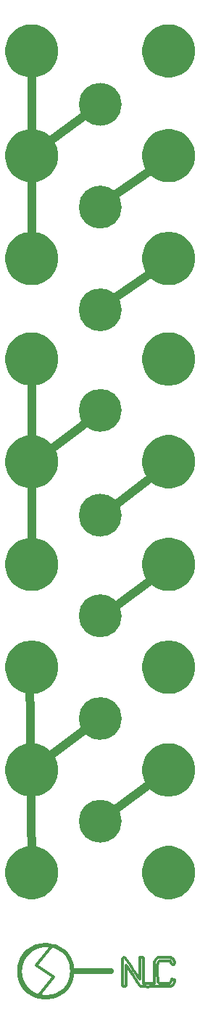
<source format=gbr>
G04 #@! TF.GenerationSoftware,KiCad,Pcbnew,(5.1.5-0)*
G04 #@! TF.CreationDate,2021-01-08T11:57:48-08:00*
G04 #@! TF.ProjectId,divideandconquer,64697669-6465-4616-9e64-636f6e717565,rev?*
G04 #@! TF.SameCoordinates,Original*
G04 #@! TF.FileFunction,Soldermask,Top*
G04 #@! TF.FilePolarity,Negative*
%FSLAX46Y46*%
G04 Gerber Fmt 4.6, Leading zero omitted, Abs format (unit mm)*
G04 Created by KiCad (PCBNEW (5.1.5-0)) date 2021-01-08 11:57:48*
%MOMM*%
%LPD*%
G04 APERTURE LIST*
%ADD10C,1.000000*%
%ADD11C,0.300000*%
%ADD12C,0.000800*%
%ADD13C,0.100000*%
G04 APERTURE END LIST*
D10*
X20100000Y-204750000D02*
X28100000Y-198750000D01*
X12100000Y-198750000D02*
X20100000Y-192750000D01*
X20100000Y-181000000D02*
X28100000Y-175000000D01*
X20350000Y-169000000D02*
X28100000Y-163000000D01*
X12100000Y-163000000D02*
X20100000Y-157000000D01*
X20100000Y-144750000D02*
X28100000Y-139250000D01*
X20100000Y-132750000D02*
X28100000Y-127250000D01*
X11850000Y-127000000D02*
X20100000Y-121000000D01*
X12100000Y-175000000D02*
X12100000Y-151250000D01*
X12100000Y-210500000D02*
X11850000Y-186750000D01*
X12100000Y-114750000D02*
X12100000Y-139000000D01*
X22100000Y-204750000D02*
G75*
G03X22100000Y-204750000I-2000000J0D01*
G01*
X22100000Y-192750000D02*
G75*
G03X22100000Y-192750000I-2000000J0D01*
G01*
X22100000Y-180750000D02*
G75*
G03X22100000Y-180750000I-2000000J0D01*
G01*
X22100000Y-169000000D02*
G75*
G03X22100000Y-169000000I-2000000J0D01*
G01*
X22100000Y-156750000D02*
G75*
G03X22100000Y-156750000I-2000000J0D01*
G01*
X22100000Y-145000000D02*
G75*
G03X22100000Y-145000000I-2000000J0D01*
G01*
X22100000Y-133000000D02*
G75*
G03X22100000Y-133000000I-2000000J0D01*
G01*
X22100000Y-121000000D02*
G75*
G03X22100000Y-121000000I-2000000J0D01*
G01*
D11*
X14650000Y-222975000D02*
X12975000Y-225050000D01*
X12600000Y-221550000D02*
X14650000Y-222975000D01*
X14375000Y-219350000D02*
X12600000Y-221550000D01*
X16750000Y-222250000D02*
G75*
G03X16750000Y-222250000I-3000000J0D01*
G01*
X16891228Y-222275000D02*
G75*
G03X16891228Y-222275000I-3166228J0D01*
G01*
D12*
X13649872Y-222333982D02*
X13646064Y-222331424D01*
X13646064Y-222331424D02*
X13638471Y-222326323D01*
X13638471Y-222326323D02*
X13627128Y-222318701D01*
X13627128Y-222318701D02*
X13612096Y-222308596D01*
X13612096Y-222308596D02*
X13597166Y-222298555D01*
X13597166Y-222298555D02*
X13586038Y-222291068D01*
X13586038Y-222291068D02*
X13578649Y-222286094D01*
X13578649Y-222286094D02*
X13571286Y-222281138D01*
X13571286Y-222281138D02*
X13563948Y-222276198D01*
X13563948Y-222276198D02*
X13556636Y-222271273D01*
X13556636Y-222271273D02*
X13549350Y-222266365D01*
X13549350Y-222266365D02*
X13538466Y-222259032D01*
X13538466Y-222259032D02*
X13527645Y-222251739D01*
X13527645Y-222251739D02*
X13520462Y-222246894D01*
X13520462Y-222246894D02*
X13513304Y-222242066D01*
X13513304Y-222242066D02*
X13506171Y-222237256D01*
X13506171Y-222237256D02*
X13495520Y-222230068D01*
X13495520Y-222230068D02*
X13484931Y-222222920D01*
X13484931Y-222222920D02*
X13477904Y-222218175D01*
X13477904Y-222218175D02*
X13470901Y-222213446D01*
X13470901Y-222213446D02*
X13463924Y-222208733D01*
X13463924Y-222208733D02*
X13453506Y-222201693D01*
X13453506Y-222201693D02*
X13443151Y-222194693D01*
X13443151Y-222194693D02*
X13436280Y-222190046D01*
X13436280Y-222190046D02*
X13426019Y-222183105D01*
X13426019Y-222183105D02*
X13412431Y-222173908D01*
X13412431Y-222173908D02*
X13402311Y-222167056D01*
X13402311Y-222167056D02*
X13395597Y-222162508D01*
X13395597Y-222162508D02*
X13388908Y-222157977D01*
X13388908Y-222157977D02*
X13382246Y-222153462D01*
X13382246Y-222153462D02*
X13375610Y-222148963D01*
X13375610Y-222148963D02*
X13369001Y-222144483D01*
X13369001Y-222144483D02*
X13359133Y-222137790D01*
X13359133Y-222137790D02*
X13349331Y-222131138D01*
X13349331Y-222131138D02*
X13342828Y-222126724D01*
X13342828Y-222126724D02*
X13333120Y-222120131D01*
X13333120Y-222120131D02*
X13323477Y-222113581D01*
X13323477Y-222113581D02*
X13317081Y-222109234D01*
X13317081Y-222109234D02*
X13310711Y-222104903D01*
X13310711Y-222104903D02*
X13304367Y-222100589D01*
X13304367Y-222100589D02*
X13298049Y-222096293D01*
X13298049Y-222096293D02*
X13291760Y-222092013D01*
X13291760Y-222092013D02*
X13285497Y-222087750D01*
X13285497Y-222087750D02*
X13279260Y-222083504D01*
X13279260Y-222083504D02*
X13273050Y-222079275D01*
X13273050Y-222079275D02*
X13266869Y-222075064D01*
X13266869Y-222075064D02*
X13260714Y-222070869D01*
X13260714Y-222070869D02*
X13254585Y-222066691D01*
X13254585Y-222066691D02*
X13248483Y-222062531D01*
X13248483Y-222062531D02*
X13242408Y-222058388D01*
X13242408Y-222058388D02*
X13236361Y-222054261D01*
X13236361Y-222054261D02*
X13231843Y-222051178D01*
X13231843Y-222051178D02*
X13228840Y-222049129D01*
X13228840Y-222049129D02*
X13224347Y-222046061D01*
X13224347Y-222046061D02*
X13218382Y-222041986D01*
X13218382Y-222041986D02*
X13212443Y-222037929D01*
X13212443Y-222037929D02*
X13206530Y-222033887D01*
X13206530Y-222033887D02*
X13200645Y-222029863D01*
X13200645Y-222029863D02*
X13194788Y-222025857D01*
X13194788Y-222025857D02*
X13188957Y-222021868D01*
X13188957Y-222021868D02*
X13183154Y-222017897D01*
X13183154Y-222017897D02*
X13177378Y-222013943D01*
X13177378Y-222013943D02*
X13171630Y-222010006D01*
X13171630Y-222010006D02*
X13165909Y-222006087D01*
X13165909Y-222006087D02*
X13160215Y-222002185D01*
X13160215Y-222002185D02*
X13154549Y-221998300D01*
X13154549Y-221998300D02*
X13148911Y-221994434D01*
X13148911Y-221994434D02*
X13143300Y-221990583D01*
X13143300Y-221990583D02*
X13137717Y-221986751D01*
X13137717Y-221986751D02*
X13129391Y-221981034D01*
X13129391Y-221981034D02*
X13121133Y-221975361D01*
X13121133Y-221975361D02*
X13115660Y-221971597D01*
X13115660Y-221971597D02*
X13110214Y-221967853D01*
X13110214Y-221967853D02*
X13104797Y-221964126D01*
X13104797Y-221964126D02*
X13099408Y-221960417D01*
X13099408Y-221960417D02*
X13094046Y-221956725D01*
X13094046Y-221956725D02*
X13088712Y-221953051D01*
X13088712Y-221953051D02*
X13083406Y-221949395D01*
X13083406Y-221949395D02*
X13078128Y-221945758D01*
X13078128Y-221945758D02*
X13072877Y-221942136D01*
X13072877Y-221942136D02*
X13067655Y-221938533D01*
X13067655Y-221938533D02*
X13062461Y-221934948D01*
X13062461Y-221934948D02*
X13058585Y-221932271D01*
X13058585Y-221932271D02*
X13056008Y-221930492D01*
X13056008Y-221930492D02*
X13052156Y-221927831D01*
X13052156Y-221927831D02*
X13047046Y-221924300D01*
X13047046Y-221924300D02*
X13041965Y-221920787D01*
X13041965Y-221920787D02*
X13036911Y-221917290D01*
X13036911Y-221917290D02*
X13031885Y-221913812D01*
X13031885Y-221913812D02*
X13026887Y-221910351D01*
X13026887Y-221910351D02*
X13021918Y-221906909D01*
X13021918Y-221906909D02*
X13016977Y-221903484D01*
X13016977Y-221903484D02*
X13012063Y-221900078D01*
X13012063Y-221900078D02*
X13007179Y-221896690D01*
X13007179Y-221896690D02*
X13002323Y-221893321D01*
X13002323Y-221893321D02*
X12997495Y-221889968D01*
X12997495Y-221889968D02*
X12992695Y-221886634D01*
X12992695Y-221886634D02*
X12987925Y-221883318D01*
X12987925Y-221883318D02*
X12983183Y-221880021D01*
X12983183Y-221880021D02*
X12978468Y-221876741D01*
X12978468Y-221876741D02*
X12973782Y-221873480D01*
X12973782Y-221873480D02*
X12969126Y-221870237D01*
X12969126Y-221870237D02*
X12964498Y-221867012D01*
X12964498Y-221867012D02*
X12959898Y-221863805D01*
X12959898Y-221863805D02*
X12955327Y-221860616D01*
X12955327Y-221860616D02*
X12950785Y-221857445D01*
X12950785Y-221857445D02*
X12946271Y-221854292D01*
X12946271Y-221854292D02*
X12941786Y-221851158D01*
X12941786Y-221851158D02*
X12937330Y-221848042D01*
X12937330Y-221848042D02*
X12932902Y-221844946D01*
X12932902Y-221844946D02*
X12928504Y-221841868D01*
X12928504Y-221841868D02*
X12924135Y-221838807D01*
X12924135Y-221838807D02*
X12919794Y-221835765D01*
X12919794Y-221835765D02*
X12915482Y-221832741D01*
X12915482Y-221832741D02*
X12911200Y-221829736D01*
X12911200Y-221829736D02*
X12906946Y-221826749D01*
X12906946Y-221826749D02*
X12902720Y-221823782D01*
X12902720Y-221823782D02*
X12898525Y-221820833D01*
X12898525Y-221820833D02*
X12894359Y-221817902D01*
X12894359Y-221817902D02*
X12890220Y-221814990D01*
X12890220Y-221814990D02*
X12886111Y-221812095D01*
X12886111Y-221812095D02*
X12882031Y-221809219D01*
X12882031Y-221809219D02*
X12877980Y-221806362D01*
X12877980Y-221806362D02*
X12873959Y-221803524D01*
X12873959Y-221803524D02*
X12869967Y-221800704D01*
X12869967Y-221800704D02*
X12866005Y-221797904D01*
X12866005Y-221797904D02*
X12862072Y-221795123D01*
X12862072Y-221795123D02*
X12858167Y-221792359D01*
X12858167Y-221792359D02*
X12854292Y-221789614D01*
X12854292Y-221789614D02*
X12850446Y-221786887D01*
X12850446Y-221786887D02*
X12846631Y-221784181D01*
X12846631Y-221784181D02*
X12842845Y-221781493D01*
X12842845Y-221781493D02*
X12839087Y-221778823D01*
X12839087Y-221778823D02*
X12835361Y-221776173D01*
X12835361Y-221776173D02*
X12831663Y-221773542D01*
X12831663Y-221773542D02*
X12827996Y-221770930D01*
X12827996Y-221770930D02*
X12824357Y-221768335D01*
X12824357Y-221768335D02*
X12820748Y-221765760D01*
X12820748Y-221765760D02*
X12817169Y-221763204D01*
X12817169Y-221763204D02*
X12813618Y-221760667D01*
X12813618Y-221760667D02*
X12810098Y-221758150D01*
X12810098Y-221758150D02*
X12806609Y-221755651D01*
X12806609Y-221755651D02*
X12803149Y-221753171D01*
X12803149Y-221753171D02*
X12799718Y-221750710D01*
X12799718Y-221750710D02*
X12796317Y-221748268D01*
X12796317Y-221748268D02*
X12792945Y-221745846D01*
X12792945Y-221745846D02*
X12789605Y-221743443D01*
X12789605Y-221743443D02*
X12786294Y-221741059D01*
X12786294Y-221741059D02*
X12783014Y-221738694D01*
X12783014Y-221738694D02*
X12779763Y-221736348D01*
X12779763Y-221736348D02*
X12776543Y-221734023D01*
X12776543Y-221734023D02*
X12773352Y-221731715D01*
X12773352Y-221731715D02*
X12770191Y-221729426D01*
X12770191Y-221729426D02*
X12767841Y-221727723D01*
X12767841Y-221727723D02*
X12766283Y-221726593D01*
X12766283Y-221726593D02*
X12763960Y-221724908D01*
X12763960Y-221724908D02*
X12760889Y-221722678D01*
X12760889Y-221722678D02*
X12757849Y-221720467D01*
X12757849Y-221720467D02*
X12755590Y-221718822D01*
X12755590Y-221718822D02*
X12754093Y-221717732D01*
X12754093Y-221717732D02*
X12751861Y-221716104D01*
X12751861Y-221716104D02*
X12748911Y-221713951D01*
X12748911Y-221713951D02*
X12745992Y-221711818D01*
X12745992Y-221711818D02*
X12743103Y-221709704D01*
X12743103Y-221709704D02*
X12740244Y-221707610D01*
X12740244Y-221707610D02*
X12737417Y-221705536D01*
X12737417Y-221705536D02*
X12734619Y-221703481D01*
X12734619Y-221703481D02*
X12731853Y-221701445D01*
X12731853Y-221701445D02*
X12729117Y-221699429D01*
X12729117Y-221699429D02*
X12726412Y-221697433D01*
X12726412Y-221697433D02*
X12723736Y-221695456D01*
X12723736Y-221695456D02*
X12721091Y-221693498D01*
X12721091Y-221693498D02*
X12718478Y-221691560D01*
X12718478Y-221691560D02*
X12715895Y-221689642D01*
X12715895Y-221689642D02*
X12713342Y-221687743D01*
X12713342Y-221687743D02*
X12711447Y-221686333D01*
X12711447Y-221686333D02*
X12710195Y-221685399D01*
X12710195Y-221685399D02*
X12708950Y-221684469D01*
X12708950Y-221684469D02*
X12707712Y-221683545D01*
X12707712Y-221683545D02*
X12706482Y-221682626D01*
X12706482Y-221682626D02*
X12705260Y-221681711D01*
X12705260Y-221681711D02*
X12704045Y-221680801D01*
X12704045Y-221680801D02*
X12702837Y-221679897D01*
X12702837Y-221679897D02*
X12701339Y-221678772D01*
X12701339Y-221678772D02*
X12700744Y-221678324D01*
X12700744Y-221678324D02*
X12700150Y-221677878D01*
X12700150Y-221677878D02*
X12698674Y-221676768D01*
X12698674Y-221676768D02*
X12696337Y-221675008D01*
X12696337Y-221675008D02*
X12694892Y-221673919D01*
X12694892Y-221673919D02*
X12694317Y-221673484D01*
X12694317Y-221673484D02*
X12693459Y-221672836D01*
X12693459Y-221672836D02*
X12692322Y-221671977D01*
X12692322Y-221671977D02*
X12691192Y-221671122D01*
X12691192Y-221671122D02*
X12690350Y-221670484D01*
X12690350Y-221670484D02*
X12689791Y-221670060D01*
X12689791Y-221670060D02*
X12689234Y-221669638D01*
X12689234Y-221669638D02*
X12688680Y-221669218D01*
X12688680Y-221669218D02*
X12687299Y-221668168D01*
X12687299Y-221668168D02*
X12685660Y-221666921D01*
X12685660Y-221666921D02*
X12684577Y-221666096D01*
X12684577Y-221666096D02*
X12682966Y-221664867D01*
X12682966Y-221664867D02*
X12680846Y-221663246D01*
X12680846Y-221663246D02*
X12679538Y-221662244D01*
X12679538Y-221662244D02*
X12678241Y-221661249D01*
X12678241Y-221661249D02*
X12677212Y-221660458D01*
X12677212Y-221660458D02*
X12676445Y-221659869D01*
X12676445Y-221659869D02*
X12675936Y-221659479D01*
X12675936Y-221659479D02*
X12675430Y-221659089D01*
X12675430Y-221659089D02*
X12674926Y-221658699D01*
X12674926Y-221658699D02*
X12674423Y-221658311D01*
X12674423Y-221658311D02*
X12673923Y-221657925D01*
X12673923Y-221657925D02*
X12673175Y-221657348D01*
X12673175Y-221657348D02*
X12672432Y-221656774D01*
X12672432Y-221656774D02*
X12671940Y-221656393D01*
X12671940Y-221656393D02*
X12671204Y-221655823D01*
X12671204Y-221655823D02*
X12670472Y-221655256D01*
X12670472Y-221655256D02*
X12668782Y-221653944D01*
X12668782Y-221653944D02*
X12667591Y-221653017D01*
X12667591Y-221653017D02*
X12667117Y-221652648D01*
X12667117Y-221652648D02*
X12666411Y-221652097D01*
X12666411Y-221652097D02*
X12665710Y-221651549D01*
X12665710Y-221651549D02*
X12665244Y-221651185D01*
X12665244Y-221651185D02*
X12664781Y-221650823D01*
X12664781Y-221650823D02*
X12664319Y-221650463D01*
X12664319Y-221650463D02*
X12663173Y-221649564D01*
X12663173Y-221649564D02*
X12661365Y-221648145D01*
X12661365Y-221648145D02*
X12660031Y-221647093D01*
X12660031Y-221647093D02*
X12659371Y-221646571D01*
X12659371Y-221646571D02*
X12658280Y-221645709D01*
X12658280Y-221645709D02*
X12657632Y-221645196D01*
X12657632Y-221645196D02*
X12656561Y-221644347D01*
X12656561Y-221644347D02*
X12655712Y-221643672D01*
X12655712Y-221643672D02*
X12654453Y-221642669D01*
X12654453Y-221642669D02*
X12653214Y-221641679D01*
X12653214Y-221641679D02*
X12652396Y-221641024D01*
X12652396Y-221641024D02*
X12651789Y-221640538D01*
X12651789Y-221640538D02*
X12650986Y-221639892D01*
X12650986Y-221639892D02*
X12650192Y-221639252D01*
X12650192Y-221639252D02*
X12649209Y-221638459D01*
X12649209Y-221638459D02*
X12648432Y-221637830D01*
X12648432Y-221637830D02*
X12647854Y-221637362D01*
X12647854Y-221637362D02*
X12646712Y-221636434D01*
X12646712Y-221636434D02*
X12646148Y-221635975D01*
X12646148Y-221635975D02*
X12645402Y-221635368D01*
X12645402Y-221635368D02*
X12644848Y-221634916D01*
X12644848Y-221634916D02*
X12643935Y-221634167D01*
X12643935Y-221634167D02*
X12643213Y-221633574D01*
X12643213Y-221633574D02*
X12642499Y-221632986D01*
X12642499Y-221632986D02*
X12641793Y-221632403D01*
X12641793Y-221632403D02*
X12640749Y-221631539D01*
X12640749Y-221631539D02*
X12639724Y-221630686D01*
X12639724Y-221630686D02*
X12639050Y-221630124D01*
X12639050Y-221630124D02*
X12638384Y-221629567D01*
X12638384Y-221629567D02*
X12637726Y-221629014D01*
X12637726Y-221629014D02*
X12637237Y-221628604D01*
X12637237Y-221628604D02*
X12636434Y-221627926D01*
X12636434Y-221627926D02*
X12635958Y-221627524D01*
X12635958Y-221627524D02*
X12635174Y-221626859D01*
X12635174Y-221626859D02*
X12634710Y-221626464D01*
X12634710Y-221626464D02*
X12633947Y-221625813D01*
X12633947Y-221625813D02*
X12633495Y-221625427D01*
X12633495Y-221625427D02*
X12632603Y-221624659D01*
X12632603Y-221624659D02*
X12632164Y-221624280D01*
X12632164Y-221624280D02*
X12631729Y-221623904D01*
X12631729Y-221623904D02*
X12631015Y-221623284D01*
X12631015Y-221623284D02*
X12630453Y-221622794D01*
X12630453Y-221622794D02*
X12629898Y-221622309D01*
X12629898Y-221622309D02*
X12629218Y-221621711D01*
X12629218Y-221621711D02*
X12628285Y-221620885D01*
X12628285Y-221620885D02*
X12627763Y-221620421D01*
X12627763Y-221620421D02*
X12627249Y-221619962D01*
X12627249Y-221619962D02*
X12626743Y-221619507D01*
X12626743Y-221619507D02*
X12626122Y-221618948D01*
X12626122Y-221618948D02*
X12625394Y-221618286D01*
X12625394Y-221618286D02*
X12624801Y-221617745D01*
X12624801Y-221617745D02*
X12624220Y-221617210D01*
X12624220Y-221617210D02*
X12623428Y-221616476D01*
X12623428Y-221616476D02*
X12622987Y-221616063D01*
X12622987Y-221616063D02*
X12622553Y-221615657D01*
X12622553Y-221615657D02*
X12622128Y-221615255D01*
X12622128Y-221615255D02*
X12621711Y-221614859D01*
X12621711Y-221614859D02*
X12621302Y-221614468D01*
X12621302Y-221614468D02*
X12620802Y-221613986D01*
X12620802Y-221613986D02*
X12620123Y-221613325D01*
X12620123Y-221613325D02*
X12619469Y-221612680D01*
X12619469Y-221612680D02*
X12618929Y-221612140D01*
X12618929Y-221612140D02*
X12618408Y-221611613D01*
X12618408Y-221611613D02*
X12617986Y-221611180D01*
X12617986Y-221611180D02*
X12617577Y-221610757D01*
X12617577Y-221610757D02*
X12617026Y-221610178D01*
X12617026Y-221610178D02*
X12616500Y-221609616D01*
X12616500Y-221609616D02*
X12615862Y-221608917D01*
X12615862Y-221608917D02*
X12615392Y-221608391D01*
X12615392Y-221608391D02*
X12614826Y-221607739D01*
X12614826Y-221607739D02*
X12614415Y-221607251D01*
X12614415Y-221607251D02*
X12613976Y-221606712D01*
X12613976Y-221606712D02*
X12613568Y-221606194D01*
X12613568Y-221606194D02*
X12613194Y-221605697D01*
X12613194Y-221605697D02*
X12612852Y-221605221D01*
X12612852Y-221605221D02*
X12612473Y-221604656D01*
X12612473Y-221604656D02*
X12612143Y-221604126D01*
X12612143Y-221604126D02*
X12611816Y-221603532D01*
X12611816Y-221603532D02*
X12611662Y-221603210D01*
X14659320Y-223030773D02*
X14659127Y-223030130D01*
X14659127Y-223030130D02*
X14658777Y-223029654D01*
X14658777Y-223029654D02*
X14658301Y-223029109D01*
X14658301Y-223029109D02*
X14657586Y-223028376D01*
X14657586Y-223028376D02*
X14657133Y-223027937D01*
X14657133Y-223027937D02*
X14656688Y-223027519D01*
X14656688Y-223027519D02*
X14656266Y-223027132D01*
X14656266Y-223027132D02*
X14655746Y-223026664D01*
X14655746Y-223026664D02*
X14655257Y-223026232D01*
X14655257Y-223026232D02*
X14654662Y-223025714D01*
X14654662Y-223025714D02*
X14653943Y-223025099D01*
X14653943Y-223025099D02*
X14653262Y-223024524D01*
X14653262Y-223024524D02*
X14652542Y-223023922D01*
X14652542Y-223023922D02*
X14651783Y-223023295D01*
X14651783Y-223023295D02*
X14650983Y-223022641D01*
X14650983Y-223022641D02*
X14650144Y-223021961D01*
X14650144Y-223021961D02*
X14649267Y-223021256D01*
X14649267Y-223021256D02*
X14648815Y-223020894D01*
X14648815Y-223020894D02*
X14648352Y-223020524D01*
X14648352Y-223020524D02*
X14647878Y-223020148D01*
X14647878Y-223020148D02*
X14647395Y-223019765D01*
X14647395Y-223019765D02*
X14646903Y-223019377D01*
X14646903Y-223019377D02*
X14646148Y-223018784D01*
X14646148Y-223018784D02*
X14645368Y-223018173D01*
X14645368Y-223018173D02*
X14644839Y-223017759D01*
X14644839Y-223017759D02*
X14644299Y-223017338D01*
X14644299Y-223017338D02*
X14643748Y-223016910D01*
X14643748Y-223016910D02*
X14643189Y-223016477D01*
X14643189Y-223016477D02*
X14642620Y-223016037D01*
X14642620Y-223016037D02*
X14641750Y-223015368D01*
X14641750Y-223015368D02*
X14640556Y-223014451D01*
X14640556Y-223014451D02*
X14639322Y-223013508D01*
X14639322Y-223013508D02*
X14638050Y-223012540D01*
X14638050Y-223012540D02*
X14636741Y-223011547D01*
X14636741Y-223011547D02*
X14635734Y-223010783D01*
X14635734Y-223010783D02*
X14635051Y-223010269D01*
X14635051Y-223010269D02*
X14634011Y-223009486D01*
X14634011Y-223009486D02*
X14632947Y-223008686D01*
X14632947Y-223008686D02*
X14632227Y-223008146D01*
X14632227Y-223008146D02*
X14631131Y-223007326D01*
X14631131Y-223007326D02*
X14629636Y-223006209D01*
X14629636Y-223006209D02*
X14628489Y-223005354D01*
X14628489Y-223005354D02*
X14627714Y-223004776D01*
X14627714Y-223004776D02*
X14626534Y-223003901D01*
X14626534Y-223003901D02*
X14624928Y-223002710D01*
X14624928Y-223002710D02*
X14623285Y-223001496D01*
X14623285Y-223001496D02*
X14621607Y-223000257D01*
X14621607Y-223000257D02*
X14620322Y-222999311D01*
X14620322Y-222999311D02*
X14619456Y-222998673D01*
X14619456Y-222998673D02*
X14618140Y-222997707D01*
X14618140Y-222997707D02*
X14616353Y-222996397D01*
X14616353Y-222996397D02*
X14614531Y-222995063D01*
X14614531Y-222995063D02*
X14612671Y-222993704D01*
X14612671Y-222993704D02*
X14610776Y-222992321D01*
X14610776Y-222992321D02*
X14609330Y-222991267D01*
X14609330Y-222991267D02*
X14608357Y-222990559D01*
X14608357Y-222990559D02*
X14606880Y-222989486D01*
X14606880Y-222989486D02*
X14604879Y-222988034D01*
X14604879Y-222988034D02*
X14602843Y-222986558D01*
X14602843Y-222986558D02*
X14601292Y-222985434D01*
X14601292Y-222985434D02*
X14600248Y-222984679D01*
X14600248Y-222984679D02*
X14599195Y-222983918D01*
X14599195Y-222983918D02*
X14598133Y-222983150D01*
X14598133Y-222983150D02*
X14596525Y-222981990D01*
X14596525Y-222981990D02*
X14594895Y-222980815D01*
X14594895Y-222980815D02*
X14593798Y-222980026D01*
X14593798Y-222980026D02*
X14592140Y-222978832D01*
X14592140Y-222978832D02*
X14589895Y-222977218D01*
X14589895Y-222977218D02*
X14588187Y-222975991D01*
X14588187Y-222975991D02*
X14587040Y-222975166D01*
X14587040Y-222975166D02*
X14585303Y-222973921D01*
X14585303Y-222973921D02*
X14582957Y-222972240D01*
X14582957Y-222972240D02*
X14580576Y-222970535D01*
X14580576Y-222970535D02*
X14578160Y-222968807D01*
X14578160Y-222968807D02*
X14575712Y-222967058D01*
X14575712Y-222967058D02*
X14573229Y-222965287D01*
X14573229Y-222965287D02*
X14570714Y-222963493D01*
X14570714Y-222963493D02*
X14568164Y-222961677D01*
X14568164Y-222961677D02*
X14565583Y-222959840D01*
X14565583Y-222959840D02*
X14562968Y-222957981D01*
X14562968Y-222957981D02*
X14560321Y-222956100D01*
X14560321Y-222956100D02*
X14557640Y-222954197D01*
X14557640Y-222954197D02*
X14554927Y-222952272D01*
X14554927Y-222952272D02*
X14552182Y-222950327D01*
X14552182Y-222950327D02*
X14549404Y-222948360D01*
X14549404Y-222948360D02*
X14546594Y-222946371D01*
X14546594Y-222946371D02*
X14543751Y-222944361D01*
X14543751Y-222944361D02*
X14540877Y-222942332D01*
X14540877Y-222942332D02*
X14537971Y-222940281D01*
X14537971Y-222940281D02*
X14535033Y-222938208D01*
X14535033Y-222938208D02*
X14532063Y-222936114D01*
X14532063Y-222936114D02*
X14529062Y-222933999D01*
X14529062Y-222933999D02*
X14526029Y-222931863D01*
X14526029Y-222931863D02*
X14522965Y-222929707D01*
X14522965Y-222929707D02*
X14519870Y-222927530D01*
X14519870Y-222927530D02*
X14516745Y-222925334D01*
X14516745Y-222925334D02*
X14512002Y-222922004D01*
X14512002Y-222922004D02*
X14507182Y-222918621D01*
X14507182Y-222918621D02*
X14503934Y-222916344D01*
X14503934Y-222916344D02*
X14500655Y-222914046D01*
X14500655Y-222914046D02*
X14497346Y-222911728D01*
X14497346Y-222911728D02*
X14494007Y-222909391D01*
X14494007Y-222909391D02*
X14490638Y-222907035D01*
X14490638Y-222907035D02*
X14487238Y-222904658D01*
X14487238Y-222904658D02*
X14483809Y-222902261D01*
X14483809Y-222902261D02*
X14480350Y-222899844D01*
X14480350Y-222899844D02*
X14476861Y-222897409D01*
X14476861Y-222897409D02*
X14473344Y-222894954D01*
X14473344Y-222894954D02*
X14469797Y-222892480D01*
X14469797Y-222892480D02*
X14466221Y-222889987D01*
X14466221Y-222889987D02*
X14462617Y-222887475D01*
X14462617Y-222887475D02*
X14458983Y-222884944D01*
X14458983Y-222884944D02*
X14455320Y-222882393D01*
X14455320Y-222882393D02*
X14451629Y-222879825D01*
X14451629Y-222879825D02*
X14447910Y-222877237D01*
X14447910Y-222877237D02*
X14442281Y-222873325D01*
X14442281Y-222873325D02*
X14434674Y-222868040D01*
X14434674Y-222868040D02*
X14428891Y-222864024D01*
X14428891Y-222864024D02*
X14425002Y-222861326D01*
X14425002Y-222861326D02*
X14421087Y-222858610D01*
X14421087Y-222858610D02*
X14417144Y-222855877D01*
X14417144Y-222855877D02*
X14414168Y-222853814D01*
X14414168Y-222853814D02*
X14412175Y-222852432D01*
X14412175Y-222852432D02*
X14409176Y-222850355D01*
X14409176Y-222850355D02*
X14405153Y-222847568D01*
X14405153Y-222847568D02*
X14402116Y-222845465D01*
X14402116Y-222845465D02*
X14400084Y-222844058D01*
X14400084Y-222844058D02*
X14397024Y-222841941D01*
X14397024Y-222841941D02*
X14393946Y-222839811D01*
X14393946Y-222839811D02*
X14391887Y-222838386D01*
X14391887Y-222838386D02*
X14386716Y-222834810D01*
X14386716Y-222834810D02*
X14380446Y-222830476D01*
X14380446Y-222830476D02*
X14377289Y-222828295D01*
X14377289Y-222828295D02*
X14375178Y-222826835D01*
X14375178Y-222826835D02*
X14369875Y-222823174D01*
X14369875Y-222823174D02*
X14363450Y-222818739D01*
X14363450Y-222818739D02*
X14359135Y-222815761D01*
X14359135Y-222815761D02*
X14352620Y-222811267D01*
X14352620Y-222811267D02*
X14343839Y-222805213D01*
X14343839Y-222805213D02*
X14334958Y-222799095D01*
X14334958Y-222799095D02*
X14328229Y-222794461D01*
X14328229Y-222794461D02*
X14323713Y-222791352D01*
X14323713Y-222791352D02*
X14319174Y-222788228D01*
X14319174Y-222788228D02*
X14314610Y-222785088D01*
X14314610Y-222785088D02*
X14307722Y-222780351D01*
X14307722Y-222780351D02*
X14298449Y-222773977D01*
X14298449Y-222773977D02*
X14291429Y-222769154D01*
X14291429Y-222769154D02*
X14286720Y-222765920D01*
X14286720Y-222765920D02*
X14281989Y-222762671D01*
X14281989Y-222762671D02*
X14277234Y-222759407D01*
X14277234Y-222759407D02*
X14272456Y-222756128D01*
X14272456Y-222756128D02*
X14267655Y-222752834D01*
X14267655Y-222752834D02*
X14262831Y-222749525D01*
X14262831Y-222749525D02*
X14259196Y-222747032D01*
X14259196Y-222747032D02*
X14256768Y-222745367D01*
X14256768Y-222745367D02*
X14250674Y-222741190D01*
X14250674Y-222741190D02*
X14243307Y-222736140D01*
X14243307Y-222736140D02*
X14238369Y-222732758D01*
X14238369Y-222732758D02*
X14230924Y-222727660D01*
X14230924Y-222727660D02*
X14220917Y-222720809D01*
X14220917Y-222720809D02*
X14210821Y-222713902D01*
X14210821Y-222713902D02*
X14200639Y-222706938D01*
X14200639Y-222706938D02*
X14190371Y-222699919D01*
X14190371Y-222699919D02*
X14180021Y-222692846D01*
X14180021Y-222692846D02*
X14172199Y-222687504D01*
X14172199Y-222687504D02*
X14166961Y-222683927D01*
X14166961Y-222683927D02*
X14161702Y-222680337D01*
X14161702Y-222680337D02*
X14156423Y-222676735D01*
X14156423Y-222676735D02*
X14151124Y-222673119D01*
X14151124Y-222673119D02*
X14145805Y-222669490D01*
X14145805Y-222669490D02*
X14140465Y-222665849D01*
X14140465Y-222665849D02*
X14135107Y-222662195D01*
X14135107Y-222662195D02*
X14127034Y-222656691D01*
X14127034Y-222656691D02*
X14116197Y-222649306D01*
X14116197Y-222649306D02*
X14105283Y-222641872D01*
X14105283Y-222641872D02*
X14094294Y-222634389D01*
X14094294Y-222634389D02*
X14086000Y-222628743D01*
X14086000Y-222628743D02*
X14080448Y-222624965D01*
X14080448Y-222624965D02*
X14074879Y-222621176D01*
X14074879Y-222621176D02*
X14069291Y-222617375D01*
X14069291Y-222617375D02*
X14060878Y-222611654D01*
X14060878Y-222611654D02*
X14052419Y-222605904D01*
X14052419Y-222605904D02*
X14046759Y-222602058D01*
X14046759Y-222602058D02*
X14038238Y-222596267D01*
X14038238Y-222596267D02*
X14026812Y-222588505D01*
X14026812Y-222588505D02*
X14018194Y-222582653D01*
X14018194Y-222582653D02*
X14012429Y-222578740D01*
X14012429Y-222578740D02*
X14003753Y-222572851D01*
X14003753Y-222572851D02*
X13995035Y-222566935D01*
X13995035Y-222566935D02*
X13989203Y-222562979D01*
X13989203Y-222562979D02*
X13980427Y-222557027D01*
X13980427Y-222557027D02*
X13971609Y-222551049D01*
X13971609Y-222551049D02*
X13965713Y-222547052D01*
X13965713Y-222547052D02*
X13959800Y-222543045D01*
X13959800Y-222543045D02*
X13953871Y-222539029D01*
X13953871Y-222539029D02*
X13947927Y-222535002D01*
X13947927Y-222535002D02*
X13941966Y-222530964D01*
X13941966Y-222530964D02*
X13935990Y-222526917D01*
X13935990Y-222526917D02*
X13929999Y-222522861D01*
X13929999Y-222522861D02*
X13923993Y-222518795D01*
X13923993Y-222518795D02*
X13917972Y-222514720D01*
X13917972Y-222514720D02*
X13908915Y-222508592D01*
X13908915Y-222508592D02*
X13896784Y-222500386D01*
X13896784Y-222500386D02*
X13884595Y-222492143D01*
X13884595Y-222492143D02*
X13872349Y-222483866D01*
X13872349Y-222483866D02*
X13864664Y-222478673D01*
X13864664Y-222478673D02*
X13861584Y-222476592D01*
X13861584Y-222476592D02*
X13856961Y-222473469D01*
X13856961Y-222473469D02*
X13847689Y-222467207D01*
X13847689Y-222467207D02*
X13838383Y-222460922D01*
X13838383Y-222460922D02*
X13832164Y-222456724D01*
X13832164Y-222456724D02*
X13825932Y-222452517D01*
X13825932Y-222452517D02*
X13821248Y-222449355D01*
X13821248Y-222449355D02*
X13814995Y-222445135D01*
X13814995Y-222445135D02*
X13811862Y-222443022D01*
X13811862Y-222443022D02*
X13807159Y-222439849D01*
X13807159Y-222439849D02*
X13800875Y-222435611D01*
X13800875Y-222435611D02*
X13794579Y-222431365D01*
X13794579Y-222431365D02*
X13788270Y-222427111D01*
X13788270Y-222427111D02*
X13783531Y-222423915D01*
X13783531Y-222423915D02*
X13780367Y-222421784D01*
X13780367Y-222421784D02*
X13775617Y-222418582D01*
X13775617Y-222418582D02*
X13769272Y-222414306D01*
X13769272Y-222414306D02*
X13759734Y-222407881D01*
X13759734Y-222407881D02*
X13746973Y-222399286D01*
X13746973Y-222399286D02*
X13734166Y-222390662D01*
X13734166Y-222390662D02*
X13721314Y-222382012D01*
X13721314Y-222382012D02*
X13711644Y-222375505D01*
X13711644Y-222375505D02*
X13705186Y-222371161D01*
X13705186Y-222371161D02*
X13695480Y-222364633D01*
X13695480Y-222364633D02*
X13682499Y-222355904D01*
X13682499Y-222355904D02*
X13672736Y-222349342D01*
X13672736Y-222349342D02*
X13666215Y-222344960D01*
X13666215Y-222344960D02*
X13659685Y-222340573D01*
X13659685Y-222340573D02*
X13653145Y-222336180D01*
X13653145Y-222336180D02*
X13649872Y-222333982D01*
X13841496Y-224029998D02*
X13851940Y-224017311D01*
X13851940Y-224017311D02*
X13867540Y-223998360D01*
X13867540Y-223998360D02*
X13877906Y-223985768D01*
X13877906Y-223985768D02*
X13893399Y-223966945D01*
X13893399Y-223966945D02*
X13913936Y-223941991D01*
X13913936Y-223941991D02*
X13934335Y-223917201D01*
X13934335Y-223917201D02*
X13947006Y-223901799D01*
X13947006Y-223901799D02*
X13952059Y-223895655D01*
X13952059Y-223895655D02*
X13959626Y-223886459D01*
X13959626Y-223886459D02*
X13974696Y-223868140D01*
X13974696Y-223868140D02*
X13989668Y-223849937D01*
X13989668Y-223849937D02*
X13999601Y-223837859D01*
X13999601Y-223837859D02*
X14009494Y-223825830D01*
X14009494Y-223825830D02*
X14019344Y-223813849D01*
X14019344Y-223813849D02*
X14034044Y-223795970D01*
X14034044Y-223795970D02*
X14053482Y-223772325D01*
X14053482Y-223772325D02*
X14067935Y-223754741D01*
X14067935Y-223754741D02*
X14077517Y-223743085D01*
X14077517Y-223743085D02*
X14087049Y-223731485D01*
X14087049Y-223731485D02*
X14096533Y-223719943D01*
X14096533Y-223719943D02*
X14105968Y-223708462D01*
X14105968Y-223708462D02*
X14113009Y-223699891D01*
X14113009Y-223699891D02*
X14117689Y-223694196D01*
X14117689Y-223694196D02*
X14129340Y-223680014D01*
X14129340Y-223680014D02*
X14147798Y-223657544D01*
X14147798Y-223657544D02*
X14166040Y-223635334D01*
X14166040Y-223635334D02*
X14184058Y-223613389D01*
X14184058Y-223613389D02*
X14197415Y-223597119D01*
X14197415Y-223597119D02*
X14206251Y-223586354D01*
X14206251Y-223586354D02*
X14212838Y-223578330D01*
X14212838Y-223578330D02*
X14217211Y-223573001D01*
X14217211Y-223573001D02*
X14223746Y-223565041D01*
X14223746Y-223565041D02*
X14232402Y-223554493D01*
X14232402Y-223554493D02*
X14240997Y-223544018D01*
X14240997Y-223544018D02*
X14253779Y-223528440D01*
X14253779Y-223528440D02*
X14266401Y-223513055D01*
X14266401Y-223513055D02*
X14274740Y-223502888D01*
X14274740Y-223502888D02*
X14287135Y-223487778D01*
X14287135Y-223487778D02*
X14303414Y-223467926D01*
X14303414Y-223467926D02*
X14315433Y-223453264D01*
X14315433Y-223453264D02*
X14323365Y-223443588D01*
X14323365Y-223443588D02*
X14335140Y-223429223D01*
X14335140Y-223429223D02*
X14350575Y-223410389D01*
X14350575Y-223410389D02*
X14365715Y-223391911D01*
X14365715Y-223391911D02*
X14380554Y-223373794D01*
X14380554Y-223373794D02*
X14389660Y-223362674D01*
X14389660Y-223362674D02*
X14393273Y-223358260D01*
X14393273Y-223358260D02*
X14398659Y-223351683D01*
X14398659Y-223351683D02*
X14409303Y-223338684D01*
X14409303Y-223338684D02*
X14419747Y-223325926D01*
X14419747Y-223325926D02*
X14426613Y-223317533D01*
X14426613Y-223317533D02*
X14436769Y-223305120D01*
X14436769Y-223305120D02*
X14446716Y-223292960D01*
X14446716Y-223292960D02*
X14453249Y-223284971D01*
X14453249Y-223284971D02*
X14459696Y-223277086D01*
X14459696Y-223277086D02*
X14466059Y-223269306D01*
X14466059Y-223269306D02*
X14475448Y-223257819D01*
X14475448Y-223257819D02*
X14484616Y-223246599D01*
X14484616Y-223246599D02*
X14490624Y-223239245D01*
X14490624Y-223239245D02*
X14499478Y-223228407D01*
X14499478Y-223228407D02*
X14510946Y-223214361D01*
X14510946Y-223214361D02*
X14522041Y-223200767D01*
X14522041Y-223200767D02*
X14528768Y-223192520D01*
X14528768Y-223192520D02*
X14531422Y-223189265D01*
X14531422Y-223189265D02*
X14535363Y-223184434D01*
X14535363Y-223184434D02*
X14540527Y-223178100D01*
X14540527Y-223178100D02*
X14545594Y-223171884D01*
X14545594Y-223171884D02*
X14550562Y-223165788D01*
X14550562Y-223165788D02*
X14555431Y-223159812D01*
X14555431Y-223159812D02*
X14560200Y-223153957D01*
X14560200Y-223153957D02*
X14564867Y-223148224D01*
X14564867Y-223148224D02*
X14568298Y-223144009D01*
X14568298Y-223144009D02*
X14570555Y-223141234D01*
X14570555Y-223141234D02*
X14573896Y-223137129D01*
X14573896Y-223137129D02*
X14578256Y-223131770D01*
X14578256Y-223131770D02*
X14582511Y-223126536D01*
X14582511Y-223126536D02*
X14586662Y-223121430D01*
X14586662Y-223121430D02*
X14590706Y-223116452D01*
X14590706Y-223116452D02*
X14594644Y-223111603D01*
X14594644Y-223111603D02*
X14598472Y-223106884D01*
X14598472Y-223106884D02*
X14602194Y-223102297D01*
X14602194Y-223102297D02*
X14605806Y-223097842D01*
X14605806Y-223097842D02*
X14609308Y-223093521D01*
X14609308Y-223093521D02*
X14611857Y-223090371D01*
X14611857Y-223090371D02*
X14613525Y-223088311D01*
X14613525Y-223088311D02*
X14615978Y-223085281D01*
X14615978Y-223085281D02*
X14619145Y-223081366D01*
X14619145Y-223081366D02*
X14622198Y-223077587D01*
X14622198Y-223077587D02*
X14625137Y-223073948D01*
X14625137Y-223073948D02*
X14627962Y-223070447D01*
X14627962Y-223070447D02*
X14630671Y-223067086D01*
X14630671Y-223067086D02*
X14633263Y-223063867D01*
X14633263Y-223063867D02*
X14635737Y-223060790D01*
X14635737Y-223060790D02*
X14638094Y-223057856D01*
X14638094Y-223057856D02*
X14639780Y-223055754D01*
X14639780Y-223055754D02*
X14640869Y-223054397D01*
X14640869Y-223054397D02*
X14642448Y-223052423D01*
X14642448Y-223052423D02*
X14643953Y-223050540D01*
X14643953Y-223050540D02*
X14644921Y-223049328D01*
X14644921Y-223049328D02*
X14646320Y-223047573D01*
X14646320Y-223047573D02*
X14647641Y-223045912D01*
X14647641Y-223045912D02*
X14648487Y-223044850D01*
X14648487Y-223044850D02*
X14649702Y-223043319D01*
X14649702Y-223043319D02*
X14650652Y-223042117D01*
X14650652Y-223042117D02*
X14651020Y-223041651D01*
X14651020Y-223041651D02*
X14651380Y-223041194D01*
X14651380Y-223041194D02*
X14651734Y-223040747D01*
X14651734Y-223040747D02*
X14652250Y-223040093D01*
X14652250Y-223040093D02*
X14652908Y-223039255D01*
X14652908Y-223039255D02*
X14653536Y-223038456D01*
X14653536Y-223038456D02*
X14654133Y-223037695D01*
X14654133Y-223037695D02*
X14654559Y-223037150D01*
X14654559Y-223037150D02*
X14655230Y-223036287D01*
X14655230Y-223036287D02*
X14655607Y-223035800D01*
X14655607Y-223035800D02*
X14656199Y-223035034D01*
X14656199Y-223035034D02*
X14656636Y-223034465D01*
X14656636Y-223034465D02*
X14657040Y-223033936D01*
X14657040Y-223033936D02*
X14657412Y-223033447D01*
X14657412Y-223033447D02*
X14657985Y-223032686D01*
X14657985Y-223032686D02*
X14658397Y-223032128D01*
X14658397Y-223032128D02*
X14658735Y-223031659D01*
X14658735Y-223031659D02*
X14659072Y-223031175D01*
X14659072Y-223031175D02*
X14659320Y-223030773D01*
D11*
X21450660Y-222435001D02*
X19195021Y-222435001D01*
D12*
X11568867Y-224516906D02*
X11568154Y-224516217D01*
X11568154Y-224516217D02*
X11566729Y-224514839D01*
X11566729Y-224514839D02*
X11564596Y-224512774D01*
X11564596Y-224512774D02*
X11562286Y-224510534D01*
X11562286Y-224510534D02*
X11559627Y-224507952D01*
X11559627Y-224507952D02*
X11558211Y-224506575D01*
X11558211Y-224506575D02*
X11555381Y-224503818D01*
X11555381Y-224503818D02*
X11551146Y-224499682D01*
X11551146Y-224499682D02*
X11549559Y-224498129D01*
X11549559Y-224498129D02*
X11547625Y-224496234D01*
X11547625Y-224496234D02*
X11545515Y-224494166D01*
X11545515Y-224494166D02*
X11539202Y-224487953D01*
X11539202Y-224487953D02*
X11537103Y-224485882D01*
X11537103Y-224485882D02*
X11535705Y-224484501D01*
X11535705Y-224484501D02*
X11534309Y-224483119D01*
X11534309Y-224483119D02*
X11532913Y-224481737D01*
X11532913Y-224481737D02*
X11530823Y-224479664D01*
X11530823Y-224479664D02*
X11528039Y-224476900D01*
X11528039Y-224476900D02*
X11524567Y-224473444D01*
X11524567Y-224473444D02*
X11522486Y-224471368D01*
X11522486Y-224471368D02*
X11516950Y-224465832D01*
X11516950Y-224465832D02*
X11512122Y-224460986D01*
X11512122Y-224460986D02*
X11510745Y-224459600D01*
X11510745Y-224459600D02*
X11509370Y-224458214D01*
X11509370Y-224458214D02*
X11506623Y-224455444D01*
X11506623Y-224455444D02*
X11503195Y-224451978D01*
X11503195Y-224451978D02*
X11501142Y-224449897D01*
X11501142Y-224449897D02*
X11500116Y-224448856D01*
X11500116Y-224448856D02*
X11499432Y-224448162D01*
X11499432Y-224448162D02*
X11498407Y-224447121D01*
X11498407Y-224447121D02*
X11497042Y-224445734D01*
X11497042Y-224445734D02*
X11494315Y-224442958D01*
X11494315Y-224442958D02*
X11492953Y-224441569D01*
X11492953Y-224441569D02*
X11491594Y-224440182D01*
X11491594Y-224440182D02*
X11490235Y-224438793D01*
X11490235Y-224438793D02*
X11488876Y-224437403D01*
X11488876Y-224437403D02*
X11486842Y-224435320D01*
X11486842Y-224435320D02*
X11484133Y-224432540D01*
X11484133Y-224432540D02*
X11482441Y-224430802D01*
X11482441Y-224430802D02*
X11481766Y-224430107D01*
X11481766Y-224430107D02*
X11478729Y-224426979D01*
X11478729Y-224426979D02*
X11475696Y-224423847D01*
X11475696Y-224423847D02*
X11475024Y-224423152D01*
X11475024Y-224423152D02*
X11470656Y-224418627D01*
X11470656Y-224418627D02*
X11467974Y-224415841D01*
X11467974Y-224415841D02*
X11465296Y-224413054D01*
X11465296Y-224413054D02*
X11463291Y-224410963D01*
X11463291Y-224410963D02*
X11460623Y-224408174D01*
X11460623Y-224408174D02*
X11459624Y-224407129D01*
X11459624Y-224407129D02*
X11458958Y-224406432D01*
X11458958Y-224406432D02*
X11457960Y-224405386D01*
X11457960Y-224405386D02*
X11456628Y-224403989D01*
X11456628Y-224403989D02*
X11455298Y-224402594D01*
X11455298Y-224402594D02*
X11453970Y-224401198D01*
X11453970Y-224401198D02*
X11452643Y-224399802D01*
X11452643Y-224399802D02*
X11451317Y-224398405D01*
X11451317Y-224398405D02*
X11448669Y-224395613D01*
X11448669Y-224395613D02*
X11443387Y-224390024D01*
X11443387Y-224390024D02*
X11442399Y-224388976D01*
X11442399Y-224388976D02*
X11441739Y-224388275D01*
X11441739Y-224388275D02*
X11440752Y-224387227D01*
X11440752Y-224387227D02*
X11439437Y-224385829D01*
X11439437Y-224385829D02*
X11438123Y-224384431D01*
X11438123Y-224384431D02*
X11435497Y-224381631D01*
X11435497Y-224381631D02*
X11431568Y-224377431D01*
X11431568Y-224377431D02*
X11430260Y-224376030D01*
X11430260Y-224376030D02*
X11428953Y-224374629D01*
X11428953Y-224374629D02*
X11427648Y-224373228D01*
X11427648Y-224373228D02*
X11423739Y-224369022D01*
X11423739Y-224369022D02*
X11421138Y-224366218D01*
X11421138Y-224366218D02*
X11420163Y-224365165D01*
X11420163Y-224365165D02*
X11419515Y-224364464D01*
X11419515Y-224364464D02*
X11417895Y-224362710D01*
X11417895Y-224362710D02*
X11415952Y-224360605D01*
X11415952Y-224360605D02*
X11410782Y-224354986D01*
X11410782Y-224354986D02*
X11409492Y-224353581D01*
X11409492Y-224353581D02*
X11407561Y-224351473D01*
X11407561Y-224351473D02*
X11401780Y-224345145D01*
X11401780Y-224345145D02*
X11400499Y-224343738D01*
X11400499Y-224343738D02*
X11399218Y-224342329D01*
X11399218Y-224342329D02*
X11397301Y-224340219D01*
X11397301Y-224340219D02*
X11394109Y-224336698D01*
X11394109Y-224336698D02*
X11391561Y-224333879D01*
X11391561Y-224333879D02*
X11390765Y-224332998D01*
X11390765Y-224332998D02*
X11389016Y-224331058D01*
X11389016Y-224331058D02*
X11387745Y-224329648D01*
X11387745Y-224329648D02*
X11386476Y-224328238D01*
X11386476Y-224328238D02*
X11379516Y-224320474D01*
X11379516Y-224320474D02*
X11376679Y-224317295D01*
X11376679Y-224317295D02*
X11376049Y-224316588D01*
X11376049Y-224316588D02*
X11372590Y-224312700D01*
X11372590Y-224312700D02*
X11368669Y-224308278D01*
X11368669Y-224308278D02*
X11367574Y-224307040D01*
X11367574Y-224307040D02*
X11366635Y-224305978D01*
X11366635Y-224305978D02*
X11366011Y-224305271D01*
X11366011Y-224305271D02*
X11365073Y-224304209D01*
X11365073Y-224304209D02*
X11359462Y-224297834D01*
X11359462Y-224297834D02*
X11356976Y-224294999D01*
X11356976Y-224294999D02*
X11355115Y-224292872D01*
X11355115Y-224292872D02*
X11352016Y-224289324D01*
X11352016Y-224289324D02*
X11350160Y-224287194D01*
X11350160Y-224287194D02*
X11348924Y-224285773D01*
X11348924Y-224285773D02*
X11347689Y-224284353D01*
X11347689Y-224284353D02*
X11346456Y-224282932D01*
X11346456Y-224282932D02*
X11340613Y-224276179D01*
X11340613Y-224276179D02*
X11339999Y-224275466D01*
X11339999Y-224275466D02*
X11339079Y-224274400D01*
X11339079Y-224274400D02*
X11338313Y-224273510D01*
X11338313Y-224273510D02*
X11336630Y-224271555D01*
X11336630Y-224271555D02*
X11334795Y-224269419D01*
X11334795Y-224269419D02*
X11330826Y-224264789D01*
X11330826Y-224264789D02*
X11330217Y-224264076D01*
X11330217Y-224264076D02*
X11329304Y-224263006D01*
X11329304Y-224263006D02*
X11327934Y-224261401D01*
X11327934Y-224261401D02*
X11326872Y-224260155D01*
X11326872Y-224260155D02*
X11324445Y-224257302D01*
X11324445Y-224257302D02*
X11321114Y-224253376D01*
X11321114Y-224253376D02*
X11320508Y-224252661D01*
X11320508Y-224252661D02*
X11319602Y-224251590D01*
X11319602Y-224251590D02*
X11318395Y-224250162D01*
X11318395Y-224250162D02*
X11317189Y-224248734D01*
X11317189Y-224248734D02*
X11315079Y-224246231D01*
X11315079Y-224246231D02*
X11314476Y-224245516D01*
X11314476Y-224245516D02*
X11311470Y-224241940D01*
X11311470Y-224241940D02*
X11310870Y-224241225D01*
X11310870Y-224241225D02*
X11308172Y-224238005D01*
X11308172Y-224238005D02*
X11305478Y-224234781D01*
X11305478Y-224234781D02*
X11304880Y-224234065D01*
X11304880Y-224234065D02*
X11301003Y-224229407D01*
X11301003Y-224229407D02*
X11298623Y-224226539D01*
X11298623Y-224226539D02*
X11296840Y-224224386D01*
X11296840Y-224224386D02*
X11295949Y-224223309D01*
X11295949Y-224223309D02*
X11295355Y-224222590D01*
X11295355Y-224222590D02*
X11294465Y-224221513D01*
X11294465Y-224221513D02*
X11291505Y-224217923D01*
X11291505Y-224217923D02*
X11289142Y-224215049D01*
X11289142Y-224215049D02*
X11287372Y-224212892D01*
X11287372Y-224212892D02*
X11286487Y-224211812D01*
X11286487Y-224211812D02*
X11285899Y-224211093D01*
X11285899Y-224211093D02*
X11285016Y-224210014D01*
X11285016Y-224210014D02*
X11283840Y-224208575D01*
X11283840Y-224208575D02*
X11282078Y-224206417D01*
X11282078Y-224206417D02*
X11279733Y-224203537D01*
X11279733Y-224203537D02*
X11277977Y-224201375D01*
X11277977Y-224201375D02*
X11276807Y-224199933D01*
X11276807Y-224199933D02*
X11275637Y-224198490D01*
X11275637Y-224198490D02*
X11274470Y-224197049D01*
X11274470Y-224197049D02*
X11268068Y-224189111D01*
X11268068Y-224189111D02*
X11266327Y-224186944D01*
X11266327Y-224186944D02*
X11265169Y-224185499D01*
X11265169Y-224185499D02*
X11261122Y-224180439D01*
X11261122Y-224180439D02*
X11259391Y-224178268D01*
X11259391Y-224178268D02*
X11258239Y-224176820D01*
X11258239Y-224176820D02*
X11255936Y-224173924D01*
X11255936Y-224173924D02*
X11254213Y-224171751D01*
X11254213Y-224171751D02*
X11252492Y-224169577D01*
X11252492Y-224169577D02*
X11251346Y-224168127D01*
X11251346Y-224168127D02*
X11250202Y-224166677D01*
X11250202Y-224166677D02*
X11249058Y-224165226D01*
X11249058Y-224165226D02*
X11246774Y-224162323D01*
X11246774Y-224162323D02*
X11245064Y-224160146D01*
X11245064Y-224160146D02*
X11242788Y-224157242D01*
X11242788Y-224157242D02*
X11240372Y-224154153D01*
X11240372Y-224154153D02*
X11238245Y-224151426D01*
X11238245Y-224151426D02*
X11235415Y-224147786D01*
X11235415Y-224147786D02*
X11234568Y-224146694D01*
X11234568Y-224146694D02*
X11234004Y-224145967D01*
X11234004Y-224145967D02*
X11230761Y-224141779D01*
X11230761Y-224141779D02*
X11229214Y-224139775D01*
X11229214Y-224139775D02*
X11225565Y-224135034D01*
X11225565Y-224135034D02*
X11225005Y-224134304D01*
X11225005Y-224134304D02*
X11223046Y-224131751D01*
X11223046Y-224131751D02*
X11221927Y-224130290D01*
X11221927Y-224130290D02*
X11220810Y-224128829D01*
X11220810Y-224128829D02*
X11219694Y-224127368D01*
X11219694Y-224127368D02*
X11218022Y-224125175D01*
X11218022Y-224125175D02*
X11215797Y-224122250D01*
X11215797Y-224122250D02*
X11213576Y-224119324D01*
X11213576Y-224119324D02*
X11212188Y-224117494D01*
X11212188Y-224117494D02*
X11211634Y-224116761D01*
X11211634Y-224116761D02*
X11205145Y-224108150D01*
X11205145Y-224108150D02*
X11203355Y-224105765D01*
X11203355Y-224105765D02*
X11202805Y-224105031D01*
X11202805Y-224105031D02*
X11197869Y-224098420D01*
X11197869Y-224098420D02*
X11197323Y-224097687D01*
X11197323Y-224097687D02*
X11196502Y-224096584D01*
X11196502Y-224096584D02*
X11189961Y-224087753D01*
X11189961Y-224087753D02*
X11189146Y-224086649D01*
X11189146Y-224086649D02*
X11188603Y-224085913D01*
X11188603Y-224085913D02*
X11187247Y-224084071D01*
X11187247Y-224084071D02*
X11184808Y-224080752D01*
X11184808Y-224080752D02*
X11184268Y-224080015D01*
X11184268Y-224080015D02*
X11183457Y-224078909D01*
X11183457Y-224078909D02*
X11182377Y-224077433D01*
X11182377Y-224077433D02*
X11180760Y-224075219D01*
X11180760Y-224075219D02*
X11178471Y-224072079D01*
X11178471Y-224072079D02*
X11176992Y-224070046D01*
X11176992Y-224070046D02*
X11176186Y-224068938D01*
X11176186Y-224068938D02*
X11175649Y-224068199D01*
X11175649Y-224068199D02*
X11172970Y-224064500D01*
X11172970Y-224064500D02*
X11172436Y-224063761D01*
X11172436Y-224063761D02*
X11170032Y-224060430D01*
X11170032Y-224060430D02*
X11167898Y-224057466D01*
X11167898Y-224057466D02*
X11163644Y-224051533D01*
X11163644Y-224051533D02*
X11161919Y-224049120D01*
X11161919Y-224049120D02*
X11160198Y-224046706D01*
X11160198Y-224046706D02*
X11159670Y-224045963D01*
X11159670Y-224045963D02*
X11157294Y-224042620D01*
X11157294Y-224042620D02*
X11154922Y-224039274D01*
X11154922Y-224039274D02*
X11154397Y-224038531D01*
X11154397Y-224038531D02*
X11150982Y-224033691D01*
X11150982Y-224033691D02*
X11149409Y-224031456D01*
X11149409Y-224031456D02*
X11146795Y-224027730D01*
X11146795Y-224027730D02*
X11144054Y-224023812D01*
X11144054Y-224023812D02*
X11142362Y-224021385D01*
X11142362Y-224021385D02*
X11141843Y-224020640D01*
X11141843Y-224020640D02*
X11140544Y-224018773D01*
X11140544Y-224018773D02*
X11139246Y-224016905D01*
X11139246Y-224016905D02*
X11138728Y-224016157D01*
X11138728Y-224016157D02*
X11136399Y-224012793D01*
X11136399Y-224012793D02*
X11134331Y-224009799D01*
X11134331Y-224009799D02*
X11130209Y-224003806D01*
X11130209Y-224003806D02*
X11129053Y-224002120D01*
X11129053Y-224002120D02*
X11126871Y-223998932D01*
X11126871Y-223998932D02*
X11126359Y-223998181D01*
X11126359Y-223998181D02*
X11121761Y-223991423D01*
X11121761Y-223991423D02*
X11121251Y-223990672D01*
X11121251Y-223990672D02*
X11119978Y-223988792D01*
X11119978Y-223988792D02*
X11117688Y-223985405D01*
X11117688Y-223985405D02*
X11117181Y-223984654D01*
X11117181Y-223984654D02*
X11116420Y-223983525D01*
X11116420Y-223983525D02*
X11115406Y-223982019D01*
X11115406Y-223982019D02*
X11114646Y-223980889D01*
X11114646Y-223980889D02*
X11114140Y-223980135D01*
X11114140Y-223980135D02*
X11111738Y-223976555D01*
X11111738Y-223976555D02*
X11109596Y-223973350D01*
X11109596Y-223973350D02*
X11109092Y-223972596D01*
X11109092Y-223972596D02*
X11106578Y-223968822D01*
X11106578Y-223968822D02*
X11106076Y-223968067D01*
X11106076Y-223968067D02*
X11104698Y-223965990D01*
X11104698Y-223965990D02*
X11102567Y-223962776D01*
X11102567Y-223962776D02*
X11102067Y-223962019D01*
X11102067Y-223962019D02*
X11097577Y-223955206D01*
X11097577Y-223955206D02*
X11097079Y-223954449D01*
X11097079Y-223954449D02*
X11095837Y-223952554D01*
X11095837Y-223952554D02*
X11092365Y-223947246D01*
X11092365Y-223947246D02*
X11091375Y-223945728D01*
X11091375Y-223945728D02*
X11090633Y-223944589D01*
X11090633Y-223944589D02*
X11090139Y-223943829D01*
X11090139Y-223943829D02*
X11089399Y-223942691D01*
X11089399Y-223942691D02*
X11087795Y-223940220D01*
X11087795Y-223940220D02*
X11085950Y-223937370D01*
X11085950Y-223937370D02*
X11083984Y-223934326D01*
X11083984Y-223934326D02*
X11082023Y-223931281D01*
X11082023Y-223931281D02*
X11080922Y-223929568D01*
X11080922Y-223929568D02*
X11079577Y-223927471D01*
X11079577Y-223927471D02*
X11078844Y-223926327D01*
X11078844Y-223926327D02*
X11078356Y-223925564D01*
X11078356Y-223925564D02*
X11077625Y-223924421D01*
X11077625Y-223924421D02*
X11075678Y-223921369D01*
X11075678Y-223921369D02*
X11073977Y-223918697D01*
X11073977Y-223918697D02*
X11073491Y-223917934D01*
X11073491Y-223917934D02*
X11072764Y-223916788D01*
X11072764Y-223916788D02*
X11071794Y-223915259D01*
X11071794Y-223915259D02*
X11069858Y-223912200D01*
X11069858Y-223912200D02*
X11067925Y-223909139D01*
X11067925Y-223909139D02*
X11067201Y-223907991D01*
X11067201Y-223907991D02*
X11066719Y-223907224D01*
X11066719Y-223907224D02*
X11065997Y-223906077D01*
X11065997Y-223906077D02*
X11065035Y-223904545D01*
X11065035Y-223904545D02*
X11064072Y-223903011D01*
X11064072Y-223903011D02*
X11063112Y-223901478D01*
X11063112Y-223901478D02*
X11062152Y-223899944D01*
X11062152Y-223899944D02*
X11061194Y-223898410D01*
X11061194Y-223898410D02*
X11060236Y-223896875D01*
X11060236Y-223896875D02*
X11059280Y-223895340D01*
X11059280Y-223895340D02*
X11058326Y-223893805D01*
X11058326Y-223893805D02*
X11056894Y-223891500D01*
X11056894Y-223891500D02*
X11055463Y-223889193D01*
X11055463Y-223889193D02*
X11054512Y-223887656D01*
X11054512Y-223887656D02*
X11053561Y-223886117D01*
X11053561Y-223886117D02*
X11052611Y-223884577D01*
X11052611Y-223884577D02*
X11051663Y-223883038D01*
X11051663Y-223883038D02*
X11050715Y-223881498D01*
X11050715Y-223881498D02*
X11049296Y-223879187D01*
X11049296Y-223879187D02*
X11045522Y-223873017D01*
X11045522Y-223873017D02*
X11044110Y-223870701D01*
X11044110Y-223870701D02*
X11043522Y-223869735D01*
X11043522Y-223869735D02*
X11041764Y-223866839D01*
X11041764Y-223866839D02*
X11040357Y-223864519D01*
X11040357Y-223864519D02*
X11038720Y-223861812D01*
X11038720Y-223861812D02*
X11038252Y-223861037D01*
X11038252Y-223861037D02*
X11036619Y-223858328D01*
X11036619Y-223858328D02*
X11034757Y-223855229D01*
X11034757Y-223855229D02*
X11033827Y-223853679D01*
X11033827Y-223853679D02*
X11032434Y-223851353D01*
X11032434Y-223851353D02*
X11030580Y-223848249D01*
X11030580Y-223848249D02*
X11028152Y-223844172D01*
X11028152Y-223844172D02*
X11023892Y-223836978D01*
X11023892Y-223836978D02*
X11023433Y-223836199D01*
X11023433Y-223836199D02*
X11021712Y-223833278D01*
X11021712Y-223833278D02*
X11019310Y-223829188D01*
X11019310Y-223829188D02*
X11018854Y-223828409D01*
X11018854Y-223828409D02*
X11018169Y-223827239D01*
X11018169Y-223827239D02*
X11017257Y-223825679D01*
X11017257Y-223825679D02*
X11015435Y-223822556D01*
X11015435Y-223822556D02*
X11013619Y-223819432D01*
X11013619Y-223819432D02*
X11012258Y-223817086D01*
X11012258Y-223817086D02*
X11009994Y-223813174D01*
X11009994Y-223813174D02*
X11009091Y-223811609D01*
X11009091Y-223811609D02*
X11008188Y-223810042D01*
X11008188Y-223810042D02*
X11007624Y-223809062D01*
X11007624Y-223809062D02*
X11006387Y-223806908D01*
X11006387Y-223806908D02*
X11005038Y-223804556D01*
X11005038Y-223804556D02*
X11003690Y-223802202D01*
X11003690Y-223802202D02*
X11002793Y-223800632D01*
X11002793Y-223800632D02*
X11001897Y-223799062D01*
X11001897Y-223799062D02*
X11001003Y-223797491D01*
X11001003Y-223797491D02*
X11000109Y-223795920D01*
X11000109Y-223795920D02*
X10999217Y-223794349D01*
X10999217Y-223794349D02*
X10998325Y-223792775D01*
X10998325Y-223792775D02*
X10997434Y-223791202D01*
X10997434Y-223791202D02*
X10996544Y-223789627D01*
X10996544Y-223789627D02*
X10995656Y-223788054D01*
X10995656Y-223788054D02*
X10994768Y-223786479D01*
X10994768Y-223786479D02*
X10993880Y-223784902D01*
X10993880Y-223784902D02*
X10992552Y-223782538D01*
X10992552Y-223782538D02*
X10991225Y-223780173D01*
X10991225Y-223780173D02*
X10989460Y-223777016D01*
X10989460Y-223777016D02*
X10988578Y-223775437D01*
X10988578Y-223775437D02*
X10987698Y-223773857D01*
X10987698Y-223773857D02*
X10986819Y-223772277D01*
X10986819Y-223772277D02*
X10985503Y-223769906D01*
X10985503Y-223769906D02*
X10984188Y-223767533D01*
X10984188Y-223767533D02*
X10983312Y-223765950D01*
X10983312Y-223765950D02*
X10982000Y-223763574D01*
X10982000Y-223763574D02*
X10980144Y-223760205D01*
X10980144Y-223760205D02*
X10978295Y-223756835D01*
X10978295Y-223756835D02*
X10977861Y-223756042D01*
X10977861Y-223756042D02*
X10977210Y-223754852D01*
X10977210Y-223754852D02*
X10974824Y-223750482D01*
X10974824Y-223750482D02*
X10974392Y-223749689D01*
X10974392Y-223749689D02*
X10974067Y-223749092D01*
X10974067Y-223749092D02*
X10972231Y-223745713D01*
X10972231Y-223745713D02*
X10971799Y-223744916D01*
X10971799Y-223744916D02*
X10969431Y-223740538D01*
X10969431Y-223740538D02*
X10968786Y-223739343D01*
X10968786Y-223739343D02*
X10968357Y-223738546D01*
X10968357Y-223738546D02*
X10967714Y-223737351D01*
X10967714Y-223737351D02*
X10966000Y-223734162D01*
X10966000Y-223734162D02*
X10964718Y-223731768D01*
X10964718Y-223731768D02*
X10963437Y-223729372D01*
X10963437Y-223729372D02*
X10962585Y-223727775D01*
X10962585Y-223727775D02*
X10960882Y-223724578D01*
X10960882Y-223724578D02*
X10959925Y-223722778D01*
X10959925Y-223722778D02*
X10959183Y-223721378D01*
X10959183Y-223721378D02*
X10958336Y-223719778D01*
X10958336Y-223719778D02*
X10957490Y-223718177D01*
X10957490Y-223718177D02*
X10956644Y-223716575D01*
X10956644Y-223716575D02*
X10955798Y-223714972D01*
X10955798Y-223714972D02*
X10954953Y-223713368D01*
X10954953Y-223713368D02*
X10954425Y-223712365D01*
X10954425Y-223712365D02*
X10953268Y-223710160D01*
X10953268Y-223710160D02*
X10951587Y-223706949D01*
X10951587Y-223706949D02*
X10950747Y-223705342D01*
X10950747Y-223705342D02*
X10950119Y-223704138D01*
X10950119Y-223704138D02*
X10949699Y-223703333D01*
X10949699Y-223703333D02*
X10948234Y-223700519D01*
X10948234Y-223700519D02*
X10946564Y-223697300D01*
X10946564Y-223697300D02*
X10945938Y-223696092D01*
X10945938Y-223696092D02*
X10945521Y-223695287D01*
X10945521Y-223695287D02*
X10944482Y-223693274D01*
X10944482Y-223693274D02*
X10942611Y-223689645D01*
X10942611Y-223689645D02*
X10942197Y-223688839D01*
X10942197Y-223688839D02*
X10941575Y-223687629D01*
X10941575Y-223687629D02*
X10940643Y-223685813D01*
X10940643Y-223685813D02*
X10939093Y-223682785D01*
X10939093Y-223682785D02*
X10936209Y-223677126D01*
X10936209Y-223677126D02*
X10934155Y-223673079D01*
X10934155Y-223673079D02*
X10933336Y-223671459D01*
X10933336Y-223671459D02*
X10932517Y-223669838D01*
X10932517Y-223669838D02*
X10931292Y-223667406D01*
X10931292Y-223667406D02*
X10930068Y-223664973D01*
X10930068Y-223664973D02*
X10929252Y-223663348D01*
X10929252Y-223663348D02*
X10928335Y-223661521D01*
X10928335Y-223661521D02*
X10926811Y-223658476D01*
X10926811Y-223658476D02*
X10925999Y-223656849D01*
X10925999Y-223656849D02*
X10925189Y-223655222D01*
X10925189Y-223655222D02*
X10924379Y-223653595D01*
X10924379Y-223653595D02*
X10923167Y-223651153D01*
X10923167Y-223651153D02*
X10921956Y-223648709D01*
X10921956Y-223648709D02*
X10920346Y-223645449D01*
X10920346Y-223645449D02*
X10918339Y-223641370D01*
X10918339Y-223641370D02*
X10917136Y-223638920D01*
X10917136Y-223638920D02*
X10916635Y-223637898D01*
X10916635Y-223637898D02*
X10915536Y-223635651D01*
X10915536Y-223635651D02*
X10914738Y-223634017D01*
X10914738Y-223634017D02*
X10911751Y-223627878D01*
X10911751Y-223627878D02*
X10911355Y-223627060D01*
X10911355Y-223627060D02*
X10910363Y-223625011D01*
X10910363Y-223625011D02*
X10908581Y-223621321D01*
X10908581Y-223621321D02*
X10908185Y-223620501D01*
X10908185Y-223620501D02*
X10906016Y-223615986D01*
X10906016Y-223615986D02*
X10905230Y-223614343D01*
X10905230Y-223614343D02*
X10904738Y-223613316D01*
X10904738Y-223613316D02*
X10903657Y-223611054D01*
X10903657Y-223611054D02*
X10902872Y-223609408D01*
X10902872Y-223609408D02*
X10902089Y-223607763D01*
X10902089Y-223607763D02*
X10901306Y-223606116D01*
X10901306Y-223606116D02*
X10900523Y-223604467D01*
X10900523Y-223604467D02*
X10899353Y-223601995D01*
X10899353Y-223601995D02*
X10898184Y-223599522D01*
X10898184Y-223599522D02*
X10896628Y-223596220D01*
X10896628Y-223596220D02*
X10895852Y-223594569D01*
X10895852Y-223594569D02*
X10894689Y-223592091D01*
X10894689Y-223592091D02*
X10893430Y-223589403D01*
X10893430Y-223589403D02*
X10892177Y-223586717D01*
X10892177Y-223586717D02*
X10891791Y-223585888D01*
X10891791Y-223585888D02*
X10888330Y-223578431D01*
X10888330Y-223578431D02*
X10887946Y-223577602D01*
X10887946Y-223577602D02*
X10887275Y-223576150D01*
X10887275Y-223576150D02*
X10886606Y-223574698D01*
X10886606Y-223574698D02*
X10885268Y-223571791D01*
X10885268Y-223571791D02*
X10884887Y-223570961D01*
X10884887Y-223570961D02*
X10884316Y-223569715D01*
X10884316Y-223569715D02*
X10883554Y-223568052D01*
X10883554Y-223568052D02*
X10882793Y-223566388D01*
X10882793Y-223566388D02*
X10882033Y-223564725D01*
X10882033Y-223564725D02*
X10880517Y-223561396D01*
X10880517Y-223561396D02*
X10879759Y-223559730D01*
X10879759Y-223559730D02*
X10879003Y-223558063D01*
X10879003Y-223558063D02*
X10878247Y-223556395D01*
X10878247Y-223556395D02*
X10877491Y-223554726D01*
X10877491Y-223554726D02*
X10876737Y-223553056D01*
X10876737Y-223553056D02*
X10875984Y-223551387D01*
X10875984Y-223551387D02*
X10875232Y-223549716D01*
X10875232Y-223549716D02*
X10874482Y-223548046D01*
X10874482Y-223548046D02*
X10872233Y-223543028D01*
X10872233Y-223543028D02*
X10871486Y-223541355D01*
X10871486Y-223541355D02*
X10870272Y-223538631D01*
X10870272Y-223538631D02*
X10868691Y-223535070D01*
X10868691Y-223535070D02*
X10868319Y-223534232D01*
X10868319Y-223534232D02*
X10867020Y-223531295D01*
X10867020Y-223531295D02*
X10865723Y-223528356D01*
X10865723Y-223528356D02*
X10865354Y-223527517D01*
X10865354Y-223527517D02*
X10864430Y-223525415D01*
X10864430Y-223525415D02*
X10863323Y-223522892D01*
X10863323Y-223522892D02*
X10862587Y-223521211D01*
X10862587Y-223521211D02*
X10861484Y-223518685D01*
X10861484Y-223518685D02*
X10860382Y-223516158D01*
X10860382Y-223516158D02*
X10859650Y-223514473D01*
X10859650Y-223514473D02*
X10858918Y-223512787D01*
X10858918Y-223512787D02*
X10858186Y-223511100D01*
X10858186Y-223511100D02*
X10857455Y-223509412D01*
X10857455Y-223509412D02*
X10855634Y-223505190D01*
X10855634Y-223505190D02*
X10853725Y-223500750D01*
X10853725Y-223500750D02*
X10853092Y-223499271D01*
X10853092Y-223499271D02*
X10852366Y-223497578D01*
X10852366Y-223497578D02*
X10850379Y-223492919D01*
X10850379Y-223492919D02*
X10850019Y-223492071D01*
X10850019Y-223492071D02*
X10847949Y-223487193D01*
X10847949Y-223487193D02*
X10847501Y-223486133D01*
X10847501Y-223486133D02*
X10847141Y-223485282D01*
X10847141Y-223485282D02*
X10845888Y-223482309D01*
X10845888Y-223482309D02*
X10845174Y-223480610D01*
X10845174Y-223480610D02*
X10844637Y-223479334D01*
X10844637Y-223479334D02*
X10844280Y-223478483D01*
X10844280Y-223478483D02*
X10843745Y-223477206D01*
X10843745Y-223477206D02*
X10843032Y-223475504D01*
X10843032Y-223475504D02*
X10842321Y-223473801D01*
X10842321Y-223473801D02*
X10841610Y-223472097D01*
X10841610Y-223472097D02*
X10840899Y-223470392D01*
X10840899Y-223470392D02*
X10840190Y-223468686D01*
X10840190Y-223468686D02*
X10839659Y-223467407D01*
X10839659Y-223467407D02*
X10839305Y-223466554D01*
X10839305Y-223466554D02*
X10838775Y-223465274D01*
X10838775Y-223465274D02*
X10838067Y-223463565D01*
X10838067Y-223463565D02*
X10836833Y-223460574D01*
X10836833Y-223460574D02*
X10836481Y-223459721D01*
X10836481Y-223459721D02*
X10834549Y-223455017D01*
X10834549Y-223455017D02*
X10833059Y-223451378D01*
X10833059Y-223451378D02*
X10831225Y-223446878D01*
X10831225Y-223446878D02*
X10830877Y-223446021D01*
X10830877Y-223446021D02*
X10828962Y-223441298D01*
X10828962Y-223441298D02*
X10828268Y-223439581D01*
X10828268Y-223439581D02*
X10827487Y-223437646D01*
X10827487Y-223437646D02*
X10826881Y-223436141D01*
X10826881Y-223436141D02*
X10826190Y-223434421D01*
X10826190Y-223434421D02*
X10825500Y-223432700D01*
X10825500Y-223432700D02*
X10824810Y-223430978D01*
X10824810Y-223430978D02*
X10824120Y-223429255D01*
X10824120Y-223429255D02*
X10823431Y-223427531D01*
X10823431Y-223427531D02*
X10823001Y-223426453D01*
X10823001Y-223426453D02*
X10821542Y-223422786D01*
X10821542Y-223422786D02*
X10821200Y-223421923D01*
X10821200Y-223421923D02*
X10819491Y-223417604D01*
X10819491Y-223417604D02*
X10819149Y-223416739D01*
X10819149Y-223416739D02*
X10817531Y-223412632D01*
X10817531Y-223412632D02*
X10816767Y-223410685D01*
X10816767Y-223410685D02*
X10816427Y-223409819D01*
X10816427Y-223409819D02*
X10815919Y-223408520D01*
X10815919Y-223408520D02*
X10814056Y-223403753D01*
X10814056Y-223403753D02*
X10813718Y-223402884D01*
X10813718Y-223402884D02*
X10812537Y-223399848D01*
X10812537Y-223399848D02*
X10811865Y-223398113D01*
X10811865Y-223398113D02*
X10811192Y-223396375D01*
X10811192Y-223396375D02*
X10810520Y-223394636D01*
X10810520Y-223394636D02*
X10809848Y-223392897D01*
X10809848Y-223392897D02*
X10809178Y-223391158D01*
X10809178Y-223391158D02*
X10808091Y-223388327D01*
X10808091Y-223388327D02*
X10807173Y-223385932D01*
X10807173Y-223385932D02*
X10806507Y-223384190D01*
X10806507Y-223384190D02*
X10803848Y-223377210D01*
X10803848Y-223377210D02*
X10802771Y-223374369D01*
X10802771Y-223374369D02*
X10801369Y-223370655D01*
X10801369Y-223370655D02*
X10801039Y-223369780D01*
X10801039Y-223369780D02*
X10799887Y-223366717D01*
X10799887Y-223366717D02*
X10799230Y-223364965D01*
X10799230Y-223364965D02*
X10798574Y-223363212D01*
X10798574Y-223363212D02*
X10797918Y-223361458D01*
X10797918Y-223361458D02*
X10797264Y-223359705D01*
X10797264Y-223359705D02*
X10796610Y-223357950D01*
X10796610Y-223357950D02*
X10795305Y-223354438D01*
X10795305Y-223354438D02*
X10794653Y-223352681D01*
X10794653Y-223352681D02*
X10794245Y-223351581D01*
X10794245Y-223351581D02*
X10792705Y-223347404D01*
X10792705Y-223347404D02*
X10792057Y-223345644D01*
X10792057Y-223345644D02*
X10790280Y-223340800D01*
X10790280Y-223340800D02*
X10789956Y-223339917D01*
X10789956Y-223339917D02*
X10789473Y-223338594D01*
X10789473Y-223338594D02*
X10789071Y-223337491D01*
X10789071Y-223337491D02*
X10788188Y-223335064D01*
X10788188Y-223335064D02*
X10787546Y-223333297D01*
X10787546Y-223333297D02*
X10786904Y-223331529D01*
X10786904Y-223331529D02*
X10784985Y-223326225D01*
X10784985Y-223326225D02*
X10784346Y-223324454D01*
X10784346Y-223324454D02*
X10783233Y-223321353D01*
X10783233Y-223321353D02*
X10782915Y-223320467D01*
X10782915Y-223320467D02*
X10782439Y-223319138D01*
X10782439Y-223319138D02*
X10781803Y-223317364D01*
X10781803Y-223317364D02*
X10781170Y-223315591D01*
X10781170Y-223315591D02*
X10780695Y-223314259D01*
X10780695Y-223314259D02*
X10780380Y-223313372D01*
X10780380Y-223313372D02*
X10779906Y-223312040D01*
X10779906Y-223312040D02*
X10779275Y-223310263D01*
X10779275Y-223310263D02*
X10778172Y-223307150D01*
X10778172Y-223307150D02*
X10777858Y-223306261D01*
X10777858Y-223306261D02*
X10775662Y-223300029D01*
X10775662Y-223300029D02*
X10775350Y-223299139D01*
X10775350Y-223299139D02*
X10774880Y-223297801D01*
X10774880Y-223297801D02*
X10774256Y-223296018D01*
X10774256Y-223296018D02*
X10773632Y-223294233D01*
X10773632Y-223294233D02*
X10773010Y-223292449D01*
X10773010Y-223292449D02*
X10772388Y-223290663D01*
X10772388Y-223290663D02*
X10771767Y-223288876D01*
X10771767Y-223288876D02*
X10771147Y-223287089D01*
X10771147Y-223287089D02*
X10770529Y-223285302D01*
X10770529Y-223285302D02*
X10769910Y-223283512D01*
X10769910Y-223283512D02*
X10769292Y-223281722D01*
X10769292Y-223281722D02*
X10766981Y-223275000D01*
X10766981Y-223275000D02*
X10766675Y-223274104D01*
X10766675Y-223274104D02*
X10766444Y-223273431D01*
X10766444Y-223273431D02*
X10764991Y-223269168D01*
X10764991Y-223269168D02*
X10764379Y-223267370D01*
X10764379Y-223267370D02*
X10763769Y-223265573D01*
X10763769Y-223265573D02*
X10763160Y-223263774D01*
X10763160Y-223263774D02*
X10762552Y-223261976D01*
X10762552Y-223261976D02*
X10761944Y-223260175D01*
X10761944Y-223260175D02*
X10761338Y-223258374D01*
X10761338Y-223258374D02*
X10760732Y-223256573D01*
X10760732Y-223256573D02*
X10760127Y-223254771D01*
X10760127Y-223254771D02*
X10759521Y-223252966D01*
X10759521Y-223252966D02*
X10758465Y-223249807D01*
X10758465Y-223249807D02*
X10758165Y-223248906D01*
X10758165Y-223248906D02*
X10757713Y-223247551D01*
X10757713Y-223247551D02*
X10756062Y-223242580D01*
X10756062Y-223242580D02*
X10755762Y-223241676D01*
X10755762Y-223241676D02*
X10754716Y-223238509D01*
X10754716Y-223238509D02*
X10753671Y-223235339D01*
X10753671Y-223235339D02*
X10753374Y-223234434D01*
X10753374Y-223234434D02*
X10752928Y-223233073D01*
X10752928Y-223233073D02*
X10752334Y-223231260D01*
X10752334Y-223231260D02*
X10751740Y-223229445D01*
X10751740Y-223229445D02*
X10751148Y-223227631D01*
X10751148Y-223227631D02*
X10750556Y-223225815D01*
X10750556Y-223225815D02*
X10749373Y-223222178D01*
X10749373Y-223222178D02*
X10748195Y-223218539D01*
X10748195Y-223218539D02*
X10747607Y-223216719D01*
X10747607Y-223216719D02*
X10745994Y-223211709D01*
X10745994Y-223211709D02*
X10745700Y-223210796D01*
X10745700Y-223210796D02*
X10744896Y-223208287D01*
X10744896Y-223208287D02*
X10744096Y-223205778D01*
X10744096Y-223205778D02*
X10743514Y-223203951D01*
X10743514Y-223203951D02*
X10742932Y-223202123D01*
X10742932Y-223202123D02*
X10741772Y-223198467D01*
X10741772Y-223198467D02*
X10741193Y-223196637D01*
X10741193Y-223196637D02*
X10740830Y-223195491D01*
X10740830Y-223195491D02*
X10740037Y-223192973D01*
X10740037Y-223192973D02*
X10739461Y-223191141D01*
X10739461Y-223191141D02*
X10737734Y-223185637D01*
X10737734Y-223185637D02*
X10737304Y-223184260D01*
X10737304Y-223184260D02*
X10737018Y-223183343D01*
X10737018Y-223183343D02*
X10736231Y-223180815D01*
X10736231Y-223180815D02*
X10735447Y-223178288D01*
X10735447Y-223178288D02*
X10734877Y-223176448D01*
X10734877Y-223176448D02*
X10733171Y-223170925D01*
X10733171Y-223170925D02*
X10732605Y-223169082D01*
X10732605Y-223169082D02*
X10732039Y-223167238D01*
X10732039Y-223167238D02*
X10731473Y-223165392D01*
X10731473Y-223165392D02*
X10729782Y-223159852D01*
X10729782Y-223159852D02*
X10728307Y-223154997D01*
X10728307Y-223154997D02*
X10727678Y-223152915D01*
X10727678Y-223152915D02*
X10727398Y-223151989D01*
X10727398Y-223151989D02*
X10726980Y-223150600D01*
X10726980Y-223150600D02*
X10725308Y-223145038D01*
X10725308Y-223145038D02*
X10724752Y-223143183D01*
X10724752Y-223143183D02*
X10723644Y-223139470D01*
X10723644Y-223139470D02*
X10723090Y-223137612D01*
X10723090Y-223137612D02*
X10722538Y-223135753D01*
X10722538Y-223135753D02*
X10721986Y-223133892D01*
X10721986Y-223133892D02*
X10721434Y-223132031D01*
X10721434Y-223132031D02*
X10720884Y-223130169D01*
X10720884Y-223130169D02*
X10719923Y-223126908D01*
X10719923Y-223126908D02*
X10719649Y-223125976D01*
X10719649Y-223125976D02*
X10717601Y-223118979D01*
X10717601Y-223118979D02*
X10717057Y-223117112D01*
X10717057Y-223117112D02*
X10716444Y-223115008D01*
X10716444Y-223115008D02*
X10715428Y-223111502D01*
X10715428Y-223111502D02*
X10714888Y-223109631D01*
X10714888Y-223109631D02*
X10714347Y-223107758D01*
X10714347Y-223107758D02*
X10713807Y-223105885D01*
X10713807Y-223105885D02*
X10713199Y-223103775D01*
X10713199Y-223103775D02*
X10712191Y-223100258D01*
X10712191Y-223100258D02*
X10711788Y-223098849D01*
X10711788Y-223098849D02*
X10711520Y-223097911D01*
X10711520Y-223097911D02*
X10710183Y-223093213D01*
X10710183Y-223093213D02*
X10709916Y-223092272D01*
X10709916Y-223092272D02*
X10709516Y-223090861D01*
X10709516Y-223090861D02*
X10708916Y-223088743D01*
X10708916Y-223088743D02*
X10708452Y-223087097D01*
X10708452Y-223087097D02*
X10707921Y-223085214D01*
X10707921Y-223085214D02*
X10707390Y-223083329D01*
X10707390Y-223083329D02*
X10706861Y-223081443D01*
X10706861Y-223081443D02*
X10706333Y-223079558D01*
X10706333Y-223079558D02*
X10705211Y-223075544D01*
X10705211Y-223075544D02*
X10704750Y-223073892D01*
X10704750Y-223073892D02*
X10702782Y-223066799D01*
X10702782Y-223066799D02*
X10702521Y-223065852D01*
X10702521Y-223065852D02*
X10701608Y-223062538D01*
X10701608Y-223062538D02*
X10701086Y-223060641D01*
X10701086Y-223060641D02*
X10700695Y-223059218D01*
X10700695Y-223059218D02*
X10700435Y-223058269D01*
X10700435Y-223058269D02*
X10700046Y-223056847D01*
X10700046Y-223056847D02*
X10699528Y-223054949D01*
X10699528Y-223054949D02*
X10699010Y-223053049D01*
X10699010Y-223053049D02*
X10698494Y-223051150D01*
X10698494Y-223051150D02*
X10697913Y-223049011D01*
X10697913Y-223049011D02*
X10697076Y-223045918D01*
X10697076Y-223045918D02*
X10696818Y-223044966D01*
X10696818Y-223044966D02*
X10695920Y-223041633D01*
X10695920Y-223041633D02*
X10695023Y-223038296D01*
X10695023Y-223038296D02*
X10694768Y-223037343D01*
X10694768Y-223037343D02*
X10694386Y-223035913D01*
X10694386Y-223035913D02*
X10693876Y-223034004D01*
X10693876Y-223034004D02*
X10692857Y-223030183D01*
X10692857Y-223030183D02*
X10692350Y-223028272D01*
X10692350Y-223028272D02*
X10691843Y-223026359D01*
X10691843Y-223026359D02*
X10691337Y-223024447D01*
X10691337Y-223024447D02*
X10690831Y-223022532D01*
X10690831Y-223022532D02*
X10690327Y-223020617D01*
X10690327Y-223020617D02*
X10689949Y-223019180D01*
X10689949Y-223019180D02*
X10689697Y-223018222D01*
X10689697Y-223018222D02*
X10687814Y-223011026D01*
X10687814Y-223011026D02*
X10686815Y-223007183D01*
X10686815Y-223007183D02*
X10686317Y-223005260D01*
X10686317Y-223005260D02*
X10685819Y-223003336D01*
X10685819Y-223003336D02*
X10684825Y-222999486D01*
X10684825Y-222999486D02*
X10684330Y-222997559D01*
X10684330Y-222997559D02*
X10683835Y-222995632D01*
X10683835Y-222995632D02*
X10683464Y-222994186D01*
X10683464Y-222994186D02*
X10683218Y-222993221D01*
X10683218Y-222993221D02*
X10681006Y-222984530D01*
X10681006Y-222984530D02*
X10680760Y-222983563D01*
X10680760Y-222983563D02*
X10680394Y-222982112D01*
X10680394Y-222982112D02*
X10679905Y-222980176D01*
X10679905Y-222980176D02*
X10679417Y-222978240D01*
X10679417Y-222978240D02*
X10678931Y-222976303D01*
X10678931Y-222976303D02*
X10678445Y-222974364D01*
X10678445Y-222974364D02*
X10677959Y-222972425D01*
X10677959Y-222972425D02*
X10677475Y-222970485D01*
X10677475Y-222970485D02*
X10676989Y-222968543D01*
X10676989Y-222968543D02*
X10676506Y-222966602D01*
X10676506Y-222966602D02*
X10676144Y-222965144D01*
X10676144Y-222965144D02*
X10675904Y-222964173D01*
X10675904Y-222964173D02*
X10674222Y-222957364D01*
X10674222Y-222957364D02*
X10673982Y-222956391D01*
X10673982Y-222956391D02*
X10673084Y-222952736D01*
X10673084Y-222952736D02*
X10672667Y-222951030D01*
X10672667Y-222951030D02*
X10672190Y-222949079D01*
X10672190Y-222949079D02*
X10671714Y-222947127D01*
X10671714Y-222947127D02*
X10670766Y-222943221D01*
X10670766Y-222943221D02*
X10670292Y-222941266D01*
X10670292Y-222941266D02*
X10669938Y-222939800D01*
X10669938Y-222939800D02*
X10669701Y-222938821D01*
X10669701Y-222938821D02*
X10668054Y-222931968D01*
X10668054Y-222931968D02*
X10667820Y-222930988D01*
X10667820Y-222930988D02*
X10667469Y-222929518D01*
X10667469Y-222929518D02*
X10666533Y-222925595D01*
X10666533Y-222925595D02*
X10665599Y-222921666D01*
X10665599Y-222921666D02*
X10665134Y-222919701D01*
X10665134Y-222919701D02*
X10664785Y-222918225D01*
X10664785Y-222918225D02*
X10664553Y-222917242D01*
X10664553Y-222917242D02*
X10664379Y-222916505D01*
X10664379Y-222916505D02*
X10662934Y-222910351D01*
X10662934Y-222910351D02*
X10662704Y-222909366D01*
X10662704Y-222909366D02*
X10662359Y-222907887D01*
X10662359Y-222907887D02*
X10661899Y-222905914D01*
X10661899Y-222905914D02*
X10660982Y-222901967D01*
X10660982Y-222901967D02*
X10660524Y-222899991D01*
X10660524Y-222899991D02*
X10660068Y-222898015D01*
X10660068Y-222898015D02*
X10659612Y-222896038D01*
X10659612Y-222896038D02*
X10659156Y-222894059D01*
X10659156Y-222894059D02*
X10658702Y-222892081D01*
X10658702Y-222892081D02*
X10658246Y-222890100D01*
X10658246Y-222890100D02*
X10657510Y-222886879D01*
X10657510Y-222886879D02*
X10657001Y-222884648D01*
X10657001Y-222884648D02*
X10656775Y-222883656D01*
X10656775Y-222883656D02*
X10656438Y-222882168D01*
X10656438Y-222882168D02*
X10655538Y-222878197D01*
X10655538Y-222878197D02*
X10655090Y-222876209D01*
X10655090Y-222876209D02*
X10654642Y-222874221D01*
X10654642Y-222874221D02*
X10654195Y-222872232D01*
X10654195Y-222872232D02*
X10653748Y-222870241D01*
X10653748Y-222870241D02*
X10652081Y-222862769D01*
X10652081Y-222862769D02*
X10651859Y-222861772D01*
X10651859Y-222861772D02*
X10651750Y-222861274D01*
X10757099Y-221251714D02*
X10757322Y-221251025D01*
X10757322Y-221251025D02*
X10757772Y-221249649D01*
X10757772Y-221249649D02*
X10758222Y-221248273D01*
X10758222Y-221248273D02*
X10758672Y-221246899D01*
X10758672Y-221246899D02*
X10759010Y-221245867D01*
X10759010Y-221245867D02*
X10759235Y-221245180D01*
X10759235Y-221245180D02*
X10760255Y-221242089D01*
X10760255Y-221242089D02*
X10761163Y-221239341D01*
X10761163Y-221239341D02*
X10763675Y-221231789D01*
X10763675Y-221231789D02*
X10764134Y-221230418D01*
X10764134Y-221230418D02*
X10764594Y-221229046D01*
X10764594Y-221229046D02*
X10765053Y-221227674D01*
X10765053Y-221227674D02*
X10765745Y-221225618D01*
X10765745Y-221225618D02*
X10766669Y-221222876D01*
X10766669Y-221222876D02*
X10768528Y-221217395D01*
X10768528Y-221217395D02*
X10770161Y-221212603D01*
X10770161Y-221212603D02*
X10770629Y-221211235D01*
X10770629Y-221211235D02*
X10771333Y-221209183D01*
X10771333Y-221209183D02*
X10772274Y-221206447D01*
X10772274Y-221206447D02*
X10773333Y-221203369D01*
X10773333Y-221203369D02*
X10773570Y-221202685D01*
X10773570Y-221202685D02*
X10773925Y-221201660D01*
X10773925Y-221201660D02*
X10774399Y-221200292D01*
X10774399Y-221200292D02*
X10775111Y-221198243D01*
X10775111Y-221198243D02*
X10776062Y-221195511D01*
X10776062Y-221195511D02*
X10777015Y-221192781D01*
X10777015Y-221192781D02*
X10777971Y-221190051D01*
X10777971Y-221190051D02*
X10778931Y-221187322D01*
X10778931Y-221187322D02*
X10780013Y-221184252D01*
X10780013Y-221184252D02*
X10780253Y-221183571D01*
X10780253Y-221183571D02*
X10780857Y-221181867D01*
X10780857Y-221181867D02*
X10781581Y-221179822D01*
X10781581Y-221179822D02*
X10782065Y-221178460D01*
X10782065Y-221178460D02*
X10783766Y-221173693D01*
X10783766Y-221173693D02*
X10784496Y-221171650D01*
X10784496Y-221171650D02*
X10784985Y-221170288D01*
X10784985Y-221170288D02*
X10785719Y-221168247D01*
X10785719Y-221168247D02*
X10786331Y-221166546D01*
X10786331Y-221166546D02*
X10786577Y-221165866D01*
X10786577Y-221165866D02*
X10787683Y-221162807D01*
X10787683Y-221162807D02*
X10788421Y-221160766D01*
X10788421Y-221160766D02*
X10788913Y-221159407D01*
X10788913Y-221159407D02*
X10789655Y-221157369D01*
X10789655Y-221157369D02*
X10790646Y-221154651D01*
X10790646Y-221154651D02*
X10791390Y-221152614D01*
X10791390Y-221152614D02*
X10791888Y-221151256D01*
X10791888Y-221151256D02*
X10792386Y-221149898D01*
X10792386Y-221149898D02*
X10792884Y-221148542D01*
X10792884Y-221148542D02*
X10793259Y-221147524D01*
X10793259Y-221147524D02*
X10793508Y-221146846D01*
X10793508Y-221146846D02*
X10794636Y-221143795D01*
X10794636Y-221143795D02*
X10795640Y-221141083D01*
X10795640Y-221141083D02*
X10796647Y-221138371D01*
X10796647Y-221138371D02*
X10797655Y-221135661D01*
X10797655Y-221135661D02*
X10798668Y-221132952D01*
X10798668Y-221132952D02*
X10799428Y-221130921D01*
X10799428Y-221130921D02*
X10799935Y-221129567D01*
X10799935Y-221129567D02*
X10800699Y-221127538D01*
X10800699Y-221127538D02*
X10801846Y-221124493D01*
X10801846Y-221124493D02*
X10802101Y-221123817D01*
X10802101Y-221123817D02*
X10802742Y-221122128D01*
X10802742Y-221122128D02*
X10803510Y-221120100D01*
X10803510Y-221120100D02*
X10804023Y-221118748D01*
X10804023Y-221118748D02*
X10804793Y-221116721D01*
X10804793Y-221116721D02*
X10807891Y-221108619D01*
X10807891Y-221108619D02*
X10808929Y-221105920D01*
X10808929Y-221105920D02*
X10809969Y-221103223D01*
X10809969Y-221103223D02*
X10810752Y-221101200D01*
X10810752Y-221101200D02*
X10811274Y-221099853D01*
X10811274Y-221099853D02*
X10811797Y-221098505D01*
X10811797Y-221098505D02*
X10812319Y-221097157D01*
X10812319Y-221097157D02*
X10813106Y-221095137D01*
X10813106Y-221095137D02*
X10816267Y-221087061D01*
X10816267Y-221087061D02*
X10816928Y-221085378D01*
X10816928Y-221085378D02*
X10817192Y-221084706D01*
X10817192Y-221084706D02*
X10818387Y-221081682D01*
X10818387Y-221081682D02*
X10819184Y-221079666D01*
X10819184Y-221079666D02*
X10819718Y-221078322D01*
X10819718Y-221078322D02*
X10820517Y-221076308D01*
X10820517Y-221076308D02*
X10821585Y-221073621D01*
X10821585Y-221073621D02*
X10822656Y-221070936D01*
X10822656Y-221070936D02*
X10823461Y-221068922D01*
X10823461Y-221068922D02*
X10823999Y-221067581D01*
X10823999Y-221067581D02*
X10824807Y-221065569D01*
X10824807Y-221065569D02*
X10826021Y-221062551D01*
X10826021Y-221062551D02*
X10826291Y-221061881D01*
X10826291Y-221061881D02*
X10826968Y-221060206D01*
X10826968Y-221060206D02*
X10827781Y-221058196D01*
X10827781Y-221058196D02*
X10828324Y-221056858D01*
X10828324Y-221056858D02*
X10829140Y-221054849D01*
X10829140Y-221054849D02*
X10831321Y-221049495D01*
X10831321Y-221049495D02*
X10832141Y-221047488D01*
X10832141Y-221047488D02*
X10832690Y-221046150D01*
X10832690Y-221046150D02*
X10833238Y-221044814D01*
X10833238Y-221044814D02*
X10833787Y-221043476D01*
X10833787Y-221043476D02*
X10834198Y-221042474D01*
X10834198Y-221042474D02*
X10834474Y-221041805D01*
X10834474Y-221041805D02*
X10835301Y-221039802D01*
X10835301Y-221039802D02*
X10835577Y-221039134D01*
X10835577Y-221039134D02*
X10836543Y-221036798D01*
X10836543Y-221036798D02*
X10837097Y-221035463D01*
X10837097Y-221035463D02*
X10840149Y-221028124D01*
X10840149Y-221028124D02*
X10840986Y-221026124D01*
X10840986Y-221026124D02*
X10841544Y-221024792D01*
X10841544Y-221024792D02*
X10842103Y-221023459D01*
X10842103Y-221023459D02*
X10842661Y-221022127D01*
X10842661Y-221022127D02*
X10843502Y-221020129D01*
X10843502Y-221020129D02*
X10844764Y-221017132D01*
X10844764Y-221017132D02*
X10845046Y-221016466D01*
X10845046Y-221016466D02*
X10846878Y-221012143D01*
X10846878Y-221012143D02*
X10849140Y-221006824D01*
X10849140Y-221006824D02*
X10849990Y-221004830D01*
X10849990Y-221004830D02*
X10850560Y-221003502D01*
X10850560Y-221003502D02*
X10851129Y-221002174D01*
X10851129Y-221002174D02*
X10851699Y-221000846D01*
X10851699Y-221000846D02*
X10852554Y-220998855D01*
X10852554Y-220998855D02*
X10853268Y-220997195D01*
X10853268Y-220997195D02*
X10853554Y-220996532D01*
X10853554Y-220996532D02*
X10854844Y-220993549D01*
X10854844Y-220993549D02*
X10855992Y-220990897D01*
X10855992Y-220990897D02*
X10856854Y-220988908D01*
X10856854Y-220988908D02*
X10857430Y-220987582D01*
X10857430Y-220987582D02*
X10858294Y-220985595D01*
X10858294Y-220985595D02*
X10859451Y-220982946D01*
X10859451Y-220982946D02*
X10860609Y-220980298D01*
X10860609Y-220980298D02*
X10861768Y-220977652D01*
X10861768Y-220977652D02*
X10862932Y-220975006D01*
X10862932Y-220975006D02*
X10864097Y-220972363D01*
X10864097Y-220972363D02*
X10865265Y-220969720D01*
X10865265Y-220969720D02*
X10866142Y-220967737D01*
X10866142Y-220967737D02*
X10866728Y-220966417D01*
X10866728Y-220966417D02*
X10867608Y-220964437D01*
X10867608Y-220964437D02*
X10871143Y-220956521D01*
X10871143Y-220956521D02*
X10872030Y-220954543D01*
X10872030Y-220954543D02*
X10872622Y-220953226D01*
X10872622Y-220953226D02*
X10873513Y-220951251D01*
X10873513Y-220951251D02*
X10875593Y-220946641D01*
X10875593Y-220946641D02*
X10876189Y-220945324D01*
X10876189Y-220945324D02*
X10877084Y-220943351D01*
X10877084Y-220943351D02*
X10880678Y-220935463D01*
X10880678Y-220935463D02*
X10881580Y-220933492D01*
X10881580Y-220933492D02*
X10882182Y-220932178D01*
X10882182Y-220932178D02*
X10882785Y-220930866D01*
X10882785Y-220930866D02*
X10883389Y-220929554D01*
X10883389Y-220929554D02*
X10884295Y-220927586D01*
X10884295Y-220927586D02*
X10885506Y-220924962D01*
X10885506Y-220924962D02*
X10886718Y-220922340D01*
X10886718Y-220922340D02*
X10889153Y-220917099D01*
X10889153Y-220917099D02*
X10891290Y-220912517D01*
X10891290Y-220912517D02*
X10891902Y-220911209D01*
X10891902Y-220911209D02*
X10892515Y-220909901D01*
X10892515Y-220909901D02*
X10893129Y-220908593D01*
X10893129Y-220908593D02*
X10894050Y-220906632D01*
X10894050Y-220906632D02*
X10895433Y-220903689D01*
X10895433Y-220903689D02*
X10895741Y-220903035D01*
X10895741Y-220903035D02*
X10896512Y-220901403D01*
X10896512Y-220901403D02*
X10897748Y-220898792D01*
X10897748Y-220898792D02*
X10898676Y-220896833D01*
X10898676Y-220896833D02*
X10899294Y-220895528D01*
X10899294Y-220895528D02*
X10899914Y-220894223D01*
X10899914Y-220894223D02*
X10900535Y-220892918D01*
X10900535Y-220892918D02*
X10903960Y-220885749D01*
X10903960Y-220885749D02*
X10906147Y-220881191D01*
X10906147Y-220881191D02*
X10906774Y-220879889D01*
X10906774Y-220879889D02*
X10908973Y-220875338D01*
X10908973Y-220875338D02*
X10909918Y-220873387D01*
X10909918Y-220873387D02*
X10910548Y-220872087D01*
X10910548Y-220872087D02*
X10911495Y-220870139D01*
X10911495Y-220870139D02*
X10915296Y-220862349D01*
X10915296Y-220862349D02*
X10916250Y-220860403D01*
X10916250Y-220860403D02*
X10916886Y-220859107D01*
X10916886Y-220859107D02*
X10917842Y-220857163D01*
X10917842Y-220857163D02*
X10919119Y-220854571D01*
X10919119Y-220854571D02*
X10921680Y-220849391D01*
X10921680Y-220849391D02*
X10922964Y-220846804D01*
X10922964Y-220846804D02*
X10923929Y-220844863D01*
X10923929Y-220844863D02*
X10924571Y-220843570D01*
X10924571Y-220843570D02*
X10926830Y-220839047D01*
X10926830Y-220839047D02*
X10928125Y-220836464D01*
X10928125Y-220836464D02*
X10929097Y-220834527D01*
X10929097Y-220834527D02*
X10929745Y-220833237D01*
X10929745Y-220833237D02*
X10930719Y-220831302D01*
X10930719Y-220831302D02*
X10932021Y-220828722D01*
X10932021Y-220828722D02*
X10932834Y-220827111D01*
X10932834Y-220827111D02*
X10933160Y-220826466D01*
X10933160Y-220826466D02*
X10934630Y-220823569D01*
X10934630Y-220823569D02*
X10935611Y-220821636D01*
X10935611Y-220821636D02*
X10936265Y-220820348D01*
X10936265Y-220820348D02*
X10942184Y-220808774D01*
X10942184Y-220808774D02*
X10942844Y-220807490D01*
X10942844Y-220807490D02*
X10943505Y-220806206D01*
X10943505Y-220806206D02*
X10944168Y-220804922D01*
X10944168Y-220804922D02*
X10945162Y-220802997D01*
X10945162Y-220802997D02*
X10947319Y-220798827D01*
X10947319Y-220798827D02*
X10947652Y-220798185D01*
X10947652Y-220798185D02*
X10949151Y-220795304D01*
X10949151Y-220795304D02*
X10953162Y-220787620D01*
X10953162Y-220787620D02*
X10954505Y-220785063D01*
X10954505Y-220785063D02*
X10955850Y-220782506D01*
X10955850Y-220782506D02*
X10957195Y-220779950D01*
X10957195Y-220779950D02*
X10958206Y-220778033D01*
X10958206Y-220778033D02*
X10958881Y-220776755D01*
X10958881Y-220776755D02*
X10959387Y-220775798D01*
X10959387Y-220775798D02*
X10959725Y-220775159D01*
X10959725Y-220775159D02*
X10960741Y-220773246D01*
X10960741Y-220773246D02*
X10961079Y-220772607D01*
X10961079Y-220772607D02*
X10962605Y-220769739D01*
X10962605Y-220769739D02*
X10963623Y-220767826D01*
X10963623Y-220767826D02*
X10964303Y-220766552D01*
X10964303Y-220766552D02*
X10965325Y-220764642D01*
X10965325Y-220764642D02*
X10966688Y-220762095D01*
X10966688Y-220762095D02*
X10969421Y-220757005D01*
X10969421Y-220757005D02*
X10970791Y-220754462D01*
X10970791Y-220754462D02*
X10972164Y-220751921D01*
X10972164Y-220751921D02*
X10973194Y-220750015D01*
X10973194Y-220750015D02*
X10973882Y-220748745D01*
X10973882Y-220748745D02*
X10974916Y-220746842D01*
X10974916Y-220746842D02*
X10976468Y-220743986D01*
X10976468Y-220743986D02*
X10976814Y-220743353D01*
X10976814Y-220743353D02*
X10977678Y-220741768D01*
X10977678Y-220741768D02*
X10979062Y-220739231D01*
X10979062Y-220739231D02*
X10980101Y-220737330D01*
X10980101Y-220737330D02*
X10980795Y-220736064D01*
X10980795Y-220736064D02*
X10981838Y-220734165D01*
X10981838Y-220734165D02*
X10983229Y-220731633D01*
X10983229Y-220731633D02*
X10988817Y-220721521D01*
X10988817Y-220721521D02*
X10990395Y-220718678D01*
X10990395Y-220718678D02*
X10990746Y-220718048D01*
X10990746Y-220718048D02*
X10991625Y-220716471D01*
X10991625Y-220716471D02*
X10993034Y-220713949D01*
X10993034Y-220713949D02*
X10994444Y-220711428D01*
X10994444Y-220711428D02*
X10995501Y-220709538D01*
X10995501Y-220709538D02*
X10996209Y-220708278D01*
X10996209Y-220708278D02*
X11001529Y-220698842D01*
X11001529Y-220698842D02*
X11004379Y-220693817D01*
X11004379Y-220693817D02*
X11005808Y-220691306D01*
X11005808Y-220691306D02*
X11007238Y-220688797D01*
X11007238Y-220688797D02*
X11008672Y-220686289D01*
X11008672Y-220686289D02*
X11010107Y-220683784D01*
X11010107Y-220683784D02*
X11011545Y-220681279D01*
X11011545Y-220681279D02*
X11012625Y-220679400D01*
X11012625Y-220679400D02*
X11013345Y-220678148D01*
X11013345Y-220678148D02*
X11014427Y-220676272D01*
X11014427Y-220676272D02*
X11015873Y-220673771D01*
X11015873Y-220673771D02*
X11020222Y-220666276D01*
X11020222Y-220666276D02*
X11021312Y-220664404D01*
X11021312Y-220664404D02*
X11022040Y-220663156D01*
X11022040Y-220663156D02*
X11022768Y-220661910D01*
X11022768Y-220661910D02*
X11023496Y-220660662D01*
X11023496Y-220660662D02*
X11024590Y-220658792D01*
X11024590Y-220658792D02*
X11025502Y-220657234D01*
X11025502Y-220657234D02*
X11025868Y-220656610D01*
X11025868Y-220656610D02*
X11027698Y-220653498D01*
X11027698Y-220653498D02*
X11028064Y-220652876D01*
X11028064Y-220652876D02*
X11028980Y-220651321D01*
X11028980Y-220651321D02*
X11030448Y-220648832D01*
X11030448Y-220648832D02*
X11031550Y-220646967D01*
X11031550Y-220646967D02*
X11032285Y-220645725D01*
X11032285Y-220645725D02*
X11033390Y-220643862D01*
X11033390Y-220643862D02*
X11034865Y-220641378D01*
X11034865Y-220641378D02*
X11036341Y-220638895D01*
X11036341Y-220638895D02*
X11037820Y-220636414D01*
X11037820Y-220636414D02*
X11039302Y-220633935D01*
X11039302Y-220633935D02*
X11040785Y-220631457D01*
X11040785Y-220631457D02*
X11042272Y-220628979D01*
X11042272Y-220628979D02*
X11043760Y-220626504D01*
X11043760Y-220626504D02*
X11045252Y-220624031D01*
X11045252Y-220624031D02*
X11046185Y-220622485D01*
X11046185Y-220622485D02*
X11046557Y-220621867D01*
X11046557Y-220621867D02*
X11048425Y-220618777D01*
X11048425Y-220618777D02*
X11048800Y-220618159D01*
X11048800Y-220618159D02*
X11049736Y-220616616D01*
X11049736Y-220616616D02*
X11050861Y-220614764D01*
X11050861Y-220614764D02*
X11051611Y-220613530D01*
X11051611Y-220613530D02*
X11052362Y-220612296D01*
X11052362Y-220612296D02*
X11053112Y-220611063D01*
X11053112Y-220611063D02*
X11054242Y-220609214D01*
X11054242Y-220609214D02*
X11060281Y-220599364D01*
X11060281Y-220599364D02*
X11061417Y-220597519D01*
X11061417Y-220597519D02*
X11062176Y-220596289D01*
X11062176Y-220596289D02*
X11062935Y-220595061D01*
X11062935Y-220595061D02*
X11063694Y-220593833D01*
X11063694Y-220593833D02*
X11064454Y-220592605D01*
X11064454Y-220592605D02*
X11065214Y-220591378D01*
X11065214Y-220591378D02*
X11068071Y-220586777D01*
X11068071Y-220586777D02*
X11068453Y-220586165D01*
X11068453Y-220586165D02*
X11068835Y-220585551D01*
X11068835Y-220585551D02*
X11069217Y-220584939D01*
X11069217Y-220584939D02*
X11070938Y-220582183D01*
X11070938Y-220582183D02*
X11072085Y-220580345D01*
X11072085Y-220580345D02*
X11072851Y-220579121D01*
X11072851Y-220579121D02*
X11074001Y-220577285D01*
X11074001Y-220577285D02*
X11075537Y-220574838D01*
X11075537Y-220574838D02*
X11077074Y-220572393D01*
X11077074Y-220572393D02*
X11078614Y-220569950D01*
X11078614Y-220569950D02*
X11080156Y-220567508D01*
X11080156Y-220567508D02*
X11081700Y-220565067D01*
X11081700Y-220565067D02*
X11082860Y-220563237D01*
X11082860Y-220563237D02*
X11083634Y-220562017D01*
X11083634Y-220562017D02*
X11084408Y-220560797D01*
X11084408Y-220560797D02*
X11085182Y-220559579D01*
X11085182Y-220559579D02*
X11086346Y-220557752D01*
X11086346Y-220557752D02*
X11087900Y-220555317D01*
X11087900Y-220555317D02*
X11089649Y-220552578D01*
X11089649Y-220552578D02*
X11090039Y-220551970D01*
X11090039Y-220551970D02*
X11091014Y-220550450D01*
X11091014Y-220550450D02*
X11092574Y-220548020D01*
X11092574Y-220548020D02*
X11094137Y-220545591D01*
X11094137Y-220545591D02*
X11095310Y-220543770D01*
X11095310Y-220543770D02*
X11096093Y-220542556D01*
X11096093Y-220542556D02*
X11096876Y-220541342D01*
X11096876Y-220541342D02*
X11097659Y-220540130D01*
X11097659Y-220540130D02*
X11098836Y-220538311D01*
X11098836Y-220538311D02*
X11105134Y-220528625D01*
X11105134Y-220528625D02*
X11106318Y-220526811D01*
X11106318Y-220526811D02*
X11107110Y-220525603D01*
X11107110Y-220525603D02*
X11107900Y-220524395D01*
X11107900Y-220524395D02*
X11108692Y-220523187D01*
X11108692Y-220523187D02*
X11109880Y-220521376D01*
X11109880Y-220521376D02*
X11111466Y-220518962D01*
X11111466Y-220518962D02*
X11113253Y-220516248D01*
X11113253Y-220516248D02*
X11113651Y-220515645D01*
X11113651Y-220515645D02*
X11114844Y-220513837D01*
X11114844Y-220513837D02*
X11115243Y-220513235D01*
X11115243Y-220513235D02*
X11115641Y-220512633D01*
X11115641Y-220512633D02*
X11116039Y-220512030D01*
X11116039Y-220512030D02*
X11117835Y-220509323D01*
X11117835Y-220509323D02*
X11119032Y-220507518D01*
X11119032Y-220507518D02*
X11119832Y-220506315D01*
X11119832Y-220506315D02*
X11122633Y-220502107D01*
X11122633Y-220502107D02*
X11123835Y-220500305D01*
X11123835Y-220500305D02*
X11124637Y-220499105D01*
X11124637Y-220499105D02*
X11125843Y-220497305D01*
X11125843Y-220497305D02*
X11129061Y-220492508D01*
X11129061Y-220492508D02*
X11130675Y-220490112D01*
X11130675Y-220490112D02*
X11132290Y-220487718D01*
X11132290Y-220487718D02*
X11136741Y-220481139D01*
X11136741Y-220481139D02*
X11137551Y-220479945D01*
X11137551Y-220479945D02*
X11138363Y-220478751D01*
X11138363Y-220478751D02*
X11139176Y-220477557D01*
X11139176Y-220477557D02*
X11142023Y-220473380D01*
X11142023Y-220473380D02*
X11143042Y-220471889D01*
X11143042Y-220471889D02*
X11143450Y-220471293D01*
X11143450Y-220471293D02*
X11145490Y-220468315D01*
X11145490Y-220468315D02*
X11145898Y-220467721D01*
X11145898Y-220467721D02*
X11146920Y-220466233D01*
X11146920Y-220466233D02*
X11150195Y-220461473D01*
X11150195Y-220461473D02*
X11151424Y-220459690D01*
X11151424Y-220459690D02*
X11152246Y-220458502D01*
X11152246Y-220458502D02*
X11153478Y-220456721D01*
X11153478Y-220456721D02*
X11160071Y-220447235D01*
X11160071Y-220447235D02*
X11161724Y-220444866D01*
X11161724Y-220444866D02*
X11163380Y-220442500D01*
X11163380Y-220442500D02*
X11164622Y-220440727D01*
X11164622Y-220440727D02*
X11165452Y-220439545D01*
X11165452Y-220439545D02*
X11166698Y-220437773D01*
X11166698Y-220437773D02*
X11168360Y-220435410D01*
X11168360Y-220435410D02*
X11170025Y-220433050D01*
X11170025Y-220433050D02*
X11171900Y-220430396D01*
X11171900Y-220430396D02*
X11172317Y-220429808D01*
X11172317Y-220429808D02*
X11175030Y-220425978D01*
X11175030Y-220425978D02*
X11176075Y-220424505D01*
X11176075Y-220424505D02*
X11176493Y-220423917D01*
X11176493Y-220423917D02*
X11178586Y-220420977D01*
X11178586Y-220420977D02*
X11179006Y-220420389D01*
X11179006Y-220420389D02*
X11181733Y-220416569D01*
X11181733Y-220416569D02*
X11182994Y-220414807D01*
X11182994Y-220414807D02*
X11183834Y-220413634D01*
X11183834Y-220413634D02*
X11184676Y-220412461D01*
X11184676Y-220412461D02*
X11185519Y-220411288D01*
X11185519Y-220411288D02*
X11186783Y-220409530D01*
X11186783Y-220409530D02*
X11193545Y-220400164D01*
X11193545Y-220400164D02*
X11195242Y-220397825D01*
X11195242Y-220397825D02*
X11196515Y-220396073D01*
X11196515Y-220396073D02*
X11197365Y-220394906D01*
X11197365Y-220394906D02*
X11198215Y-220393739D01*
X11198215Y-220393739D02*
X11199067Y-220392572D01*
X11199067Y-220392572D02*
X11200343Y-220390823D01*
X11200343Y-220390823D02*
X11201621Y-220389072D01*
X11201621Y-220389072D02*
X11202473Y-220387908D01*
X11202473Y-220387908D02*
X11203753Y-220386161D01*
X11203753Y-220386161D02*
X11205675Y-220383542D01*
X11205675Y-220383542D02*
X11206103Y-220382960D01*
X11206103Y-220382960D02*
X11207386Y-220381215D01*
X11207386Y-220381215D02*
X11207814Y-220380633D01*
X11207814Y-220380633D02*
X11208242Y-220380053D01*
X11208242Y-220380053D02*
X11208670Y-220379471D01*
X11208670Y-220379471D02*
X11210601Y-220376858D01*
X11210601Y-220376858D02*
X11212318Y-220374536D01*
X11212318Y-220374536D02*
X11214037Y-220372215D01*
X11214037Y-220372215D02*
X11215758Y-220369896D01*
X11215758Y-220369896D02*
X11217049Y-220368158D01*
X11217049Y-220368158D02*
X11217911Y-220367000D01*
X11217911Y-220367000D02*
X11218774Y-220365842D01*
X11218774Y-220365842D02*
X11219638Y-220364684D01*
X11219638Y-220364684D02*
X11220501Y-220363527D01*
X11220501Y-220363527D02*
X11221365Y-220362369D01*
X11221365Y-220362369D02*
X11222662Y-220360635D01*
X11222662Y-220360635D02*
X11226128Y-220356015D01*
X11226128Y-220356015D02*
X11231341Y-220349095D01*
X11231341Y-220349095D02*
X11232646Y-220347367D01*
X11232646Y-220347367D02*
X11233518Y-220346215D01*
X11233518Y-220346215D02*
X11234390Y-220345065D01*
X11234390Y-220345065D02*
X11235262Y-220343913D01*
X11235262Y-220343913D02*
X11236135Y-220342763D01*
X11236135Y-220342763D02*
X11237008Y-220341614D01*
X11237008Y-220341614D02*
X11241823Y-220335298D01*
X11241823Y-220335298D02*
X11245332Y-220330713D01*
X11245332Y-220330713D02*
X11247090Y-220328422D01*
X11247090Y-220328422D02*
X11252378Y-220321560D01*
X11252378Y-220321560D02*
X11253482Y-220320130D01*
X11253482Y-220320130D02*
X11253923Y-220319560D01*
X11253923Y-220319560D02*
X11255914Y-220316993D01*
X11255914Y-220316993D02*
X11257684Y-220314712D01*
X11257684Y-220314712D02*
X11259456Y-220312432D01*
X11259456Y-220312432D02*
X11261231Y-220310154D01*
X11261231Y-220310154D02*
X11263007Y-220307878D01*
X11263007Y-220307878D02*
X11264340Y-220306171D01*
X11264340Y-220306171D02*
X11265230Y-220305034D01*
X11265230Y-220305034D02*
X11266120Y-220303898D01*
X11266120Y-220303898D02*
X11267011Y-220302762D01*
X11267011Y-220302762D02*
X11268349Y-220301059D01*
X11268349Y-220301059D02*
X11270134Y-220298789D01*
X11270134Y-220298789D02*
X11271921Y-220296521D01*
X11271921Y-220296521D02*
X11279088Y-220287464D01*
X11279088Y-220287464D02*
X11280885Y-220285204D01*
X11280885Y-220285204D02*
X11282685Y-220282947D01*
X11282685Y-220282947D02*
X11284036Y-220281254D01*
X11284036Y-220281254D02*
X11284936Y-220280126D01*
X11284936Y-220280126D02*
X11285837Y-220278998D01*
X11285837Y-220278998D02*
X11286739Y-220277870D01*
X11286739Y-220277870D02*
X11287641Y-220276743D01*
X11287641Y-220276743D02*
X11288544Y-220275615D01*
X11288544Y-220275615D02*
X11289899Y-220273928D01*
X11289899Y-220273928D02*
X11295331Y-220267182D01*
X11295331Y-220267182D02*
X11297147Y-220264937D01*
X11297147Y-220264937D02*
X11298964Y-220262693D01*
X11298964Y-220262693D02*
X11300782Y-220260450D01*
X11300782Y-220260450D02*
X11304654Y-220255689D01*
X11304654Y-220255689D02*
X11305110Y-220255131D01*
X11305110Y-220255131D02*
X11306251Y-220253733D01*
X11306251Y-220253733D02*
X11307392Y-220252333D01*
X11307392Y-220252333D02*
X11307848Y-220251775D01*
X11307848Y-220251775D02*
X11309907Y-220249263D01*
X11309907Y-220249263D02*
X11311738Y-220247031D01*
X11311738Y-220247031D02*
X11313571Y-220244800D01*
X11313571Y-220244800D02*
X11315406Y-220242570D01*
X11315406Y-220242570D02*
X11316783Y-220240899D01*
X11316783Y-220240899D02*
X11317701Y-220239786D01*
X11317701Y-220239786D02*
X11318621Y-220238673D01*
X11318621Y-220238673D02*
X11319541Y-220237560D01*
X11319541Y-220237560D02*
X11320461Y-220236448D01*
X11320461Y-220236448D02*
X11321382Y-220235336D01*
X11321382Y-220235336D02*
X11322303Y-220234225D01*
X11322303Y-220234225D02*
X11323225Y-220233115D01*
X11323225Y-220233115D02*
X11326456Y-220229231D01*
X11326456Y-220229231D02*
X11328305Y-220227014D01*
X11328305Y-220227014D02*
X11330155Y-220224799D01*
X11330155Y-220224799D02*
X11332008Y-220222585D01*
X11332008Y-220222585D02*
X11333862Y-220220372D01*
X11333862Y-220220372D02*
X11337578Y-220215952D01*
X11337578Y-220215952D02*
X11343165Y-220209336D01*
X11343165Y-220209336D02*
X11346899Y-220204932D01*
X11346899Y-220204932D02*
X11348770Y-220202733D01*
X11348770Y-220202733D02*
X11350642Y-220200536D01*
X11350642Y-220200536D02*
X11352515Y-220198340D01*
X11352515Y-220198340D02*
X11354391Y-220196146D01*
X11354391Y-220196146D02*
X11356269Y-220193955D01*
X11356269Y-220193955D02*
X11357679Y-220192311D01*
X11357679Y-220192311D02*
X11358619Y-220191216D01*
X11358619Y-220191216D02*
X11360031Y-220189575D01*
X11360031Y-220189575D02*
X11363800Y-220185203D01*
X11363800Y-220185203D02*
X11365688Y-220183019D01*
X11365688Y-220183019D02*
X11367105Y-220181381D01*
X11367105Y-220181381D02*
X11368050Y-220180291D01*
X11368050Y-220180291D02*
X11368996Y-220179201D01*
X11368996Y-220179201D02*
X11369942Y-220178112D01*
X11369942Y-220178112D02*
X11371364Y-220176479D01*
X11371364Y-220176479D02*
X11372785Y-220174846D01*
X11372785Y-220174846D02*
X11373733Y-220173757D01*
X11373733Y-220173757D02*
X11375156Y-220172126D01*
X11375156Y-220172126D02*
X11377055Y-220169953D01*
X11377055Y-220169953D02*
X11379193Y-220167509D01*
X11379193Y-220167509D02*
X11379669Y-220166967D01*
X11379669Y-220166967D02*
X11381096Y-220165339D01*
X11381096Y-220165339D02*
X11381572Y-220164797D01*
X11381572Y-220164797D02*
X11382763Y-220163444D01*
X11382763Y-220163444D02*
X11392318Y-220152629D01*
X11392318Y-220152629D02*
X11393515Y-220151279D01*
X11393515Y-220151279D02*
X11393995Y-220150739D01*
X11393995Y-220150739D02*
X11395434Y-220149123D01*
X11395434Y-220149123D02*
X11395914Y-220148583D01*
X11395914Y-220148583D02*
X11398314Y-220145891D01*
X11398314Y-220145891D02*
X11398794Y-220145353D01*
X11398794Y-220145353D02*
X11399996Y-220144008D01*
X11399996Y-220144008D02*
X11401921Y-220141858D01*
X11401921Y-220141858D02*
X11403847Y-220139709D01*
X11403847Y-220139709D02*
X11405774Y-220137561D01*
X11405774Y-220137561D02*
X11407221Y-220135951D01*
X11407221Y-220135951D02*
X11408187Y-220134877D01*
X11408187Y-220134877D02*
X11409153Y-220133805D01*
X11409153Y-220133805D02*
X11410119Y-220132734D01*
X11410119Y-220132734D02*
X11411569Y-220131128D01*
X11411569Y-220131128D02*
X11413504Y-220128987D01*
X11413504Y-220128987D02*
X11417381Y-220124711D01*
X11417381Y-220124711D02*
X11421265Y-220120441D01*
X11421265Y-220120441D02*
X11422723Y-220118842D01*
X11422723Y-220118842D02*
X11423695Y-220117777D01*
X11423695Y-220117777D02*
X11424669Y-220116712D01*
X11424669Y-220116712D02*
X11425643Y-220115647D01*
X11425643Y-220115647D02*
X11426617Y-220114583D01*
X11426617Y-220114583D02*
X11427592Y-220113519D01*
X11427592Y-220113519D02*
X11429055Y-220111926D01*
X11429055Y-220111926D02*
X11434919Y-220105557D01*
X11434919Y-220105557D02*
X11438836Y-220101320D01*
X11438836Y-220101320D02*
X11440307Y-220099731D01*
X11440307Y-220099731D02*
X11441288Y-220098675D01*
X11441288Y-220098675D02*
X11442270Y-220097617D01*
X11442270Y-220097617D02*
X11443252Y-220096561D01*
X11443252Y-220096561D02*
X11444234Y-220095505D01*
X11444234Y-220095505D02*
X11445218Y-220094449D01*
X11445218Y-220094449D02*
X11446694Y-220092866D01*
X11446694Y-220092866D02*
X11448663Y-220090758D01*
X11448663Y-220090758D02*
X11450634Y-220088651D01*
X11450634Y-220088651D02*
X11452607Y-220086545D01*
X11452607Y-220086545D02*
X11454581Y-220084442D01*
X11454581Y-220084442D02*
X11456558Y-220082341D01*
X11456558Y-220082341D02*
X11458042Y-220080766D01*
X11458042Y-220080766D02*
X11459032Y-220079716D01*
X11459032Y-220079716D02*
X11460022Y-220078667D01*
X11460022Y-220078667D02*
X11461012Y-220077619D01*
X11461012Y-220077619D02*
X11462500Y-220076048D01*
X11462500Y-220076048D02*
X11464485Y-220073954D01*
X11464485Y-220073954D02*
X11465973Y-220072384D01*
X11465973Y-220072384D02*
X11466966Y-220071337D01*
X11466966Y-220071337D02*
X11468457Y-220069769D01*
X11468457Y-220069769D02*
X11470446Y-220067680D01*
X11470446Y-220067680D02*
X11474430Y-220063507D01*
X11474430Y-220063507D02*
X11476425Y-220061424D01*
X11476425Y-220061424D02*
X11477922Y-220059862D01*
X11477922Y-220059862D02*
X11478921Y-220058821D01*
X11478921Y-220058821D02*
X11480421Y-220057262D01*
X11480421Y-220057262D02*
X11482421Y-220055184D01*
X11482421Y-220055184D02*
X11484424Y-220053107D01*
X11484424Y-220053107D02*
X11486428Y-220051032D01*
X11486428Y-220051032D02*
X11492452Y-220044819D01*
X11492452Y-220044819D02*
X11494463Y-220042752D01*
X11494463Y-220042752D02*
X11495973Y-220041203D01*
X11495973Y-220041203D02*
X11496981Y-220040171D01*
X11496981Y-220040171D02*
X11498492Y-220038624D01*
X11498492Y-220038624D02*
X11500508Y-220036561D01*
X11500508Y-220036561D02*
X11502526Y-220034501D01*
X11502526Y-220034501D02*
X11504547Y-220032443D01*
X11504547Y-220032443D02*
X11510620Y-220026280D01*
X11510620Y-220026280D02*
X11512648Y-220024229D01*
X11512648Y-220024229D02*
X11514677Y-220022180D01*
X11514677Y-220022180D02*
X11516708Y-220020133D01*
X11516708Y-220020133D02*
X11518232Y-220018598D01*
X11518232Y-220018598D02*
X11519249Y-220017576D01*
X11519249Y-220017576D02*
X11520776Y-220016044D01*
X11520776Y-220016044D02*
X11522813Y-220014003D01*
X11522813Y-220014003D02*
X11524852Y-220011963D01*
X11524852Y-220011963D02*
X11526892Y-220009925D01*
X11526892Y-220009925D02*
X11528935Y-220007890D01*
X11528935Y-220007890D02*
X11530979Y-220005855D01*
X11530979Y-220005855D02*
X11533024Y-220003822D01*
X11533024Y-220003822D02*
X11535071Y-220001791D01*
X11535071Y-220001791D02*
X11536607Y-220000269D01*
X11536607Y-220000269D02*
X11537633Y-219999255D01*
X11537633Y-219999255D02*
X11538658Y-219998242D01*
X11538658Y-219998242D02*
X11539684Y-219997228D01*
X11539684Y-219997228D02*
X11540710Y-219996216D01*
X11540710Y-219996216D02*
X11541736Y-219995204D01*
X11541736Y-219995204D02*
X11543278Y-219993687D01*
X11543278Y-219993687D02*
X11545335Y-219991665D01*
X11545335Y-219991665D02*
X11547393Y-219989645D01*
X11547393Y-219989645D02*
X11553060Y-219984100D01*
X11553060Y-219984100D02*
X11554092Y-219983094D01*
X11554092Y-219983094D02*
X11555125Y-219982088D01*
X11555125Y-219982088D02*
X11556157Y-219981083D01*
X11556157Y-219981083D02*
X11557191Y-219980078D01*
X11557191Y-219980078D02*
X11558225Y-219979073D01*
X11558225Y-219979073D02*
X11559777Y-219977568D01*
X11559777Y-219977568D02*
X11563402Y-219974059D01*
X11563402Y-219974059D02*
X11564438Y-219973057D01*
X11564438Y-219973057D02*
X11565993Y-219971555D01*
X11565993Y-219971555D02*
X11570146Y-219967555D01*
X11570146Y-219967555D02*
X11572225Y-219965558D01*
X11572225Y-219965558D02*
X11574306Y-219963563D01*
X11574306Y-219963563D02*
X11576388Y-219961571D01*
X11576388Y-219961571D02*
X11578473Y-219959580D01*
X11578473Y-219959580D02*
X11580038Y-219958088D01*
X11580038Y-219958088D02*
X11581082Y-219957092D01*
X11581082Y-219957092D02*
X11582648Y-219955603D01*
X11582648Y-219955603D02*
X11584998Y-219953368D01*
X11584998Y-219953368D02*
X11585520Y-219952872D01*
X11585520Y-219952872D02*
X11586044Y-219952376D01*
X11586044Y-219952376D02*
X11586566Y-219951880D01*
X11586566Y-219951880D02*
X11588137Y-219950394D01*
X11588137Y-219950394D02*
X11588659Y-219949899D01*
X11588659Y-219949899D02*
X11591017Y-219947672D01*
X11591017Y-219947672D02*
X11597313Y-219941744D01*
X11597313Y-219941744D02*
X11601517Y-219937801D01*
X11601517Y-219937801D02*
X11603884Y-219935587D01*
X11603884Y-219935587D02*
X11604412Y-219935095D01*
X11604412Y-219935095D02*
X11605991Y-219933620D01*
X11605991Y-219933620D02*
X11606519Y-219933128D01*
X11606519Y-219933128D02*
X11607045Y-219932638D01*
X11607045Y-219932638D02*
X11607573Y-219932146D01*
X11607573Y-219932146D02*
X11609948Y-219929939D01*
X11609948Y-219929939D02*
X11612060Y-219927978D01*
X11612060Y-219927978D02*
X11614174Y-219926019D01*
X11614174Y-219926019D02*
X11616289Y-219924062D01*
X11616289Y-219924062D02*
X11617876Y-219922595D01*
X11617876Y-219922595D02*
X11618935Y-219921617D01*
X11618935Y-219921617D02*
X11620525Y-219920154D01*
X11620525Y-219920154D02*
X11622646Y-219918203D01*
X11622646Y-219918203D02*
X11628486Y-219912848D01*
X11628486Y-219912848D02*
X11629550Y-219911876D01*
X11629550Y-219911876D02*
X11631146Y-219910419D01*
X11631146Y-219910419D02*
X11633275Y-219908477D01*
X11633275Y-219908477D02*
X11634872Y-219907022D01*
X11634872Y-219907022D02*
X11635937Y-219906053D01*
X11635937Y-219906053D02*
X11637003Y-219905084D01*
X11637003Y-219905084D02*
X11638071Y-219904116D01*
X11638071Y-219904116D02*
X11639138Y-219903148D01*
X11639138Y-219903148D02*
X11640206Y-219902180D01*
X11640206Y-219902180D02*
X11641808Y-219900731D01*
X11641808Y-219900731D02*
X11665417Y-219879590D01*
X11665417Y-219879590D02*
X11667572Y-219877679D01*
X11667572Y-219877679D02*
X11669729Y-219875771D01*
X11669729Y-219875771D02*
X11671889Y-219873864D01*
X11671889Y-219873864D02*
X11673510Y-219872435D01*
X11673510Y-219872435D02*
X11674590Y-219871483D01*
X11674590Y-219871483D02*
X11675671Y-219870532D01*
X11675671Y-219870532D02*
X11676753Y-219869581D01*
X11676753Y-219869581D02*
X11677835Y-219868631D01*
X11677835Y-219868631D02*
X11678918Y-219867681D01*
X11678918Y-219867681D02*
X11680543Y-219866259D01*
X11680543Y-219866259D02*
X11682168Y-219864836D01*
X11682168Y-219864836D02*
X11683252Y-219863888D01*
X11683252Y-219863888D02*
X11684879Y-219862467D01*
X11684879Y-219862467D02*
X11686235Y-219861284D01*
X11686235Y-219861284D02*
X11686778Y-219860810D01*
X11686778Y-219860810D02*
X11689223Y-219858685D01*
X11689223Y-219858685D02*
X11691668Y-219856559D01*
X11691668Y-219856559D02*
X11692212Y-219856088D01*
X11692212Y-219856088D02*
X11693574Y-219854910D01*
X11693574Y-219854910D02*
X11697931Y-219851143D01*
X11697931Y-219851143D02*
X11702295Y-219847384D01*
X11702295Y-219847384D02*
X11704479Y-219845507D01*
X11704479Y-219845507D02*
X11706664Y-219843633D01*
X11706664Y-219843633D02*
X11711040Y-219839890D01*
X11711040Y-219839890D02*
X11712683Y-219838488D01*
X11712683Y-219838488D02*
X11713779Y-219837555D01*
X11713779Y-219837555D02*
X11714875Y-219836622D01*
X11714875Y-219836622D02*
X11715973Y-219835689D01*
X11715973Y-219835689D02*
X11717069Y-219834757D01*
X11717069Y-219834757D02*
X11718167Y-219833825D01*
X11718167Y-219833825D02*
X11719265Y-219832893D01*
X11719265Y-219832893D02*
X11720363Y-219831963D01*
X11720363Y-219831963D02*
X11722011Y-219830568D01*
X11722011Y-219830568D02*
X11737438Y-219817601D01*
X11737438Y-219817601D02*
X11739095Y-219816217D01*
X11739095Y-219816217D02*
X11740199Y-219815296D01*
X11740199Y-219815296D02*
X11741860Y-219813915D01*
X11741860Y-219813915D02*
X11743519Y-219812534D01*
X11743519Y-219812534D02*
X11744626Y-219811614D01*
X11744626Y-219811614D02*
X11745733Y-219810695D01*
X11745733Y-219810695D02*
X11746841Y-219809777D01*
X11746841Y-219809777D02*
X11750723Y-219806565D01*
X11750723Y-219806565D02*
X11752109Y-219805420D01*
X11752109Y-219805420D02*
X11752664Y-219804961D01*
X11752664Y-219804961D02*
X11755163Y-219802903D01*
X11755163Y-219802903D02*
X11764064Y-219795603D01*
X11764064Y-219795603D02*
X11765457Y-219794466D01*
X11765457Y-219794466D02*
X11766015Y-219794010D01*
X11766015Y-219794010D02*
X11768805Y-219791738D01*
X11768805Y-219791738D02*
X11769363Y-219791285D01*
X11769363Y-219791285D02*
X11770759Y-219790150D01*
X11770759Y-219790150D02*
X11774668Y-219786978D01*
X11774668Y-219786978D02*
X11775787Y-219786072D01*
X11775787Y-219786072D02*
X11776906Y-219785167D01*
X11776906Y-219785167D02*
X11778025Y-219784263D01*
X11778025Y-219784263D02*
X11779705Y-219782908D01*
X11779705Y-219782908D02*
X11781383Y-219781553D01*
X11781383Y-219781553D02*
X11782505Y-219780651D01*
X11782505Y-219780651D02*
X11784187Y-219779299D01*
X11784187Y-219779299D02*
X11795422Y-219770313D01*
X11795422Y-219770313D02*
X11797673Y-219768522D01*
X11797673Y-219768522D02*
X11799362Y-219767180D01*
X11799362Y-219767180D02*
X11800490Y-219766286D01*
X11800490Y-219766286D02*
X11801617Y-219765393D01*
X11801617Y-219765393D02*
X11802745Y-219764499D01*
X11802745Y-219764499D02*
X11804438Y-219763162D01*
X11804438Y-219763162D02*
X11806132Y-219761824D01*
X11806132Y-219761824D02*
X11807260Y-219760933D01*
X11807260Y-219760933D02*
X11808390Y-219760042D01*
X11808390Y-219760042D02*
X11809520Y-219759152D01*
X11809520Y-219759152D02*
X11810368Y-219758484D01*
X11810368Y-219758484D02*
X11810932Y-219758040D01*
X11810932Y-219758040D02*
X11813760Y-219755820D01*
X11813760Y-219755820D02*
X11814326Y-219755376D01*
X11814326Y-219755376D02*
X11816023Y-219754045D01*
X11816023Y-219754045D02*
X11816590Y-219753601D01*
X11816590Y-219753601D02*
X11817156Y-219753159D01*
X11817156Y-219753159D02*
X11817722Y-219752715D01*
X11817722Y-219752715D02*
X11820273Y-219750725D01*
X11820273Y-219750725D02*
X11822542Y-219748956D01*
X11822542Y-219748956D02*
X11824245Y-219747631D01*
X11824245Y-219747631D02*
X11825379Y-219746749D01*
X11825379Y-219746749D02*
X11826515Y-219745867D01*
X11826515Y-219745867D02*
X11827651Y-219744985D01*
X11827651Y-219744985D02*
X11829357Y-219743663D01*
X11829357Y-219743663D02*
X11838466Y-219736637D01*
X11838466Y-219736637D02*
X11845312Y-219731389D01*
X11845312Y-219731389D02*
X11847598Y-219729643D01*
X11847598Y-219729643D02*
X11849885Y-219727901D01*
X11849885Y-219727901D02*
X11851601Y-219726595D01*
X11851601Y-219726595D02*
X11852745Y-219725725D01*
X11852745Y-219725725D02*
X11856756Y-219722685D01*
X11856756Y-219722685D02*
X11859049Y-219720951D01*
X11859049Y-219720951D02*
X11861629Y-219719001D01*
X11861629Y-219719001D02*
X11862203Y-219718569D01*
X11862203Y-219718569D02*
X11862777Y-219718136D01*
X11862777Y-219718136D02*
X11863350Y-219717704D01*
X11863350Y-219717704D02*
X11868235Y-219714033D01*
X11868235Y-219714033D02*
X11870536Y-219712310D01*
X11870536Y-219712310D02*
X11872839Y-219710588D01*
X11872839Y-219710588D02*
X11877448Y-219707152D01*
X11877448Y-219707152D02*
X11879754Y-219705437D01*
X11879754Y-219705437D02*
X11884371Y-219702011D01*
X11884371Y-219702011D02*
X11890730Y-219697316D01*
X11890730Y-219697316D02*
X11891888Y-219696464D01*
X11891888Y-219696464D02*
X11893625Y-219695187D01*
X11893625Y-219695187D02*
X11898260Y-219691790D01*
X11898260Y-219691790D02*
X11900579Y-219690093D01*
X11900579Y-219690093D02*
X11902901Y-219688399D01*
X11902901Y-219688399D02*
X11905224Y-219686707D01*
X11905224Y-219686707D02*
X11912204Y-219681645D01*
X11912204Y-219681645D02*
X11914533Y-219679963D01*
X11914533Y-219679963D02*
X11916281Y-219678702D01*
X11916281Y-219678702D02*
X11917445Y-219677862D01*
X11917445Y-219677862D02*
X11918611Y-219677022D01*
X11918611Y-219677022D02*
X11919777Y-219676182D01*
X11919777Y-219676182D02*
X11921528Y-219674925D01*
X11921528Y-219674925D02*
X11923863Y-219673251D01*
X11923863Y-219673251D02*
X11926200Y-219671578D01*
X11926200Y-219671578D02*
X11928537Y-219669909D01*
X11928537Y-219669909D02*
X11930877Y-219668241D01*
X11930877Y-219668241D02*
X11933218Y-219666575D01*
X11933218Y-219666575D02*
X11934975Y-219665327D01*
X11934975Y-219665327D02*
X11936145Y-219664496D01*
X11936145Y-219664496D02*
X11937317Y-219663665D01*
X11937317Y-219663665D02*
X11938489Y-219662834D01*
X11938489Y-219662834D02*
X11942888Y-219659726D01*
X11942888Y-219659726D02*
X11943476Y-219659312D01*
X11943476Y-219659312D02*
X11945236Y-219658071D01*
X11945236Y-219658071D02*
X11945824Y-219657657D01*
X11945824Y-219657657D02*
X11946410Y-219657245D01*
X11946410Y-219657245D02*
X11946998Y-219656831D01*
X11946998Y-219656831D02*
X11949644Y-219654976D01*
X11949644Y-219654976D02*
X11951997Y-219653328D01*
X11951997Y-219653328D02*
X11953763Y-219652093D01*
X11953763Y-219652093D02*
X11954939Y-219651271D01*
X11954939Y-219651271D02*
X11956706Y-219650038D01*
X11956706Y-219650038D02*
X11958472Y-219648806D01*
X11958472Y-219648806D02*
X11959651Y-219647984D01*
X11959651Y-219647984D02*
X11961420Y-219646756D01*
X11961420Y-219646756D02*
X11968503Y-219641850D01*
X11968503Y-219641850D02*
X11970276Y-219640626D01*
X11970276Y-219640626D02*
X11971458Y-219639812D01*
X11971458Y-219639812D02*
X11973232Y-219638591D01*
X11973232Y-219638591D02*
X11975598Y-219636964D01*
X11975598Y-219636964D02*
X11977373Y-219635745D01*
X11977373Y-219635745D02*
X11978558Y-219634933D01*
X11978558Y-219634933D02*
X11980336Y-219633718D01*
X11980336Y-219633718D02*
X11983003Y-219631895D01*
X11983003Y-219631895D02*
X11983597Y-219631490D01*
X11983597Y-219631490D02*
X11985080Y-219630480D01*
X11985080Y-219630480D02*
X11987454Y-219628866D01*
X11987454Y-219628866D02*
X11989830Y-219627253D01*
X11989830Y-219627253D02*
X11994584Y-219624033D01*
X11994584Y-219624033D02*
X11996368Y-219622828D01*
X11996368Y-219622828D02*
X11997558Y-219622024D01*
X11997558Y-219622024D02*
X12004110Y-219617620D01*
X12004110Y-219617620D02*
X12013957Y-219611044D01*
X12013957Y-219611044D02*
X12014554Y-219610648D01*
X12014554Y-219610648D02*
X12016049Y-219609655D01*
X12016049Y-219609655D02*
X12022631Y-219605298D01*
X12022631Y-219605298D02*
X12023829Y-219604508D01*
X12023829Y-219604508D02*
X12025627Y-219603324D01*
X12025627Y-219603324D02*
X12029825Y-219600565D01*
X12029825Y-219600565D02*
X12031025Y-219599777D01*
X12031025Y-219599777D02*
X12032825Y-219598598D01*
X12032825Y-219598598D02*
X12037629Y-219595459D01*
X12037629Y-219595459D02*
X12040034Y-219593893D01*
X12040034Y-219593893D02*
X12041838Y-219592718D01*
X12041838Y-219592718D02*
X12043041Y-219591938D01*
X12043041Y-219591938D02*
X12044245Y-219591157D01*
X12044245Y-219591157D02*
X12045449Y-219590377D01*
X12045449Y-219590377D02*
X12047256Y-219589208D01*
X12047256Y-219589208D02*
X12052077Y-219586096D01*
X12052077Y-219586096D02*
X12054790Y-219584348D01*
X12054790Y-219584348D02*
X12055394Y-219583961D01*
X12055394Y-219583961D02*
X12056904Y-219582994D01*
X12056904Y-219582994D02*
X12061737Y-219579899D01*
X12061737Y-219579899D02*
X12063550Y-219578741D01*
X12063550Y-219578741D02*
X12064760Y-219577970D01*
X12064760Y-219577970D02*
X12070812Y-219574123D01*
X12070812Y-219574123D02*
X12072024Y-219573355D01*
X12072024Y-219573355D02*
X12073842Y-219572204D01*
X12073842Y-219572204D02*
X12080211Y-219568186D01*
X12080211Y-219568186D02*
X12080817Y-219567804D01*
X12080817Y-219567804D02*
X12085982Y-219564567D01*
X12085982Y-219564567D02*
X12088414Y-219563047D01*
X12088414Y-219563047D02*
X12090238Y-219561907D01*
X12090238Y-219561907D02*
X12091456Y-219561148D01*
X12091456Y-219561148D02*
X12100595Y-219555478D01*
X12100595Y-219555478D02*
X12103035Y-219553972D01*
X12103035Y-219553972D02*
X12104866Y-219552842D01*
X12104866Y-219552842D02*
X12106087Y-219552092D01*
X12106087Y-219552092D02*
X12110667Y-219549276D01*
X12110667Y-219549276D02*
X12111279Y-219548901D01*
X12111279Y-219548901D02*
X12115254Y-219546471D01*
X12115254Y-219546471D02*
X12117702Y-219544978D01*
X12117702Y-219544978D02*
X12119538Y-219543858D01*
X12119538Y-219543858D02*
X12120762Y-219543114D01*
X12120762Y-219543114D02*
X12122600Y-219541998D01*
X12122600Y-219541998D02*
X12125053Y-219540512D01*
X12125053Y-219540512D02*
X12132416Y-219536067D01*
X12132416Y-219536067D02*
X12134258Y-219534960D01*
X12134258Y-219534960D02*
X12135488Y-219534222D01*
X12135488Y-219534222D02*
X12136717Y-219533485D01*
X12136717Y-219533485D02*
X12137947Y-219532747D01*
X12137947Y-219532747D02*
X12139792Y-219531644D01*
X12139792Y-219531644D02*
X12142559Y-219529989D01*
X12142559Y-219529989D02*
X12143175Y-219529623D01*
X12143175Y-219529623D02*
X12143791Y-219529256D01*
X12143791Y-219529256D02*
X12144406Y-219528890D01*
X12144406Y-219528890D02*
X12147179Y-219527242D01*
X12147179Y-219527242D02*
X12149644Y-219525778D01*
X12149644Y-219525778D02*
X12152110Y-219524317D01*
X12152110Y-219524317D02*
X12154577Y-219522859D01*
X12154577Y-219522859D02*
X12157046Y-219521402D01*
X12157046Y-219521402D02*
X12159515Y-219519949D01*
X12159515Y-219519949D02*
X12161987Y-219518497D01*
X12161987Y-219518497D02*
X12166316Y-219515964D01*
X12166316Y-219515964D02*
X12167552Y-219515241D01*
X12167552Y-219515241D02*
X12168481Y-219514698D01*
X12168481Y-219514698D02*
X12169099Y-219514338D01*
X12169099Y-219514338D02*
X12170957Y-219513257D01*
X12170957Y-219513257D02*
X12171575Y-219512897D01*
X12171575Y-219512897D02*
X12174364Y-219511278D01*
X12174364Y-219511278D02*
X12176843Y-219509841D01*
X12176843Y-219509841D02*
X12179323Y-219508406D01*
X12179323Y-219508406D02*
X12181184Y-219507331D01*
X12181184Y-219507331D02*
X12182426Y-219506615D01*
X12182426Y-219506615D02*
X12188637Y-219503046D01*
X12188637Y-219503046D02*
X12189879Y-219502334D01*
X12189879Y-219502334D02*
X12191744Y-219501267D01*
X12191744Y-219501267D02*
X12194233Y-219499846D01*
X12194233Y-219499846D02*
X12195788Y-219498959D01*
X12195788Y-219498959D02*
X12196410Y-219498605D01*
X12196410Y-219498605D02*
X12199522Y-219496835D01*
X12199522Y-219496835D02*
X12200146Y-219496481D01*
X12200146Y-219496481D02*
X12201704Y-219495598D01*
X12201704Y-219495598D02*
X12203574Y-219494540D01*
X12203574Y-219494540D02*
X12204822Y-219493835D01*
X12204822Y-219493835D02*
X12206068Y-219493131D01*
X12206068Y-219493131D02*
X12207316Y-219492426D01*
X12207316Y-219492426D02*
X12209188Y-219491372D01*
X12209188Y-219491372D02*
X12214183Y-219488566D01*
X12214183Y-219488566D02*
X12216682Y-219487167D01*
X12216682Y-219487167D02*
X12221059Y-219484724D01*
X12221059Y-219484724D02*
X12222310Y-219484028D01*
X12222310Y-219484028D02*
X12224189Y-219482984D01*
X12224189Y-219482984D02*
X12227005Y-219481420D01*
X12227005Y-219481420D02*
X12227632Y-219481072D01*
X12227632Y-219481072D02*
X12229198Y-219480207D01*
X12229198Y-219480207D02*
X12231706Y-219478821D01*
X12231706Y-219478821D02*
X12234214Y-219477440D01*
X12234214Y-219477440D02*
X12236723Y-219476060D01*
X12236723Y-219476060D02*
X12239233Y-219474681D01*
X12239233Y-219474681D02*
X12243630Y-219472275D01*
X12243630Y-219472275D02*
X12244887Y-219471591D01*
X12244887Y-219471591D02*
X12246774Y-219470563D01*
X12246774Y-219470563D02*
X12249602Y-219469024D01*
X12249602Y-219469024D02*
X12250232Y-219468682D01*
X12250232Y-219468682D02*
X12254324Y-219466466D01*
X12254324Y-219466466D02*
X12256213Y-219465445D01*
X12256213Y-219465445D02*
X12257473Y-219464765D01*
X12257473Y-219464765D02*
X12258733Y-219464086D01*
X12258733Y-219464086D02*
X12259993Y-219463408D01*
X12259993Y-219463408D02*
X12261885Y-219462391D01*
X12261885Y-219462391D02*
X12266933Y-219459687D01*
X12266933Y-219459687D02*
X12269458Y-219458337D01*
X12269458Y-219458337D02*
X12271352Y-219457326D01*
X12271352Y-219457326D02*
X12272615Y-219456654D01*
X12272615Y-219456654D02*
X12274512Y-219455646D01*
X12274512Y-219455646D02*
X12277041Y-219454304D01*
X12277041Y-219454304D02*
X12278937Y-219453299D01*
X12278937Y-219453299D02*
X12280203Y-219452630D01*
X12280203Y-219452630D02*
X12282102Y-219451628D01*
X12282102Y-219451628D02*
X12284634Y-219450295D01*
X12284634Y-219450295D02*
X12287168Y-219448963D01*
X12287168Y-219448963D02*
X12289703Y-219447632D01*
X12289703Y-219447632D02*
X12292239Y-219446306D01*
X12292239Y-219446306D02*
X12294142Y-219445311D01*
X12294142Y-219445311D02*
X12295411Y-219444651D01*
X12295411Y-219444651D02*
X12297316Y-219443659D01*
X12297316Y-219443659D02*
X12299855Y-219442339D01*
X12299855Y-219442339D02*
X12302396Y-219441022D01*
X12302396Y-219441022D02*
X12304939Y-219439708D01*
X12304939Y-219439708D02*
X12306846Y-219438724D01*
X12306846Y-219438724D02*
X12308118Y-219438068D01*
X12308118Y-219438068D02*
X12309390Y-219437413D01*
X12309390Y-219437413D02*
X12310662Y-219436759D01*
X12310662Y-219436759D02*
X12320216Y-219431869D01*
X12320216Y-219431869D02*
X12322128Y-219430896D01*
X12322128Y-219430896D02*
X12323404Y-219430248D01*
X12323404Y-219430248D02*
X12325319Y-219429277D01*
X12325319Y-219429277D02*
X12329786Y-219427016D01*
X12329786Y-219427016D02*
X12331064Y-219426371D01*
X12331064Y-219426371D02*
X12340653Y-219421558D01*
X12340653Y-219421558D02*
X12342572Y-219420599D01*
X12342572Y-219420599D02*
X12343853Y-219419961D01*
X12343853Y-219419961D02*
X12345134Y-219419324D01*
X12345134Y-219419324D02*
X12346415Y-219418688D01*
X12346415Y-219418688D02*
X12348338Y-219417733D01*
X12348338Y-219417733D02*
X12351219Y-219416302D01*
X12351219Y-219416302D02*
X12351861Y-219415984D01*
X12351861Y-219415984D02*
X12353464Y-219415193D01*
X12353464Y-219415193D02*
X12355388Y-219414243D01*
X12355388Y-219414243D02*
X12356672Y-219413611D01*
X12356672Y-219413611D02*
X12358597Y-219412664D01*
X12358597Y-219412664D02*
X12361165Y-219411403D01*
X12361165Y-219411403D02*
X12363733Y-219410145D01*
X12363733Y-219410145D02*
X12365661Y-219409203D01*
X12365661Y-219409203D02*
X12366947Y-219408576D01*
X12366947Y-219408576D02*
X12368876Y-219407637D01*
X12368876Y-219407637D02*
X12370483Y-219406853D01*
X12370483Y-219406853D02*
X12371125Y-219406541D01*
X12371125Y-219406541D02*
X12374021Y-219405137D01*
X12374021Y-219405137D02*
X12376596Y-219403891D01*
X12376596Y-219403891D02*
X12378528Y-219402958D01*
X12378528Y-219402958D02*
X12379816Y-219402337D01*
X12379816Y-219402337D02*
X12386908Y-219398935D01*
X12386908Y-219398935D02*
X12389489Y-219397701D01*
X12389489Y-219397701D02*
X12392391Y-219396315D01*
X12392391Y-219396315D02*
X12393036Y-219396009D01*
X12393036Y-219396009D02*
X12394651Y-219395241D01*
X12394651Y-219395241D02*
X12396588Y-219394322D01*
X12396588Y-219394322D02*
X12397881Y-219393710D01*
X12397881Y-219393710D02*
X12399173Y-219393099D01*
X12399173Y-219393099D02*
X12400466Y-219392487D01*
X12400466Y-219392487D02*
X12401759Y-219391876D01*
X12401759Y-219391876D02*
X12403052Y-219391267D01*
X12403052Y-219391267D02*
X12410172Y-219387926D01*
X12410172Y-219387926D02*
X12415355Y-219385507D01*
X12415355Y-219385507D02*
X12417947Y-219384302D01*
X12417947Y-219384302D02*
X12420541Y-219383099D01*
X12420541Y-219383099D02*
X12422487Y-219382198D01*
X12422487Y-219382198D02*
X12423785Y-219381598D01*
X12423785Y-219381598D02*
X12430930Y-219378313D01*
X12430930Y-219378313D02*
X12432878Y-219377418D01*
X12432878Y-219377418D02*
X12434177Y-219376824D01*
X12434177Y-219376824D02*
X12436128Y-219375933D01*
X12436128Y-219375933D02*
X12437753Y-219375191D01*
X12437753Y-219375191D02*
X12438404Y-219374894D01*
X12438404Y-219374894D02*
X12440356Y-219374007D01*
X12440356Y-219374007D02*
X12441007Y-219373711D01*
X12441007Y-219373711D02*
X12443937Y-219372383D01*
X12443937Y-219372383D02*
X12445890Y-219371500D01*
X12445890Y-219371500D02*
X12447192Y-219370912D01*
X12447192Y-219370912D02*
X12449148Y-219370031D01*
X12449148Y-219370031D02*
X12453710Y-219367980D01*
X12453710Y-219367980D02*
X12455014Y-219367395D01*
X12455014Y-219367395D02*
X12456972Y-219366520D01*
X12456972Y-219366520D02*
X12459908Y-219365210D01*
X12459908Y-219365210D02*
X12460562Y-219364919D01*
X12460562Y-219364919D02*
X12462519Y-219364047D01*
X12462519Y-219364047D02*
X12463173Y-219363757D01*
X12463173Y-219363757D02*
X12464806Y-219363033D01*
X12464806Y-219363033D02*
X12466766Y-219362164D01*
X12466766Y-219362164D02*
X12468074Y-219361586D01*
X12468074Y-219361586D02*
X12474613Y-219358705D01*
X12474613Y-219358705D02*
X12475921Y-219358131D01*
X12475921Y-219358131D02*
X12477230Y-219357557D01*
X12477230Y-219357557D02*
X12478538Y-219356984D01*
X12478538Y-219356984D02*
X12479521Y-219356554D01*
X12479521Y-219356554D02*
X12480175Y-219356268D01*
X12480175Y-219356268D02*
X12482141Y-219355412D01*
X12482141Y-219355412D02*
X12482795Y-219355127D01*
X12482795Y-219355127D02*
X12485745Y-219353845D01*
X12485745Y-219353845D02*
X12487711Y-219352992D01*
X12487711Y-219352992D02*
X12489022Y-219352425D01*
X12489022Y-219352425D02*
X12490991Y-219351575D01*
X12490991Y-219351575D02*
X12495583Y-219349596D01*
X12495583Y-219349596D02*
X12496897Y-219349032D01*
X12496897Y-219349032D02*
X12498210Y-219348469D01*
X12498210Y-219348469D02*
X12499524Y-219347905D01*
X12499524Y-219347905D02*
X12501495Y-219347064D01*
X12501495Y-219347064D02*
X12504124Y-219345942D01*
X12504124Y-219345942D02*
X12506753Y-219344823D01*
X12506753Y-219344823D02*
X12509384Y-219343707D01*
X12509384Y-219343707D02*
X12512017Y-219342594D01*
X12512017Y-219342594D02*
X12517283Y-219340373D01*
X12517283Y-219340373D02*
X12519258Y-219339543D01*
X12519258Y-219339543D02*
X12520576Y-219338991D01*
X12520576Y-219338991D02*
X12525191Y-219337063D01*
X12525191Y-219337063D02*
X12527168Y-219336239D01*
X12527168Y-219336239D02*
X12528488Y-219335690D01*
X12528488Y-219335690D02*
X12530468Y-219334869D01*
X12530468Y-219334869D02*
X12535750Y-219332686D01*
X12535750Y-219332686D02*
X12538391Y-219331598D01*
X12538391Y-219331598D02*
X12541034Y-219330512D01*
X12541034Y-219330512D02*
X12545662Y-219328621D01*
X12545662Y-219328621D02*
X12546985Y-219328081D01*
X12546985Y-219328081D02*
X12548308Y-219327542D01*
X12548308Y-219327542D02*
X12549631Y-219327004D01*
X12549631Y-219327004D02*
X12556916Y-219324058D01*
X12556916Y-219324058D02*
X12558902Y-219323257D01*
X12558902Y-219323257D02*
X12560228Y-219322723D01*
X12560228Y-219322723D02*
X12562217Y-219321926D01*
X12562217Y-219321926D02*
X12564869Y-219320865D01*
X12564869Y-219320865D02*
X12567522Y-219319806D01*
X12567522Y-219319806D02*
X12570176Y-219318749D01*
X12570176Y-219318749D02*
X12575489Y-219316645D01*
X12575489Y-219316645D02*
X12577481Y-219315858D01*
X12577481Y-219315858D02*
X12578810Y-219315334D01*
X12578810Y-219315334D02*
X12580139Y-219314811D01*
X12580139Y-219314811D02*
X12581468Y-219314289D01*
X12581468Y-219314289D02*
X12583795Y-219313375D01*
X12583795Y-219313375D02*
X12584461Y-219313115D01*
X12584461Y-219313115D02*
X12586124Y-219312467D01*
X12586124Y-219312467D02*
X12591449Y-219310392D01*
X12591449Y-219310392D02*
X12594113Y-219309360D01*
X12594113Y-219309360D02*
X12596111Y-219308587D01*
X12596111Y-219308587D02*
X12597443Y-219308074D01*
X12597443Y-219308074D02*
X12599443Y-219307304D01*
X12599443Y-219307304D02*
X12602108Y-219306278D01*
X12602108Y-219306278D02*
X12604775Y-219305256D01*
X12604775Y-219305256D02*
X12610113Y-219303220D01*
X12610113Y-219303220D02*
X12614786Y-219301445D01*
X12614786Y-219301445D02*
X12616122Y-219300941D01*
X12616122Y-219300941D02*
X12617458Y-219300437D01*
X12617458Y-219300437D02*
X12618796Y-219299933D01*
X12618796Y-219299933D02*
X12620801Y-219299178D01*
X12620801Y-219299178D02*
X12622471Y-219298550D01*
X12622471Y-219298550D02*
X12623139Y-219298298D01*
X12623139Y-219298298D02*
X12626150Y-219297172D01*
X12626150Y-219297172D02*
X12634181Y-219294187D01*
X12634181Y-219294187D02*
X12636860Y-219293197D01*
X12636860Y-219293197D02*
X12639541Y-219292210D01*
X12639541Y-219292210D02*
X12641216Y-219291594D01*
X12641216Y-219291594D02*
X12641885Y-219291348D01*
X12641885Y-219291348D02*
X12644903Y-219290242D01*
X12644903Y-219290242D02*
X12646914Y-219289507D01*
X12646914Y-219289507D02*
X12648256Y-219289018D01*
X12648256Y-219289018D02*
X12650270Y-219288286D01*
X12650270Y-219288286D02*
X12652955Y-219287312D01*
X12652955Y-219287312D02*
X12654968Y-219286583D01*
X12654968Y-219286583D02*
X12656312Y-219286097D01*
X12656312Y-219286097D02*
X12658328Y-219285371D01*
X12658328Y-219285371D02*
X12661352Y-219284284D01*
X12661352Y-219284284D02*
X12662024Y-219284044D01*
X12662024Y-219284044D02*
X12663705Y-219283441D01*
X12663705Y-219283441D02*
X12669084Y-219281522D01*
X12669084Y-219281522D02*
X12671102Y-219280806D01*
X12671102Y-219280806D02*
X12672449Y-219280329D01*
X12672449Y-219280329D02*
X12673795Y-219279853D01*
X12673795Y-219279853D02*
X12675141Y-219279377D01*
X12675141Y-219279377D02*
X12677162Y-219278665D01*
X12677162Y-219278665D02*
X12680192Y-219277598D01*
X12680192Y-219277598D02*
X12680866Y-219277362D01*
X12680866Y-219277362D02*
X12685248Y-219275832D01*
X12685248Y-219275832D02*
X12687944Y-219274891D01*
X12687944Y-219274891D02*
X12689966Y-219274189D01*
X12689966Y-219274189D02*
X12691316Y-219273721D01*
X12691316Y-219273721D02*
X12693341Y-219273021D01*
X12693341Y-219273021D02*
X12696041Y-219272090D01*
X12696041Y-219272090D02*
X12698741Y-219271161D01*
X12698741Y-219271161D02*
X12700767Y-219270466D01*
X12700767Y-219270466D02*
X12702117Y-219270004D01*
X12702117Y-219270004D02*
X12706849Y-219268392D01*
X12706849Y-219268392D02*
X12708876Y-219267703D01*
X12708876Y-219267703D02*
X12710229Y-219267245D01*
X12710229Y-219267245D02*
X12712259Y-219266559D01*
X12712259Y-219266559D02*
X12715303Y-219265533D01*
X12715303Y-219265533D02*
X12715981Y-219265305D01*
X12715981Y-219265305D02*
X12717673Y-219264738D01*
X12717673Y-219264738D02*
X12720381Y-219263831D01*
X12720381Y-219263831D02*
X12723090Y-219262927D01*
X12723090Y-219262927D02*
X12725801Y-219262027D01*
X12725801Y-219262027D02*
X12727833Y-219261353D01*
X12727833Y-219261353D02*
X12729189Y-219260903D01*
X12729189Y-219260903D02*
X12731223Y-219260232D01*
X12731223Y-219260232D02*
X12734274Y-219259226D01*
X12734274Y-219259226D02*
X12734952Y-219259004D01*
X12734952Y-219259004D02*
X12739364Y-219257561D01*
X12739364Y-219257561D02*
X12744116Y-219256014D01*
X12744116Y-219256014D02*
X12745475Y-219255573D01*
X12745475Y-219255573D02*
X12747514Y-219254915D01*
X12747514Y-219254915D02*
X12750232Y-219254038D01*
X12750232Y-219254038D02*
X12752270Y-219253381D01*
X12752270Y-219253381D02*
X12753629Y-219252945D01*
X12753629Y-219252945D02*
X12755670Y-219252293D01*
X12755670Y-219252293D02*
X12761113Y-219250560D01*
X12761113Y-219250560D02*
X12763836Y-219249696D01*
X12763836Y-219249696D02*
X12766560Y-219248836D01*
X12766560Y-219248836D02*
X12768603Y-219248192D01*
X12768603Y-219248192D02*
X12769965Y-219247766D01*
X12769965Y-219247766D02*
X12770648Y-219247553D01*
X13437113Y-225374661D02*
X13435330Y-225374473D01*
X13435330Y-225374473D02*
X13432805Y-225374206D01*
X13432805Y-225374206D02*
X13431174Y-225374034D01*
X13431174Y-225374034D02*
X13428801Y-225373781D01*
X13428801Y-225373781D02*
X13427022Y-225373590D01*
X13427022Y-225373590D02*
X13425836Y-225373462D01*
X13425836Y-225373462D02*
X13421689Y-225373014D01*
X13421689Y-225373014D02*
X13419322Y-225372756D01*
X13419322Y-225372756D02*
X13414590Y-225372235D01*
X13414590Y-225372235D02*
X13407501Y-225371443D01*
X13407501Y-225371443D02*
X13405140Y-225371176D01*
X13405140Y-225371176D02*
X13402782Y-225370909D01*
X13402782Y-225370909D02*
X13393944Y-225369891D01*
X13393944Y-225369891D02*
X13392768Y-225369754D01*
X13392768Y-225369754D02*
X13391004Y-225369548D01*
X13391004Y-225369548D02*
X13386888Y-225369062D01*
X13386888Y-225369062D02*
X13385712Y-225368923D01*
X13385712Y-225368923D02*
X13383950Y-225368714D01*
X13383950Y-225368714D02*
X13381603Y-225368433D01*
X13381603Y-225368433D02*
X13376910Y-225367868D01*
X13376910Y-225367868D02*
X13374270Y-225367546D01*
X13374270Y-225367546D02*
X13372806Y-225367367D01*
X13372806Y-225367367D02*
X13371636Y-225367224D01*
X13371636Y-225367224D02*
X13369879Y-225367008D01*
X13369879Y-225367008D02*
X13367538Y-225366719D01*
X13367538Y-225366719D02*
X13365198Y-225366428D01*
X13365198Y-225366428D02*
X13361106Y-225365917D01*
X13361106Y-225365917D02*
X13359936Y-225365768D01*
X13359936Y-225365768D02*
X13356432Y-225365325D01*
X13356432Y-225365325D02*
X13355265Y-225365176D01*
X13355265Y-225365176D02*
X13353515Y-225364952D01*
X13353515Y-225364952D02*
X13351182Y-225364653D01*
X13351182Y-225364653D02*
X13348849Y-225364352D01*
X13348849Y-225364352D02*
X13342733Y-225363556D01*
X13342733Y-225363556D02*
X13339532Y-225363135D01*
X13339532Y-225363135D02*
X13337205Y-225362827D01*
X13337205Y-225362827D02*
X13334880Y-225362518D01*
X13334880Y-225362518D02*
X13327911Y-225361582D01*
X13327911Y-225361582D02*
X13323272Y-225360951D01*
X13323272Y-225360951D02*
X13320953Y-225360633D01*
X13320953Y-225360633D02*
X13318636Y-225360313D01*
X13318636Y-225360313D02*
X13316320Y-225359992D01*
X13316320Y-225359992D02*
X13307066Y-225358694D01*
X13307066Y-225358694D02*
X13304755Y-225358366D01*
X13304755Y-225358366D02*
X13302445Y-225358036D01*
X13302445Y-225358036D02*
X13300713Y-225357788D01*
X13300713Y-225357788D02*
X13299559Y-225357621D01*
X13299559Y-225357621D02*
X13297829Y-225357374D01*
X13297829Y-225357374D02*
X13293217Y-225356705D01*
X13293217Y-225356705D02*
X13290913Y-225356368D01*
X13290913Y-225356368D02*
X13288610Y-225356031D01*
X13288610Y-225356031D02*
X13286308Y-225355691D01*
X13286308Y-225355691D02*
X13282136Y-225355069D01*
X13282136Y-225355069D02*
X13279407Y-225354663D01*
X13279407Y-225354663D02*
X13274523Y-225353925D01*
X13274523Y-225353925D02*
X13272515Y-225353621D01*
X13272515Y-225353621D02*
X13265634Y-225352567D01*
X13265634Y-225352567D02*
X13263342Y-225352212D01*
X13263342Y-225352212D02*
X13261051Y-225351857D01*
X13261051Y-225351857D02*
X13258762Y-225351500D01*
X13258762Y-225351500D02*
X13257045Y-225351230D01*
X13257045Y-225351230D02*
X13255901Y-225351051D01*
X13255901Y-225351051D02*
X13255043Y-225350916D01*
X13255043Y-225350916D02*
X13252471Y-225350510D01*
X13252471Y-225350510D02*
X13251328Y-225350329D01*
X13251328Y-225350329D02*
X13245045Y-225349325D01*
X13245045Y-225349325D02*
X13243617Y-225349094D01*
X13243617Y-225349094D02*
X13241050Y-225348681D01*
X13241050Y-225348681D02*
X13239910Y-225348496D01*
X13239910Y-225348496D02*
X13238200Y-225348218D01*
X13238200Y-225348218D02*
X13236490Y-225347939D01*
X13236490Y-225347939D02*
X13235350Y-225347752D01*
X13235350Y-225347752D02*
X13233642Y-225347473D01*
X13233642Y-225347473D02*
X13231079Y-225347050D01*
X13231079Y-225347050D02*
X13229656Y-225346814D01*
X13229656Y-225346814D02*
X13228518Y-225346627D01*
X13228518Y-225346627D02*
X13224538Y-225345964D01*
X13224538Y-225345964D02*
X13222264Y-225345583D01*
X13222264Y-225345583D02*
X13219705Y-225345151D01*
X13219705Y-225345151D02*
X13217719Y-225344817D01*
X13217719Y-225344817D02*
X13215449Y-225344432D01*
X13215449Y-225344432D02*
X13213179Y-225344046D01*
X13213179Y-225344046D02*
X13210910Y-225343657D01*
X13210910Y-225343657D02*
X13208642Y-225343267D01*
X13208642Y-225343267D02*
X13206941Y-225342973D01*
X13206941Y-225342973D02*
X13205807Y-225342777D01*
X13205807Y-225342777D02*
X13201843Y-225342088D01*
X13201843Y-225342088D02*
X13200427Y-225341841D01*
X13200427Y-225341841D02*
X13195619Y-225340997D01*
X13195619Y-225340997D02*
X13194488Y-225340797D01*
X13194488Y-225340797D02*
X13192649Y-225340470D01*
X13192649Y-225340470D02*
X13191096Y-225340196D01*
X13191096Y-225340196D02*
X13189966Y-225339993D01*
X13189966Y-225339993D02*
X13189118Y-225339842D01*
X13189118Y-225339842D02*
X13186014Y-225339287D01*
X13186014Y-225339287D02*
X13184320Y-225338981D01*
X13184320Y-225338981D02*
X13183192Y-225338778D01*
X13183192Y-225338778D02*
X13179244Y-225338065D01*
X13179244Y-225338065D02*
X13176990Y-225337655D01*
X13176990Y-225337655D02*
X13174735Y-225337242D01*
X13174735Y-225337242D02*
X13172482Y-225336828D01*
X13172482Y-225336828D02*
X13170651Y-225336489D01*
X13170651Y-225336489D02*
X13168541Y-225336100D01*
X13168541Y-225336100D02*
X13167416Y-225335891D01*
X13167416Y-225335891D02*
X13165729Y-225335577D01*
X13165729Y-225335577D02*
X13163479Y-225335158D01*
X13163479Y-225335158D02*
X13157298Y-225333996D01*
X13157298Y-225333996D02*
X13156176Y-225333785D01*
X13156176Y-225333785D02*
X13155333Y-225333625D01*
X13155333Y-225333625D02*
X13152248Y-225333038D01*
X13152248Y-225333038D02*
X13150004Y-225332609D01*
X13150004Y-225332609D02*
X13147058Y-225332042D01*
X13147058Y-225332042D02*
X13145517Y-225331747D01*
X13145517Y-225331747D02*
X13143276Y-225331315D01*
X13143276Y-225331315D02*
X13141036Y-225330881D01*
X13141036Y-225330881D02*
X13139355Y-225330552D01*
X13139355Y-225330552D02*
X13138235Y-225330335D01*
X13138235Y-225330335D02*
X13136557Y-225330006D01*
X13136557Y-225330006D02*
X13134878Y-225329676D01*
X13134878Y-225329676D02*
X13133759Y-225329456D01*
X13133759Y-225329456D02*
X13132082Y-225329126D01*
X13132082Y-225329126D02*
X13129564Y-225328626D01*
X13129564Y-225328626D02*
X13127609Y-225328239D01*
X13127609Y-225328239D02*
X13126351Y-225327987D01*
X13126351Y-225327987D02*
X13123140Y-225327347D01*
X13123140Y-225327347D02*
X13120907Y-225326898D01*
X13120907Y-225326898D02*
X13118675Y-225326448D01*
X13118675Y-225326448D02*
X13117001Y-225326109D01*
X13117001Y-225326109D02*
X13115885Y-225325883D01*
X13115885Y-225325883D02*
X13111983Y-225325089D01*
X13111983Y-225325089D02*
X13109754Y-225324633D01*
X13109754Y-225324633D02*
X13107527Y-225324176D01*
X13107527Y-225324176D02*
X13105856Y-225323831D01*
X13105856Y-225323831D02*
X13104742Y-225323601D01*
X13104742Y-225323601D02*
X13100847Y-225322792D01*
X13100847Y-225322792D02*
X13098622Y-225322329D01*
X13098622Y-225322329D02*
X13096119Y-225321804D01*
X13096119Y-225321804D02*
X13094175Y-225321397D01*
X13094175Y-225321397D02*
X13089732Y-225320460D01*
X13089732Y-225320460D02*
X13087511Y-225319988D01*
X13087511Y-225319988D02*
X13083626Y-225319158D01*
X13083626Y-225319158D02*
X13082516Y-225318919D01*
X13082516Y-225318919D02*
X13080853Y-225318564D01*
X13080853Y-225318564D02*
X13077941Y-225317936D01*
X13077941Y-225317936D02*
X13076418Y-225317608D01*
X13076418Y-225317608D02*
X13075032Y-225317307D01*
X13075032Y-225317307D02*
X13071988Y-225316646D01*
X13071988Y-225316646D02*
X13069773Y-225316162D01*
X13069773Y-225316162D02*
X13065898Y-225315311D01*
X13065898Y-225315311D02*
X13064791Y-225315066D01*
X13064791Y-225315066D02*
X13060921Y-225314210D01*
X13060921Y-225314210D02*
X13057465Y-225313440D01*
X13057465Y-225313440D02*
X13054291Y-225312732D01*
X13054291Y-225312732D02*
X13052082Y-225312236D01*
X13052082Y-225312236D02*
X13047666Y-225311238D01*
X13047666Y-225311238D02*
X13041050Y-225309731D01*
X13041050Y-225309731D02*
X13039673Y-225309415D01*
X13039673Y-225309415D02*
X13036644Y-225308720D01*
X13036644Y-225308720D02*
X13034853Y-225308306D01*
X13034853Y-225308306D02*
X13032239Y-225307701D01*
X13032239Y-225307701D02*
X13027835Y-225306675D01*
X13027835Y-225306675D02*
X13025635Y-225306161D01*
X13025635Y-225306161D02*
X13021237Y-225305127D01*
X13021237Y-225305127D02*
X13017667Y-225304283D01*
X13017667Y-225304283D02*
X13014647Y-225303564D01*
X13014647Y-225303564D02*
X13010255Y-225302514D01*
X13010255Y-225302514D02*
X13008610Y-225302120D01*
X13008610Y-225302120D02*
X13007512Y-225301855D01*
X13007512Y-225301855D02*
X13005868Y-225301459D01*
X13005868Y-225301459D02*
X13001483Y-225300397D01*
X13001483Y-225300397D02*
X12999291Y-225299864D01*
X12999291Y-225299864D02*
X12994909Y-225298792D01*
X12994909Y-225298792D02*
X12992444Y-225298184D01*
X12992444Y-225298184D02*
X12990530Y-225297713D01*
X12990530Y-225297713D02*
X12988887Y-225297307D01*
X12988887Y-225297307D02*
X12987793Y-225297036D01*
X12987793Y-225297036D02*
X12986153Y-225296629D01*
X12986153Y-225296629D02*
X12984512Y-225296219D01*
X12984512Y-225296219D02*
X12983420Y-225295948D01*
X12983420Y-225295948D02*
X12979593Y-225294988D01*
X12979593Y-225294988D02*
X12977954Y-225294576D01*
X12977954Y-225294576D02*
X12976862Y-225294301D01*
X12976862Y-225294301D02*
X12975224Y-225293888D01*
X12975224Y-225293888D02*
X12973040Y-225293336D01*
X12973040Y-225293336D02*
X12971402Y-225292920D01*
X12971402Y-225292920D02*
X12970310Y-225292643D01*
X12970310Y-225292643D02*
X12968400Y-225292156D01*
X12968400Y-225292156D02*
X12966492Y-225291670D01*
X12966492Y-225291670D02*
X12964310Y-225291111D01*
X12964310Y-225291111D02*
X12959948Y-225289989D01*
X12959948Y-225289989D02*
X12957768Y-225289425D01*
X12957768Y-225289425D02*
X12955589Y-225288859D01*
X12955589Y-225288859D02*
X12951233Y-225287725D01*
X12951233Y-225287725D02*
X12949056Y-225287156D01*
X12949056Y-225287156D02*
X12946880Y-225286584D01*
X12946880Y-225286584D02*
X12944703Y-225286010D01*
X12944703Y-225286010D02*
X12940353Y-225284859D01*
X12940353Y-225284859D02*
X12936548Y-225283846D01*
X12936548Y-225283846D02*
X12935462Y-225283557D01*
X12935462Y-225283557D02*
X12930031Y-225282101D01*
X12930031Y-225282101D02*
X12928945Y-225281808D01*
X12928945Y-225281808D02*
X12927316Y-225281368D01*
X12927316Y-225281368D02*
X12925687Y-225280927D01*
X12925687Y-225280927D02*
X12924601Y-225280632D01*
X12924601Y-225280632D02*
X12922974Y-225280191D01*
X12922974Y-225280191D02*
X12920532Y-225279525D01*
X12920532Y-225279525D02*
X12918635Y-225279007D01*
X12918635Y-225279007D02*
X12916466Y-225278413D01*
X12916466Y-225278413D02*
X12914703Y-225277927D01*
X12914703Y-225277927D02*
X12912130Y-225277221D01*
X12912130Y-225277221D02*
X12907797Y-225276020D01*
X12907797Y-225276020D02*
X12905631Y-225275419D01*
X12905631Y-225275419D02*
X12903465Y-225274816D01*
X12903465Y-225274816D02*
X12901299Y-225274210D01*
X12901299Y-225274210D02*
X12899676Y-225273755D01*
X12899676Y-225273755D02*
X12898594Y-225273450D01*
X12898594Y-225273450D02*
X12896972Y-225272996D01*
X12896972Y-225272996D02*
X12894808Y-225272386D01*
X12894808Y-225272386D02*
X12886159Y-225269929D01*
X12886159Y-225269929D02*
X12883999Y-225269311D01*
X12883999Y-225269311D02*
X12879679Y-225268069D01*
X12879679Y-225268069D02*
X12877520Y-225267446D01*
X12877520Y-225267446D02*
X12875900Y-225266977D01*
X12875900Y-225266977D02*
X12874820Y-225266664D01*
X12874820Y-225266664D02*
X12873202Y-225266194D01*
X12873202Y-225266194D02*
X12868887Y-225264938D01*
X12868887Y-225264938D02*
X12866730Y-225264307D01*
X12866730Y-225264307D02*
X12862418Y-225263041D01*
X12862418Y-225263041D02*
X12858106Y-225261765D01*
X12858106Y-225261765D02*
X12855952Y-225261126D01*
X12855952Y-225261126D02*
X12853798Y-225260485D01*
X12853798Y-225260485D02*
X12847066Y-225258470D01*
X12847066Y-225258470D02*
X12845184Y-225257905D01*
X12845184Y-225257905D02*
X12843032Y-225257255D01*
X12843032Y-225257255D02*
X12840881Y-225256604D01*
X12840881Y-225256604D02*
X12836579Y-225255297D01*
X12836579Y-225255297D02*
X12832816Y-225254148D01*
X12832816Y-225254148D02*
X12831742Y-225253819D01*
X12831742Y-225253819D02*
X12830130Y-225253325D01*
X12830130Y-225253325D02*
X12826370Y-225252168D01*
X12826370Y-225252168D02*
X12825296Y-225251836D01*
X12825296Y-225251836D02*
X12823685Y-225251338D01*
X12823685Y-225251338D02*
X12821537Y-225250673D01*
X12821537Y-225250673D02*
X12819926Y-225250172D01*
X12819926Y-225250172D02*
X12818852Y-225249838D01*
X12818852Y-225249838D02*
X12817242Y-225249337D01*
X12817242Y-225249337D02*
X12814422Y-225248455D01*
X12814422Y-225248455D02*
X12812949Y-225247993D01*
X12812949Y-225247993D02*
X12810804Y-225247320D01*
X12810804Y-225247320D02*
X12808658Y-225246644D01*
X12808658Y-225246644D02*
X12804368Y-225245287D01*
X12804368Y-225245287D02*
X12795795Y-225242556D01*
X12795795Y-225242556D02*
X12791910Y-225241308D01*
X12791910Y-225241308D02*
X12789368Y-225240489D01*
X12789368Y-225240489D02*
X12784815Y-225239015D01*
X12784815Y-225239015D02*
X12782943Y-225238407D01*
X12782943Y-225238407D02*
X12780802Y-225237710D01*
X12780802Y-225237710D02*
X12776523Y-225236311D01*
X12776523Y-225236311D02*
X12774918Y-225235785D01*
X12774918Y-225235785D02*
X12773848Y-225235432D01*
X12773848Y-225235432D02*
X12770105Y-225234199D01*
X12770105Y-225234199D02*
X12768500Y-225233668D01*
X12768500Y-225233668D02*
X12767432Y-225233315D01*
X12767432Y-225233315D02*
X12762088Y-225231538D01*
X12762088Y-225231538D02*
X12761020Y-225231182D01*
X12761020Y-225231182D02*
X12759418Y-225230648D01*
X12759418Y-225230648D02*
X12757814Y-225230111D01*
X12757814Y-225230111D02*
X12756746Y-225229752D01*
X12756746Y-225229752D02*
X12755144Y-225229214D01*
X12755144Y-225229214D02*
X12748736Y-225227053D01*
X12748736Y-225227053D02*
X12746333Y-225226237D01*
X12746333Y-225226237D02*
X12742331Y-225224877D01*
X12742331Y-225224877D02*
X12740197Y-225224148D01*
X12740197Y-225224148D02*
X12736462Y-225222866D01*
X12736462Y-225222866D02*
X12735394Y-225222499D01*
X12735394Y-225222499D02*
X12733795Y-225221950D01*
X12733795Y-225221950D02*
X12731662Y-225221215D01*
X12731662Y-225221215D02*
X12727396Y-225219738D01*
X12727396Y-225219738D02*
X12725265Y-225218999D01*
X12725265Y-225218999D02*
X12723133Y-225218257D01*
X12723133Y-225218257D02*
X12721800Y-225217791D01*
X12721800Y-225217791D02*
X12715004Y-225215409D01*
X12715004Y-225215409D02*
X12712475Y-225214518D01*
X12712475Y-225214518D02*
X12710345Y-225213765D01*
X12710345Y-225213765D02*
X12708215Y-225213011D01*
X12708215Y-225213011D02*
X12706085Y-225212255D01*
X12706085Y-225212255D02*
X12701825Y-225210737D01*
X12701825Y-225210737D02*
X12695436Y-225208448D01*
X12695436Y-225208448D02*
X12693041Y-225207586D01*
X12693041Y-225207586D02*
X12691180Y-225206916D01*
X12691180Y-225206916D02*
X12689052Y-225206146D01*
X12689052Y-225206146D02*
X12686923Y-225205374D01*
X12686923Y-225205374D02*
X12684795Y-225204601D01*
X12684795Y-225204601D02*
X12682667Y-225203827D01*
X12682667Y-225203827D02*
X12680540Y-225203050D01*
X12680540Y-225203050D02*
X12678413Y-225202271D01*
X12678413Y-225202271D02*
X12676286Y-225201492D01*
X12676286Y-225201492D02*
X12672033Y-225199928D01*
X12672033Y-225199928D02*
X12667779Y-225198355D01*
X12667779Y-225198355D02*
X12666449Y-225197862D01*
X12666449Y-225197862D02*
X12660206Y-225195539D01*
X12660206Y-225195539D02*
X12655026Y-225193600D01*
X12655026Y-225193600D02*
X12652901Y-225192801D01*
X12652901Y-225192801D02*
X12651307Y-225192200D01*
X12651307Y-225192200D02*
X12650245Y-225191799D01*
X12650245Y-225191799D02*
X12648652Y-225191198D01*
X12648652Y-225191198D02*
X12644403Y-225189588D01*
X12644403Y-225189588D02*
X12642279Y-225188781D01*
X12642279Y-225188781D02*
X12640155Y-225187972D01*
X12640155Y-225187972D02*
X12633783Y-225185535D01*
X12633783Y-225185535D02*
X12631659Y-225184719D01*
X12631659Y-225184719D02*
X12629537Y-225183901D01*
X12629537Y-225183901D02*
X12627147Y-225182978D01*
X12627147Y-225182978D02*
X12621045Y-225180614D01*
X12621045Y-225180614D02*
X12616799Y-225178958D01*
X12616799Y-225178958D02*
X12614676Y-225178129D01*
X12614676Y-225178129D02*
X12608840Y-225175837D01*
X12608840Y-225175837D02*
X12607778Y-225175418D01*
X12607778Y-225175418D02*
X12606187Y-225174792D01*
X12606187Y-225174792D02*
X12604065Y-225173954D01*
X12604065Y-225173954D02*
X12601942Y-225173113D01*
X12601942Y-225173113D02*
X12599820Y-225172270D01*
X12599820Y-225172270D02*
X12596108Y-225170794D01*
X12596108Y-225170794D02*
X12595046Y-225170369D01*
X12595046Y-225170369D02*
X12593456Y-225169735D01*
X12593456Y-225169735D02*
X12591335Y-225168886D01*
X12591335Y-225168886D02*
X12589214Y-225168036D01*
X12589214Y-225168036D02*
X12582848Y-225165473D01*
X12582848Y-225165473D02*
X12578606Y-225163755D01*
X12578606Y-225163755D02*
X12576485Y-225162893D01*
X12576485Y-225162893D02*
X12570122Y-225160300D01*
X12570122Y-225160300D02*
X12568001Y-225159431D01*
X12568001Y-225159431D02*
X12565880Y-225158560D01*
X12565880Y-225158560D02*
X12563759Y-225157689D01*
X12563759Y-225157689D02*
X12557396Y-225155062D01*
X12557396Y-225155062D02*
X12556070Y-225154513D01*
X12556070Y-225154513D02*
X12553155Y-225153304D01*
X12553155Y-225153304D02*
X12551034Y-225152421D01*
X12551034Y-225152421D02*
X12546792Y-225150651D01*
X12546792Y-225150651D02*
X12544671Y-225149763D01*
X12544671Y-225149763D02*
X12542550Y-225148874D01*
X12542550Y-225148874D02*
X12540429Y-225147983D01*
X12540429Y-225147983D02*
X12538310Y-225147090D01*
X12538310Y-225147090D02*
X12527706Y-225142598D01*
X12527706Y-225142598D02*
X12525585Y-225141694D01*
X12525585Y-225141694D02*
X12521345Y-225139883D01*
X12521345Y-225139883D02*
X12519225Y-225138974D01*
X12519225Y-225138974D02*
X12514982Y-225137149D01*
X12514982Y-225137149D02*
X12512861Y-225136235D01*
X12512861Y-225136235D02*
X12502256Y-225131637D01*
X12502256Y-225131637D02*
X12500133Y-225130712D01*
X12500133Y-225130712D02*
X12498012Y-225129785D01*
X12498012Y-225129785D02*
X12495891Y-225128856D01*
X12495891Y-225128856D02*
X12493770Y-225127926D01*
X12493770Y-225127926D02*
X12489527Y-225126060D01*
X12489527Y-225126060D02*
X12487406Y-225125125D01*
X12487406Y-225125125D02*
X12485284Y-225124187D01*
X12485284Y-225124187D02*
X12483161Y-225123247D01*
X12483161Y-225123247D02*
X12481040Y-225122306D01*
X12481040Y-225122306D02*
X12478917Y-225121364D01*
X12478917Y-225121364D02*
X12476795Y-225120419D01*
X12476795Y-225120419D02*
X12474672Y-225119472D01*
X12474672Y-225119472D02*
X12472551Y-225118523D01*
X12472551Y-225118523D02*
X12470429Y-225117574D01*
X12470429Y-225117574D02*
X12459817Y-225112797D01*
X12459817Y-225112797D02*
X12457694Y-225111836D01*
X12457694Y-225111836D02*
X12453448Y-225109910D01*
X12453448Y-225109910D02*
X12447078Y-225107005D01*
X12447078Y-225107005D02*
X12442830Y-225105059D01*
X12442830Y-225105059D02*
X12440705Y-225104083D01*
X12440705Y-225104083D02*
X12436457Y-225102128D01*
X12436457Y-225102128D02*
X12434331Y-225101147D01*
X12434331Y-225101147D02*
X12430082Y-225099178D01*
X12430082Y-225099178D02*
X12427957Y-225098193D01*
X12427957Y-225098193D02*
X12421581Y-225095223D01*
X12421581Y-225095223D02*
X12417330Y-225093235D01*
X12417330Y-225093235D02*
X12415203Y-225092238D01*
X12415203Y-225092238D02*
X12413076Y-225091239D01*
X12413076Y-225091239D02*
X12410951Y-225090238D01*
X12410951Y-225090238D02*
X12404570Y-225087225D01*
X12404570Y-225087225D02*
X12400315Y-225085207D01*
X12400315Y-225085207D02*
X12398186Y-225084194D01*
X12398186Y-225084194D02*
X12396059Y-225083181D01*
X12396059Y-225083181D02*
X12393931Y-225082166D01*
X12393931Y-225082166D02*
X12391803Y-225081149D01*
X12391803Y-225081149D02*
X12387547Y-225079108D01*
X12387547Y-225079108D02*
X12385418Y-225078086D01*
X12385418Y-225078086D02*
X12383290Y-225077061D01*
X12383290Y-225077061D02*
X12381160Y-225076034D01*
X12381160Y-225076034D02*
X12376901Y-225073976D01*
X12376901Y-225073976D02*
X12374770Y-225072944D01*
X12374770Y-225072944D02*
X12370509Y-225070874D01*
X12370509Y-225070874D02*
X12368379Y-225069837D01*
X12368379Y-225069837D02*
X12366247Y-225068797D01*
X12366247Y-225068797D02*
X12364116Y-225067755D01*
X12364116Y-225067755D02*
X12359852Y-225065668D01*
X12359852Y-225065668D02*
X12357720Y-225064621D01*
X12357720Y-225064621D02*
X12355588Y-225063572D01*
X12355588Y-225063572D02*
X12353455Y-225062522D01*
X12353455Y-225062522D02*
X12351324Y-225061471D01*
X12351324Y-225061471D02*
X12349190Y-225060417D01*
X12349190Y-225060417D02*
X12347055Y-225059360D01*
X12347055Y-225059360D02*
X12344922Y-225058301D01*
X12344922Y-225058301D02*
X12342788Y-225057242D01*
X12342788Y-225057242D02*
X12340654Y-225056180D01*
X12340654Y-225056180D02*
X12338519Y-225055117D01*
X12338519Y-225055117D02*
X12336383Y-225054052D01*
X12336383Y-225054052D02*
X12334248Y-225052985D01*
X12334248Y-225052985D02*
X12323568Y-225047623D01*
X12323568Y-225047623D02*
X12321431Y-225046544D01*
X12321431Y-225046544D02*
X12319294Y-225045464D01*
X12319294Y-225045464D02*
X12317157Y-225044383D01*
X12317157Y-225044383D02*
X12316089Y-225043842D01*
X10651750Y-222861274D02*
X10651317Y-222859324D01*
X10651317Y-222859324D02*
X10650674Y-222856415D01*
X10650674Y-222856415D02*
X10650249Y-222854483D01*
X10650249Y-222854483D02*
X10649827Y-222852558D01*
X10649827Y-222852558D02*
X10649407Y-222850640D01*
X10649407Y-222850640D02*
X10648991Y-222848728D01*
X10648991Y-222848728D02*
X10648577Y-222846822D01*
X10648577Y-222846822D02*
X10648166Y-222844921D01*
X10648166Y-222844921D02*
X10647757Y-222843027D01*
X10647757Y-222843027D02*
X10647351Y-222841137D01*
X10647351Y-222841137D02*
X10646949Y-222839255D01*
X10646949Y-222839255D02*
X10646548Y-222837377D01*
X10646548Y-222837377D02*
X10646150Y-222835504D01*
X10646150Y-222835504D02*
X10645754Y-222833638D01*
X10645754Y-222833638D02*
X10645363Y-222831776D01*
X10645363Y-222831776D02*
X10644974Y-222829918D01*
X10644974Y-222829918D02*
X10644585Y-222828066D01*
X10644585Y-222828066D02*
X10644201Y-222826218D01*
X10644201Y-222826218D02*
X10643819Y-222824375D01*
X10643819Y-222824375D02*
X10643440Y-222822536D01*
X10643440Y-222822536D02*
X10643063Y-222820702D01*
X10643063Y-222820702D02*
X10642689Y-222818872D01*
X10642689Y-222818872D02*
X10642318Y-222817048D01*
X10642318Y-222817048D02*
X10641949Y-222815226D01*
X10641949Y-222815226D02*
X10641582Y-222813408D01*
X10641582Y-222813408D02*
X10641218Y-222811595D01*
X10641218Y-222811595D02*
X10640857Y-222809786D01*
X10640857Y-222809786D02*
X10640498Y-222807980D01*
X10640498Y-222807980D02*
X10640142Y-222806177D01*
X10640142Y-222806177D02*
X10639788Y-222804377D01*
X10639788Y-222804377D02*
X10639439Y-222802581D01*
X10639439Y-222802581D02*
X10639090Y-222800788D01*
X10639090Y-222800788D02*
X10638743Y-222798997D01*
X10638743Y-222798997D02*
X10638399Y-222797209D01*
X10638399Y-222797209D02*
X10638058Y-222795424D01*
X10638058Y-222795424D02*
X10637719Y-222793642D01*
X10637719Y-222793642D02*
X10637383Y-222791861D01*
X10637383Y-222791861D02*
X10637049Y-222790085D01*
X10637049Y-222790085D02*
X10636719Y-222788310D01*
X10636719Y-222788310D02*
X10636390Y-222786537D01*
X10636390Y-222786537D02*
X10636064Y-222784766D01*
X10636064Y-222784766D02*
X10635740Y-222782997D01*
X10635740Y-222782997D02*
X10635418Y-222781230D01*
X10635418Y-222781230D02*
X10635099Y-222779465D01*
X10635099Y-222779465D02*
X10634782Y-222777701D01*
X10634782Y-222777701D02*
X10634468Y-222775939D01*
X10634468Y-222775939D02*
X10634157Y-222774179D01*
X10634157Y-222774179D02*
X10633847Y-222772419D01*
X10633847Y-222772419D02*
X10633234Y-222768902D01*
X10633234Y-222768902D02*
X10632633Y-222765389D01*
X10632633Y-222765389D02*
X10632334Y-222763634D01*
X10632334Y-222763634D02*
X10632039Y-222761879D01*
X10632039Y-222761879D02*
X10631746Y-222760125D01*
X10631746Y-222760125D02*
X10631166Y-222756616D01*
X10631166Y-222756616D02*
X10630879Y-222754861D01*
X10630879Y-222754861D02*
X10630314Y-222751354D01*
X10630314Y-222751354D02*
X10630034Y-222749599D01*
X10630034Y-222749599D02*
X10629758Y-222747844D01*
X10629758Y-222747844D02*
X10629483Y-222746088D01*
X10629483Y-222746088D02*
X10628738Y-222741256D01*
X10628738Y-222741256D02*
X10628604Y-222740375D01*
X10628604Y-222740375D02*
X10628406Y-222739057D01*
X10628406Y-222739057D02*
X10628142Y-222737296D01*
X10628142Y-222737296D02*
X10627944Y-222735974D01*
X10627944Y-222735974D02*
X10627814Y-222735093D01*
X10627814Y-222735093D02*
X10627620Y-222733771D01*
X10627620Y-222733771D02*
X10627108Y-222730241D01*
X10627108Y-222730241D02*
X10626855Y-222728472D01*
X10626855Y-222728472D02*
X10626666Y-222727145D01*
X10626666Y-222727145D02*
X10626540Y-222726258D01*
X10626540Y-222726258D02*
X10626400Y-222725261D01*
X10626400Y-222725261D02*
X10625864Y-222721381D01*
X10625864Y-222721381D02*
X10625682Y-222720046D01*
X10625682Y-222720046D02*
X10625562Y-222719157D01*
X10625562Y-222719157D02*
X10625352Y-222717598D01*
X10625352Y-222717598D02*
X10625069Y-222715479D01*
X10625069Y-222715479D02*
X10624966Y-222714698D01*
X10624966Y-222714698D02*
X10624849Y-222713805D01*
X10624849Y-222713805D02*
X10624674Y-222712462D01*
X10624674Y-222712462D02*
X10624499Y-222711118D01*
X10624499Y-222711118D02*
X10624385Y-222710222D01*
X10624385Y-222710222D02*
X10624270Y-222709324D01*
X10624270Y-222709324D02*
X10624156Y-222708425D01*
X10624156Y-222708425D02*
X10623913Y-222706513D01*
X10623913Y-222706513D02*
X10623759Y-222705276D01*
X10623759Y-222705276D02*
X10623286Y-222701436D01*
X10623286Y-222701436D02*
X10623190Y-222700644D01*
X10623190Y-222700644D02*
X10622932Y-222698490D01*
X10622932Y-222698490D02*
X10622663Y-222696217D01*
X10622663Y-222696217D02*
X10622450Y-222694394D01*
X10622450Y-222694394D02*
X10622239Y-222692567D01*
X10622239Y-222692567D02*
X10622002Y-222690504D01*
X10622002Y-222690504D02*
X10621693Y-222687749D01*
X10621693Y-222687749D02*
X10621566Y-222686596D01*
X10621566Y-222686596D02*
X10621362Y-222684749D01*
X10621362Y-222684749D02*
X10621211Y-222683361D01*
X10621211Y-222683361D02*
X10621012Y-222681507D01*
X10621012Y-222681507D02*
X10620814Y-222679647D01*
X10620814Y-222679647D02*
X10620689Y-222678481D01*
X10620689Y-222678481D02*
X10620472Y-222676380D01*
X10620472Y-222676380D02*
X10620208Y-222673802D01*
X10620208Y-222673802D02*
X10619994Y-222671686D01*
X10619994Y-222671686D02*
X10619900Y-222670742D01*
X10619900Y-222670742D02*
X10619807Y-222669799D01*
X10619807Y-222669799D02*
X10619668Y-222668380D01*
X10619668Y-222668380D02*
X10619483Y-222666482D01*
X10619483Y-222666482D02*
X10619345Y-222665055D01*
X10619345Y-222665055D02*
X10619165Y-222663146D01*
X10619165Y-222663146D02*
X10619052Y-222661951D01*
X10619052Y-222661951D02*
X10618884Y-222660153D01*
X10618884Y-222660153D02*
X10618786Y-222659072D01*
X10618786Y-222659072D02*
X10618633Y-222657388D01*
X10618633Y-222657388D02*
X10618372Y-222654485D01*
X10618372Y-222654485D02*
X10618244Y-222653030D01*
X10618244Y-222653030D02*
X10618075Y-222651082D01*
X10618075Y-222651082D02*
X10617907Y-222649127D01*
X10617907Y-222649127D02*
X10617740Y-222647166D01*
X10617740Y-222647166D02*
X10617637Y-222645936D01*
X10617637Y-222645936D02*
X10617454Y-222643716D01*
X10617454Y-222643716D02*
X10617393Y-222642973D01*
X10617393Y-222642973D02*
X10617293Y-222641735D01*
X10617293Y-222641735D02*
X10617232Y-222640989D01*
X10617232Y-222640989D02*
X10617163Y-222640119D01*
X10617163Y-222640119D02*
X10617055Y-222638749D01*
X10617055Y-222638749D02*
X10616995Y-222637999D01*
X10616995Y-222637999D02*
X10616820Y-222635745D01*
X10616820Y-222635745D02*
X10616761Y-222634992D01*
X10616761Y-222634992D02*
X10616666Y-222633735D01*
X10616666Y-222633735D02*
X10616607Y-222632978D01*
X10616607Y-222632978D02*
X10616476Y-222631209D01*
X10616476Y-222631209D02*
X10616326Y-222629181D01*
X10616326Y-222629181D02*
X10616177Y-222627144D01*
X10616177Y-222627144D02*
X10616066Y-222625611D01*
X10616066Y-222625611D02*
X10615992Y-222624585D01*
X10615992Y-222624585D02*
X10615884Y-222623044D01*
X10615884Y-222623044D02*
X10615740Y-222620981D01*
X10615740Y-222620981D02*
X10615623Y-222619297D01*
X10615623Y-222619297D02*
X10615457Y-222616829D01*
X10615457Y-222616829D02*
X10615352Y-222615262D01*
X10615352Y-222615262D02*
X10615283Y-222614215D01*
X10615283Y-222614215D02*
X10615215Y-222613167D01*
X10615215Y-222613167D02*
X10615096Y-222611326D01*
X10615096Y-222611326D02*
X10615013Y-222610008D01*
X10615013Y-222610008D02*
X10614962Y-222609214D01*
X10614962Y-222609214D02*
X10614879Y-222607889D01*
X10614879Y-222607889D02*
X10614813Y-222606826D01*
X10614813Y-222606826D02*
X10614747Y-222605761D01*
X10614747Y-222605761D02*
X10614682Y-222604694D01*
X10614682Y-222604694D02*
X10614632Y-222603891D01*
X10614632Y-222603891D02*
X10614488Y-222601479D01*
X10614488Y-222601479D02*
X10614415Y-222600266D01*
X10614415Y-222600266D02*
X10614361Y-222599322D01*
X10614361Y-222599322D02*
X10614298Y-222598239D01*
X10614298Y-222598239D02*
X10614250Y-222597425D01*
X10614250Y-222597425D02*
X10614173Y-222596069D01*
X10614173Y-222596069D02*
X10614126Y-222595252D01*
X10614126Y-222595252D02*
X10614021Y-222593343D01*
X10614021Y-222593343D02*
X10613952Y-222592110D01*
X10613952Y-222592110D02*
X10613870Y-222590598D01*
X10613870Y-222590598D02*
X10613765Y-222588668D01*
X10613765Y-222588668D02*
X10613691Y-222587285D01*
X10613691Y-222587285D02*
X10613646Y-222586452D01*
X10613646Y-222586452D02*
X10613516Y-222583948D01*
X10613516Y-222583948D02*
X10613450Y-222582689D01*
X10613450Y-222582689D02*
X10613401Y-222581710D01*
X10613401Y-222581710D02*
X10613344Y-222580586D01*
X10613344Y-222580586D02*
X10613301Y-222579741D01*
X10613301Y-222579741D02*
X10613204Y-222577768D01*
X10613204Y-222577768D02*
X10613095Y-222575500D01*
X10613095Y-222575500D02*
X10613033Y-222574220D01*
X10613033Y-222574220D02*
X10612959Y-222572649D01*
X10612959Y-222572649D02*
X10612905Y-222571504D01*
X10612905Y-222571504D02*
X10612864Y-222570643D01*
X10612864Y-222570643D02*
X10612772Y-222568630D01*
X10612772Y-222568630D02*
X10612706Y-222567185D01*
X10612706Y-222567185D02*
X10612642Y-222565737D01*
X10612642Y-222565737D02*
X10612603Y-222564866D01*
X10612603Y-222564866D02*
X10612539Y-222563409D01*
X10612539Y-222563409D02*
X10612455Y-222561509D01*
X10612455Y-222561509D02*
X10612363Y-222559309D01*
X10612363Y-222559309D02*
X10612266Y-222556950D01*
X10612266Y-222556950D02*
X10612214Y-222555691D01*
X10612214Y-222555691D02*
X10612145Y-222553982D01*
X10612145Y-222553982D02*
X10612073Y-222552193D01*
X10612073Y-222552193D02*
X10612001Y-222550396D01*
X10612001Y-222550396D02*
X10611965Y-222549494D01*
X10611965Y-222549494D02*
X10611901Y-222547839D01*
X10611901Y-222547839D02*
X10611861Y-222546784D01*
X10611861Y-222546784D02*
X10611827Y-222545877D01*
X10611827Y-222545877D02*
X10611770Y-222544359D01*
X10611770Y-222544359D02*
X10611703Y-222542533D01*
X10611703Y-222542533D02*
X10611635Y-222540699D01*
X10611635Y-222540699D02*
X10611601Y-222539778D01*
X10611601Y-222539778D02*
X10611555Y-222538472D01*
X10611555Y-222538472D02*
X10611505Y-222537011D01*
X10611505Y-222537011D02*
X10611440Y-222535156D01*
X10611440Y-222535156D02*
X10611355Y-222532671D01*
X10611355Y-222532671D02*
X10611292Y-222530797D01*
X10611292Y-222530797D02*
X10611239Y-222529230D01*
X10611239Y-222529230D02*
X10611189Y-222527660D01*
X10611189Y-222527660D02*
X10611108Y-222525136D01*
X10611108Y-222525136D02*
X10611029Y-222522597D01*
X10611029Y-222522597D02*
X10610951Y-222520044D01*
X10610951Y-222520044D02*
X10610874Y-222517479D01*
X10610874Y-222517479D02*
X10610817Y-222515545D01*
X10610817Y-222515545D02*
X10610788Y-222514574D01*
X10610788Y-222514574D02*
X10610750Y-222513277D01*
X10610750Y-222513277D02*
X10610705Y-222511653D01*
X10610705Y-222511653D02*
X10610651Y-222509696D01*
X10610651Y-222509696D02*
X10610597Y-222507730D01*
X10610597Y-222507730D02*
X10610570Y-222506744D01*
X10610570Y-222506744D02*
X10610526Y-222505097D01*
X10610526Y-222505097D02*
X10610485Y-222503608D01*
X10610485Y-222503608D02*
X10610438Y-222501785D01*
X10610438Y-222501785D02*
X10610381Y-222499617D01*
X10610381Y-222499617D02*
X10610353Y-222498449D01*
X10610353Y-222498449D02*
X10610320Y-222497108D01*
X10610320Y-222497108D02*
X10610299Y-222496269D01*
X10610299Y-222496269D02*
X10610239Y-222493742D01*
X10610239Y-222493742D02*
X10610174Y-222491032D01*
X10610174Y-222491032D02*
X10610111Y-222488305D01*
X10610111Y-222488305D02*
X10610050Y-222485565D01*
X10610050Y-222485565D02*
X10610015Y-222484016D01*
X10610015Y-222484016D02*
X10609974Y-222482116D01*
X10609974Y-222482116D02*
X10609944Y-222480730D01*
X10609944Y-222480730D02*
X10609909Y-222479166D01*
X10609909Y-222479166D02*
X10609871Y-222477250D01*
X10609871Y-222477250D02*
X10609820Y-222474798D01*
X10609820Y-222474798D02*
X10609800Y-222473744D01*
X10609800Y-222473744D02*
X10609758Y-222471629D01*
X10609758Y-222471629D02*
X10609703Y-222468794D01*
X10609703Y-222468794D02*
X10609649Y-222465943D01*
X10609649Y-222465943D02*
X10609608Y-222463794D01*
X10609608Y-222463794D02*
X10609588Y-222462716D01*
X10609588Y-222462716D02*
X10609556Y-222460915D01*
X10609556Y-222460915D02*
X10609539Y-222460011D01*
X10609539Y-222460011D02*
X10609515Y-222458653D01*
X10609515Y-222458653D02*
X10609480Y-222456565D01*
X10609480Y-222456565D02*
X10609464Y-222455654D01*
X10609464Y-222455654D02*
X10609449Y-222454741D01*
X10609449Y-222454741D02*
X10609431Y-222453645D01*
X10609431Y-222453645D02*
X10609407Y-222452178D01*
X10609407Y-222452178D02*
X10609389Y-222451076D01*
X10609389Y-222451076D02*
X10609348Y-222448495D01*
X10609348Y-222448495D02*
X10609301Y-222445528D01*
X10609301Y-222445528D02*
X10609256Y-222442545D01*
X10609256Y-222442545D02*
X10609228Y-222440671D01*
X10609228Y-222440671D02*
X10609213Y-222439731D01*
X10609213Y-222439731D02*
X10609201Y-222438792D01*
X10609201Y-222438792D02*
X10609173Y-222436904D01*
X10609173Y-222436904D02*
X10609158Y-222435769D01*
X10609158Y-222435769D02*
X10609137Y-222434251D01*
X10609137Y-222434251D02*
X10609121Y-222433110D01*
X10609121Y-222433110D02*
X10609096Y-222431204D01*
X10609096Y-222431204D02*
X10609064Y-222428715D01*
X10609064Y-222428715D02*
X10609038Y-222426600D01*
X10609038Y-222426600D02*
X10609009Y-222424282D01*
X10609009Y-222424282D02*
X10608961Y-222420396D01*
X10608961Y-222420396D02*
X10608946Y-222419224D01*
X10608946Y-222419224D02*
X10608924Y-222417268D01*
X10608924Y-222417268D02*
X10608906Y-222415698D01*
X10608906Y-222415698D02*
X10608871Y-222412543D01*
X10608871Y-222412543D02*
X10608857Y-222411354D01*
X10608857Y-222411354D02*
X10608828Y-222408574D01*
X10608828Y-222408574D02*
X10608795Y-222405378D01*
X10608795Y-222405378D02*
X10608764Y-222402164D01*
X10608764Y-222402164D02*
X10608736Y-222399335D01*
X10608736Y-222399335D02*
X10608725Y-222398118D01*
X10608725Y-222398118D02*
X10608703Y-222395678D01*
X10608703Y-222395678D02*
X10608680Y-222393227D01*
X10608680Y-222393227D02*
X10608669Y-222391996D01*
X10608669Y-222391996D02*
X10608663Y-222391175D01*
X10608663Y-222391175D02*
X10608646Y-222389118D01*
X10608646Y-222389118D02*
X10608619Y-222385809D01*
X10608619Y-222385809D02*
X10608601Y-222383729D01*
X10608601Y-222383729D02*
X10608595Y-222382896D01*
X10608595Y-222382896D02*
X10608586Y-222381645D01*
X10608586Y-222381645D02*
X10608577Y-222380599D01*
X10608577Y-222380599D02*
X10608570Y-222379551D01*
X10608570Y-222379551D02*
X10608561Y-222378292D01*
X10608561Y-222378292D02*
X10608549Y-222376609D01*
X10608549Y-222376609D02*
X10608540Y-222375343D01*
X10608540Y-222375343D02*
X10608520Y-222372380D01*
X10608520Y-222372380D02*
X10608502Y-222369825D01*
X10608502Y-222369825D02*
X10608487Y-222367688D01*
X10608487Y-222367688D02*
X10608474Y-222365546D01*
X10608474Y-222365546D02*
X10608461Y-222363393D01*
X10608461Y-222363393D02*
X10608453Y-222362421D01*
X10608453Y-222362421D02*
X10608448Y-222361234D01*
X10608448Y-222361234D02*
X10608433Y-222358633D01*
X10608433Y-222358633D02*
X10608414Y-222355581D01*
X10608414Y-222355581D02*
X10608408Y-222354270D01*
X10608408Y-222354270D02*
X10608395Y-222351640D01*
X10608395Y-222351640D02*
X10608381Y-222348995D01*
X10608381Y-222348995D02*
X10608374Y-222347669D01*
X10608374Y-222347669D02*
X10608360Y-222344566D01*
X10608360Y-222344566D02*
X10608343Y-222340997D01*
X10608343Y-222340997D02*
X10608328Y-222337408D01*
X10608328Y-222337408D02*
X10608310Y-222332892D01*
X10608310Y-222332892D02*
X10608302Y-222331415D01*
X10608302Y-222331415D02*
X10608296Y-222329255D01*
X10608296Y-222329255D02*
X10608287Y-222326514D01*
X10608287Y-222326514D02*
X10608275Y-222322842D01*
X10608275Y-222322842D02*
X10608266Y-222320072D01*
X10608266Y-222320072D02*
X10608259Y-222317756D01*
X10608259Y-222317756D02*
X10608253Y-222315432D01*
X10608253Y-222315432D02*
X10608244Y-222312630D01*
X10608244Y-222312630D02*
X10608232Y-222307934D01*
X10608232Y-222307934D02*
X10608226Y-222305572D01*
X10608226Y-222305572D02*
X10608221Y-222303203D01*
X10608221Y-222303203D02*
X10608218Y-222301778D01*
X10608218Y-222301778D02*
X10608213Y-222299394D01*
X10608213Y-222299394D02*
X10608209Y-222296524D01*
X10608209Y-222296524D02*
X10608203Y-222292677D01*
X10608203Y-222292677D02*
X10608198Y-222289776D01*
X10608198Y-222289776D02*
X10608196Y-222288563D01*
X10608196Y-222288563D02*
X10608193Y-222284916D01*
X10608193Y-222284916D02*
X10608188Y-222281981D01*
X10608188Y-222281981D02*
X10608186Y-222280754D01*
X10608186Y-222280754D02*
X10608184Y-222277064D01*
X10608184Y-222277064D02*
X10608181Y-222274961D01*
X10608181Y-222274961D02*
X10608179Y-222269121D01*
X10608179Y-222269121D02*
X10608177Y-222266994D01*
X10608177Y-222266994D02*
X10608177Y-222255000D01*
X24864564Y-224077938D02*
X24864575Y-224077934D01*
D11*
X28797457Y-223493669D02*
X28719447Y-223715752D01*
X28719447Y-223715752D02*
X28591078Y-223887741D01*
X28591078Y-223887741D02*
X28411618Y-224014036D01*
X28411618Y-224014036D02*
X28365612Y-224033461D01*
X28787888Y-223291594D02*
X28797457Y-223493669D01*
X28474561Y-223233461D02*
X28760612Y-223247702D01*
X28760612Y-223247702D02*
X28787888Y-223291594D01*
X28416099Y-223360315D02*
X28474561Y-223233461D01*
X28255912Y-223637892D02*
X28391359Y-223469640D01*
X28391359Y-223469640D02*
X28416099Y-223360315D01*
X27600418Y-223674999D02*
X27900279Y-223674117D01*
X27900279Y-223674117D02*
X28187667Y-223660714D01*
X28187667Y-223660714D02*
X28255912Y-223637892D01*
X26853031Y-223540484D02*
X27033814Y-223660935D01*
X27033814Y-223660935D02*
X27320642Y-223674218D01*
X27320642Y-223674218D02*
X27600418Y-223674999D01*
D12*
X26989252Y-221035001D02*
X26904070Y-221123901D01*
D11*
X27589721Y-221035001D02*
X26989252Y-221035001D01*
X26806395Y-221298901D02*
X26799819Y-221596228D01*
X26799819Y-221596228D02*
X26798626Y-221899790D01*
X26798626Y-221899790D02*
X26799006Y-222207890D01*
X26799006Y-222207890D02*
X26800000Y-222425000D01*
X26904070Y-221123901D02*
X26806395Y-221298901D01*
X26406109Y-221185002D02*
X26469597Y-221050988D01*
X26400315Y-222312166D02*
X26406109Y-221185002D01*
X28256310Y-221080002D02*
X27998899Y-221036636D01*
X27998899Y-221036636D02*
X27699762Y-221035023D01*
X27699762Y-221035023D02*
X27589721Y-221035001D01*
X28408223Y-221305471D02*
X28300239Y-221113369D01*
X28300239Y-221113369D02*
X28256310Y-221080002D01*
X28519406Y-221506708D02*
X28409809Y-221316304D01*
X28409809Y-221316304D02*
X28408223Y-221305471D01*
X28740792Y-221476549D02*
X28519406Y-221506708D01*
X28804293Y-221291550D02*
X28740792Y-221476549D01*
X28411334Y-220698712D02*
X28587190Y-220826151D01*
X28587190Y-220826151D02*
X28717153Y-220996665D01*
X28717153Y-220996665D02*
X28797451Y-221216712D01*
X28797451Y-221216712D02*
X28804293Y-221291550D01*
X27499276Y-220618249D02*
X27798117Y-220616626D01*
X27798117Y-220616626D02*
X28089541Y-220625491D01*
X28089541Y-220625491D02*
X28344463Y-220670623D01*
X28344463Y-220670623D02*
X28411334Y-220698712D01*
X26832179Y-220678502D02*
X27080594Y-220626163D01*
X27080594Y-220626163D02*
X27374453Y-220619846D01*
X27374453Y-220619846D02*
X27499276Y-220618249D01*
X26469597Y-221050988D02*
X26587890Y-220868573D01*
X26587890Y-220868573D02*
X26749748Y-220724731D01*
X26749748Y-220724731D02*
X26832179Y-220678502D01*
X25116105Y-223674999D02*
X25786105Y-223674999D01*
X25116105Y-222215316D02*
X25116105Y-223674999D01*
X25116105Y-220755633D02*
X25116105Y-222215316D01*
D12*
X25059776Y-220692590D02*
X25116105Y-220755633D01*
D11*
X26425314Y-223545242D02*
X26401250Y-223267622D01*
X26401250Y-223267622D02*
X26398479Y-222968318D01*
X26398479Y-222968318D02*
X26398788Y-222666364D01*
X26398788Y-222666364D02*
X26400142Y-222345866D01*
X26400142Y-222345866D02*
X26400315Y-222312166D01*
D12*
X26456104Y-223663077D02*
X26456057Y-223662270D01*
X26456057Y-223662270D02*
X26455970Y-223661521D01*
X26455970Y-223661521D02*
X26455840Y-223660627D01*
X26455840Y-223660627D02*
X26455716Y-223659863D01*
X26455716Y-223659863D02*
X26455584Y-223659117D01*
X26455584Y-223659117D02*
X26455435Y-223658313D01*
X26455435Y-223658313D02*
X26455266Y-223657445D01*
X26455266Y-223657445D02*
X26455080Y-223656519D01*
X26455080Y-223656519D02*
X26454876Y-223655534D01*
X26454876Y-223655534D02*
X26454598Y-223654226D01*
X26454598Y-223654226D02*
X26454416Y-223653394D01*
X26454416Y-223653394D02*
X26454094Y-223651945D01*
X26454094Y-223651945D02*
X26453818Y-223650724D01*
X26453818Y-223650724D02*
X26453600Y-223649770D01*
X26453600Y-223649770D02*
X26453409Y-223648953D01*
X26453409Y-223648953D02*
X26453215Y-223648119D01*
X26453215Y-223648119D02*
X26452889Y-223646739D01*
X26452889Y-223646739D02*
X26452634Y-223645668D01*
X26452634Y-223645668D02*
X26452460Y-223644941D01*
X26452460Y-223644941D02*
X26452282Y-223644201D01*
X26452282Y-223644201D02*
X26452099Y-223643448D01*
X26452099Y-223643448D02*
X26451913Y-223642683D01*
X26451913Y-223642683D02*
X26451724Y-223641908D01*
X26451724Y-223641908D02*
X26451530Y-223641120D01*
X26451530Y-223641120D02*
X26451333Y-223640320D01*
X26451333Y-223640320D02*
X26451031Y-223639101D01*
X26451031Y-223639101D02*
X26450720Y-223637852D01*
X26450720Y-223637852D02*
X26450507Y-223637006D01*
X26450507Y-223637006D02*
X26450292Y-223636148D01*
X26450292Y-223636148D02*
X26450073Y-223635280D01*
X26450073Y-223635280D02*
X26449851Y-223634401D01*
X26449851Y-223634401D02*
X26449625Y-223633510D01*
X26449625Y-223633510D02*
X26449396Y-223632610D01*
X26449396Y-223632610D02*
X26449165Y-223631699D01*
X26449165Y-223631699D02*
X26448929Y-223630777D01*
X26448929Y-223630777D02*
X26448690Y-223629846D01*
X26448690Y-223629846D02*
X26448447Y-223628904D01*
X26448447Y-223628904D02*
X26448263Y-223628189D01*
X26448263Y-223628189D02*
X26447829Y-223626506D01*
X26447829Y-223626506D02*
X26447319Y-223624543D01*
X26447319Y-223624543D02*
X26446795Y-223622541D01*
X26446795Y-223622541D02*
X26446259Y-223620501D01*
X26446259Y-223620501D02*
X26445711Y-223618425D01*
X26445711Y-223618425D02*
X26445292Y-223616843D01*
X26445292Y-223616843D02*
X26445010Y-223615778D01*
X26445010Y-223615778D02*
X26444581Y-223614166D01*
X26444581Y-223614166D02*
X26444145Y-223612532D01*
X26444145Y-223612532D02*
X26443851Y-223611434D01*
X26443851Y-223611434D02*
X26443405Y-223609772D01*
X26443405Y-223609772D02*
X26442801Y-223607529D01*
X26442801Y-223607529D02*
X26442341Y-223605824D01*
X26442341Y-223605824D02*
X26442031Y-223604679D01*
X26442031Y-223604679D02*
X26441562Y-223602949D01*
X26441562Y-223602949D02*
X26440927Y-223600615D01*
X26440927Y-223600615D02*
X26440283Y-223598254D01*
X26440283Y-223598254D02*
X26439793Y-223596464D01*
X26439793Y-223596464D02*
X26439463Y-223595262D01*
X26439463Y-223595262D02*
X26438965Y-223593450D01*
X26438965Y-223593450D02*
X26438293Y-223591011D01*
X26438293Y-223591011D02*
X26437612Y-223588547D01*
X26437612Y-223588547D02*
X26437095Y-223586683D01*
X26437095Y-223586683D02*
X26436747Y-223585432D01*
X26436747Y-223585432D02*
X26436397Y-223584177D01*
X26436397Y-223584177D02*
X26436046Y-223582917D01*
X26436046Y-223582917D02*
X26435515Y-223581018D01*
X26435515Y-223581018D02*
X26434801Y-223578467D01*
X26434801Y-223578467D02*
X26434260Y-223576540D01*
X26434260Y-223576540D02*
X26433897Y-223575250D01*
X26433897Y-223575250D02*
X26433350Y-223573308D01*
X26433350Y-223573308D02*
X26432613Y-223570701D01*
X26432613Y-223570701D02*
X26432056Y-223568734D01*
X26432056Y-223568734D02*
X26431684Y-223567418D01*
X26431684Y-223567418D02*
X26431121Y-223565438D01*
X26431121Y-223565438D02*
X26430364Y-223562784D01*
X26430364Y-223562784D02*
X26429602Y-223560117D01*
X26429602Y-223560117D02*
X26428834Y-223557436D01*
X26428834Y-223557436D02*
X26428255Y-223555418D01*
X26428255Y-223555418D02*
X26427866Y-223554068D01*
X26427866Y-223554068D02*
X26427282Y-223552040D01*
X26427282Y-223552040D02*
X26426499Y-223549328D01*
X26426499Y-223549328D02*
X26425710Y-223546606D01*
X26425710Y-223546606D02*
X26425314Y-223545242D01*
D11*
X25786105Y-223674999D02*
X26085016Y-223673735D01*
X26085016Y-223673735D02*
X26379945Y-223668576D01*
X26379945Y-223668576D02*
X26456104Y-223663077D01*
X24716105Y-220755633D02*
X24772434Y-220692590D01*
X24716105Y-221966983D02*
X24716105Y-220755633D01*
X24916105Y-220629548D02*
X25059776Y-220692590D01*
X24772434Y-220692590D02*
X24916105Y-220629548D01*
X22706109Y-223952388D02*
X22700054Y-222418695D01*
X22764851Y-224013693D02*
X22706109Y-223952388D01*
X24698018Y-223171666D02*
X24710362Y-222881931D01*
X24710362Y-222881931D02*
X24713902Y-222582658D01*
X24713902Y-222582658D02*
X24715587Y-222280712D01*
X24715587Y-222280712D02*
X24716104Y-221967505D01*
X24716104Y-221967505D02*
X24716105Y-221966983D01*
X23885791Y-221965000D02*
X24008984Y-222150904D01*
X24008984Y-222150904D02*
X24133768Y-222338682D01*
X24133768Y-222338682D02*
X24261432Y-222530180D01*
X24261432Y-222530180D02*
X24384894Y-222714643D01*
X24384894Y-222714643D02*
X24507716Y-222897137D01*
X24507716Y-222897137D02*
X24629322Y-223075831D01*
X24629322Y-223075831D02*
X24698018Y-223171666D01*
X23033564Y-220710002D02*
X23160020Y-220885323D01*
X23160020Y-220885323D02*
X23284728Y-221067303D01*
X23284728Y-221067303D02*
X23409977Y-221252253D01*
X23409977Y-221252253D02*
X23532050Y-221433805D01*
X23532050Y-221433805D02*
X23654839Y-221617407D01*
X23654839Y-221617407D02*
X23777044Y-221800983D01*
X23777044Y-221800983D02*
X23885791Y-221965000D01*
X22715536Y-220811075D02*
X22865397Y-220659965D01*
X22865397Y-220659965D02*
X23033564Y-220710002D01*
X22700054Y-222418695D02*
X22699036Y-222103631D01*
X22699036Y-222103631D02*
X22698621Y-221800560D01*
X22698621Y-221800560D02*
X22699072Y-221498472D01*
X22699072Y-221498472D02*
X22701081Y-221200045D01*
X22701081Y-221200045D02*
X22707414Y-220906170D01*
X22707414Y-220906170D02*
X22715536Y-220811075D01*
X23126109Y-221546753D02*
X23116109Y-222747819D01*
X23942295Y-222778850D02*
X23126109Y-221546753D01*
X22904851Y-224074363D02*
X22764851Y-224013693D01*
X23016109Y-224049362D02*
X22904851Y-224074363D01*
X23116109Y-222747819D02*
X23113512Y-223059676D01*
X23113512Y-223059676D02*
X23110632Y-223357555D01*
X23110632Y-223357555D02*
X23105582Y-223654488D01*
X23105582Y-223654488D02*
X23086456Y-223936011D01*
X23086456Y-223936011D02*
X23016109Y-224049362D01*
D12*
X13841487Y-224029998D02*
X13841496Y-224029998D01*
D11*
X24792293Y-224040907D02*
X24665629Y-223860229D01*
X24665629Y-223860229D02*
X24539402Y-223673768D01*
X24539402Y-223673768D02*
X24416094Y-223490258D01*
X24416094Y-223490258D02*
X24294124Y-223307935D01*
X24294124Y-223307935D02*
X24171248Y-223123635D01*
X24171248Y-223123635D02*
X24048703Y-222939305D01*
X24048703Y-222939305D02*
X23942295Y-222778850D01*
D12*
X24864575Y-224077934D02*
X24863825Y-224077790D01*
X24863825Y-224077790D02*
X24862812Y-224077585D01*
X24862812Y-224077585D02*
X24861784Y-224077361D01*
X24861784Y-224077361D02*
X24860741Y-224077120D01*
X24860741Y-224077120D02*
X24859683Y-224076860D01*
X24859683Y-224076860D02*
X24858612Y-224076583D01*
X24858612Y-224076583D02*
X24857935Y-224076402D01*
X24857935Y-224076402D02*
X24857117Y-224076176D01*
X24857117Y-224076176D02*
X24856431Y-224075980D01*
X24856431Y-224075980D02*
X24855322Y-224075654D01*
X24855322Y-224075654D02*
X24854200Y-224075311D01*
X24854200Y-224075311D02*
X24853209Y-224074997D01*
X24853209Y-224074997D02*
X24852498Y-224074767D01*
X24852498Y-224074767D02*
X24851351Y-224074385D01*
X24851351Y-224074385D02*
X24850194Y-224073988D01*
X24850194Y-224073988D02*
X24849028Y-224073577D01*
X24849028Y-224073577D02*
X24847853Y-224073151D01*
X24847853Y-224073151D02*
X24847264Y-224072933D01*
X24847264Y-224072933D02*
X24846522Y-224072655D01*
X24846522Y-224072655D02*
X24845629Y-224072314D01*
X24845629Y-224072314D02*
X24844883Y-224072025D01*
X24844883Y-224072025D02*
X24844285Y-224071789D01*
X24844285Y-224071789D02*
X24843685Y-224071550D01*
X24843685Y-224071550D02*
X24843083Y-224071307D01*
X24843083Y-224071307D02*
X24842480Y-224071063D01*
X24842480Y-224071063D02*
X24841876Y-224070815D01*
X24841876Y-224070815D02*
X24841270Y-224070563D01*
X24841270Y-224070563D02*
X24840662Y-224070308D01*
X24840662Y-224070308D02*
X24840055Y-224070051D01*
X24840055Y-224070051D02*
X24839446Y-224069790D01*
X24839446Y-224069790D02*
X24838835Y-224069526D01*
X24838835Y-224069526D02*
X24838225Y-224069259D01*
X24838225Y-224069259D02*
X24837614Y-224068989D01*
X24837614Y-224068989D02*
X24837001Y-224068716D01*
X24837001Y-224068716D02*
X24836388Y-224068440D01*
X24836388Y-224068440D02*
X24835774Y-224068161D01*
X24835774Y-224068161D02*
X24835161Y-224067879D01*
X24835161Y-224067879D02*
X24834546Y-224067594D01*
X24834546Y-224067594D02*
X24833931Y-224067307D01*
X24833931Y-224067307D02*
X24833316Y-224067017D01*
X24833316Y-224067017D02*
X24832701Y-224066725D01*
X24832701Y-224066725D02*
X24832085Y-224066430D01*
X24832085Y-224066430D02*
X24831469Y-224066133D01*
X24831469Y-224066133D02*
X24830854Y-224065833D01*
X24830854Y-224065833D02*
X24829624Y-224065226D01*
X24829624Y-224065226D02*
X24829009Y-224064918D01*
X24829009Y-224064918D02*
X24828394Y-224064609D01*
X24828394Y-224064609D02*
X24827780Y-224064297D01*
X24827780Y-224064297D02*
X24827166Y-224063983D01*
X24827166Y-224063983D02*
X24826552Y-224063665D01*
X24826552Y-224063665D02*
X24825939Y-224063345D01*
X24825939Y-224063345D02*
X24825327Y-224063024D01*
X24825327Y-224063024D02*
X24824715Y-224062700D01*
X24824715Y-224062700D02*
X24823950Y-224062292D01*
X24823950Y-224062292D02*
X24823036Y-224061799D01*
X24823036Y-224061799D02*
X24822276Y-224061386D01*
X24822276Y-224061386D02*
X24821669Y-224061051D01*
X24821669Y-224061051D02*
X24821063Y-224060715D01*
X24821063Y-224060715D02*
X24820458Y-224060378D01*
X24820458Y-224060378D02*
X24819855Y-224060039D01*
X24819855Y-224060039D02*
X24819253Y-224059697D01*
X24819253Y-224059697D02*
X24818653Y-224059354D01*
X24818653Y-224059354D02*
X24818054Y-224059010D01*
X24818054Y-224059010D02*
X24817306Y-224058575D01*
X24817306Y-224058575D02*
X24815674Y-224057612D01*
X24815674Y-224057612D02*
X24815157Y-224057303D01*
X24815157Y-224057303D02*
X24814643Y-224056992D01*
X24814643Y-224056992D02*
X24813909Y-224056547D01*
X24813909Y-224056547D02*
X24812744Y-224055831D01*
X24812744Y-224055831D02*
X24812163Y-224055470D01*
X24812163Y-224055470D02*
X24811586Y-224055108D01*
X24811586Y-224055108D02*
X24810438Y-224054381D01*
X24810438Y-224054381D02*
X24809868Y-224054015D01*
X24809868Y-224054015D02*
X24809371Y-224053693D01*
X24809371Y-224053693D02*
X24808878Y-224053372D01*
X24808878Y-224053372D02*
X24808175Y-224052911D01*
X24808175Y-224052911D02*
X24807545Y-224052492D01*
X24807545Y-224052492D02*
X24806920Y-224052075D01*
X24806920Y-224052075D02*
X24805955Y-224051422D01*
X24805955Y-224051422D02*
X24805271Y-224050954D01*
X24805271Y-224050954D02*
X24804776Y-224050612D01*
X24804776Y-224050612D02*
X24803919Y-224050014D01*
X24803919Y-224050014D02*
X24803250Y-224049541D01*
X24803250Y-224049541D02*
X24802192Y-224048783D01*
X24802192Y-224048783D02*
X24801538Y-224048307D01*
X24801538Y-224048307D02*
X24800472Y-224047520D01*
X24800472Y-224047520D02*
X24799614Y-224046877D01*
X24799614Y-224046877D02*
X24798904Y-224046337D01*
X24798904Y-224046337D02*
X24798114Y-224045726D01*
X24798114Y-224045726D02*
X24797499Y-224045244D01*
X24797499Y-224045244D02*
X24796173Y-224044187D01*
X24796173Y-224044187D02*
X24795579Y-224043704D01*
X24795579Y-224043704D02*
X24795111Y-224043318D01*
X24795111Y-224043318D02*
X24794303Y-224042643D01*
X24794303Y-224042643D02*
X24793847Y-224042257D01*
X24793847Y-224042257D02*
X24793062Y-224041580D01*
X24793062Y-224041580D02*
X24792511Y-224041099D01*
X24792511Y-224041099D02*
X24792293Y-224040907D01*
X14317104Y-219425003D02*
X14251606Y-219408850D01*
X13475330Y-220445002D02*
X14317104Y-219425003D01*
X12998284Y-225013746D02*
X12999122Y-225013586D01*
X12999122Y-225013586D02*
X12999717Y-225013342D01*
X12999717Y-225013342D02*
X13000303Y-225013043D01*
X13000303Y-225013043D02*
X13000841Y-225012731D01*
X13000841Y-225012731D02*
X13001425Y-225012362D01*
X13001425Y-225012362D02*
X13002119Y-225011890D01*
X13002119Y-225011890D02*
X13002659Y-225011503D01*
X13002659Y-225011503D02*
X13003158Y-225011136D01*
X13003158Y-225011136D02*
X13003752Y-225010682D01*
X13003752Y-225010682D02*
X13004218Y-225010317D01*
X13004218Y-225010317D02*
X13004781Y-225009867D01*
X13004781Y-225009867D02*
X13005368Y-225009389D01*
X13005368Y-225009389D02*
X13006244Y-225008660D01*
X13006244Y-225008660D02*
X13006884Y-225008115D01*
X13006884Y-225008115D02*
X13007641Y-225007459D01*
X13007641Y-225007459D02*
X13008429Y-225006769D01*
X13008429Y-225006769D02*
X13009244Y-225006042D01*
X13009244Y-225006042D02*
X13010088Y-225005280D01*
X13010088Y-225005280D02*
X13010521Y-225004885D01*
X13010521Y-225004885D02*
X13010961Y-225004482D01*
X13010961Y-225004482D02*
X13011408Y-225004070D01*
X13011408Y-225004070D02*
X13011862Y-225003650D01*
X13011862Y-225003650D02*
X13012323Y-225003220D01*
X13012323Y-225003220D02*
X13012790Y-225002782D01*
X13012790Y-225002782D02*
X13013265Y-225002335D01*
X13013265Y-225002335D02*
X13013748Y-225001879D01*
X13013748Y-225001879D02*
X13014237Y-225001414D01*
X13014237Y-225001414D02*
X13014733Y-225000941D01*
X13014733Y-225000941D02*
X13015237Y-225000460D01*
X13015237Y-225000460D02*
X13015748Y-224999969D01*
X13015748Y-224999969D02*
X13016265Y-224999470D01*
X13016265Y-224999470D02*
X13016790Y-224998961D01*
X13016790Y-224998961D02*
X13017321Y-224998445D01*
X13017321Y-224998445D02*
X13017860Y-224997920D01*
X13017860Y-224997920D02*
X13018406Y-224997386D01*
X13018406Y-224997386D02*
X13018958Y-224996843D01*
X13018958Y-224996843D02*
X13019518Y-224996291D01*
X13019518Y-224996291D02*
X13020085Y-224995732D01*
X13020085Y-224995732D02*
X13020659Y-224995163D01*
X13020659Y-224995163D02*
X13021238Y-224994585D01*
X13021238Y-224994585D02*
X13022120Y-224993704D01*
X13022120Y-224993704D02*
X13023019Y-224992801D01*
X13023019Y-224992801D02*
X13023628Y-224992189D01*
X13023628Y-224992189D02*
X13024243Y-224991569D01*
X13024243Y-224991569D02*
X13024864Y-224990940D01*
X13024864Y-224990940D02*
X13025493Y-224990303D01*
X13025493Y-224990303D02*
X13026128Y-224989656D01*
X13026128Y-224989656D02*
X13027093Y-224988673D01*
X13027093Y-224988673D02*
X13028076Y-224987668D01*
X13028076Y-224987668D02*
X13028739Y-224986988D01*
X13028739Y-224986988D02*
X13029408Y-224986299D01*
X13029408Y-224986299D02*
X13030085Y-224985603D01*
X13030085Y-224985603D02*
X13030768Y-224984897D01*
X13030768Y-224984897D02*
X13031458Y-224984183D01*
X13031458Y-224984183D02*
X13032154Y-224983461D01*
X13032154Y-224983461D02*
X13032859Y-224982730D01*
X13032859Y-224982730D02*
X13033569Y-224981991D01*
X13033569Y-224981991D02*
X13034286Y-224981244D01*
X13034286Y-224981244D02*
X13035009Y-224980488D01*
X13035009Y-224980488D02*
X13035740Y-224979725D01*
X13035740Y-224979725D02*
X13036477Y-224978952D01*
X13036477Y-224978952D02*
X13037221Y-224978171D01*
X13037221Y-224978171D02*
X13037971Y-224977381D01*
X13037971Y-224977381D02*
X13038730Y-224976583D01*
X13038730Y-224976583D02*
X13039494Y-224975778D01*
X13039494Y-224975778D02*
X13040265Y-224974964D01*
X13040265Y-224974964D02*
X13041042Y-224974142D01*
X13041042Y-224974142D02*
X13041827Y-224973311D01*
X13041827Y-224973311D02*
X13043015Y-224972050D01*
X13043015Y-224972050D02*
X13044623Y-224970338D01*
X13044623Y-224970338D02*
X13046258Y-224968593D01*
X13046258Y-224968593D02*
X13047920Y-224966816D01*
X13047920Y-224966816D02*
X13049607Y-224965005D01*
X13049607Y-224965005D02*
X13051321Y-224963162D01*
X13051321Y-224963162D02*
X13053061Y-224961286D01*
X13053061Y-224961286D02*
X13054828Y-224959378D01*
X13054828Y-224959378D02*
X13056621Y-224957437D01*
X13056621Y-224957437D02*
X13058439Y-224955463D01*
X13058439Y-224955463D02*
X13059821Y-224953960D01*
X13059821Y-224953960D02*
X13060749Y-224952949D01*
X13060749Y-224952949D02*
X13061685Y-224951929D01*
X13061685Y-224951929D02*
X13062627Y-224950903D01*
X13062627Y-224950903D02*
X13064051Y-224949349D01*
X13064051Y-224949349D02*
X13065973Y-224947246D01*
X13065973Y-224947246D02*
X13067922Y-224945111D01*
X13067922Y-224945111D02*
X13069896Y-224942945D01*
X13069896Y-224942945D02*
X13071394Y-224941299D01*
X13071394Y-224941299D02*
X13072399Y-224940191D01*
X13072399Y-224940191D02*
X13073918Y-224938515D01*
X13073918Y-224938515D02*
X13075968Y-224936253D01*
X13075968Y-224936253D02*
X13077523Y-224934534D01*
X13077523Y-224934534D02*
X13078567Y-224933380D01*
X13078567Y-224933380D02*
X13079617Y-224932217D01*
X13079617Y-224932217D02*
X13080673Y-224931046D01*
X13080673Y-224931046D02*
X13082268Y-224929278D01*
X13082268Y-224929278D02*
X13083879Y-224927489D01*
X13083879Y-224927489D02*
X13084961Y-224926286D01*
X13084961Y-224926286D02*
X13086595Y-224924470D01*
X13086595Y-224924470D02*
X13088795Y-224922020D01*
X13088795Y-224922020D02*
X13090463Y-224920159D01*
X13090463Y-224920159D02*
X13091582Y-224918911D01*
X13091582Y-224918911D02*
X13093271Y-224917024D01*
X13093271Y-224917024D02*
X13094975Y-224915118D01*
X13094975Y-224915118D02*
X13096119Y-224913839D01*
X13096119Y-224913839D02*
X13097846Y-224911906D01*
X13097846Y-224911906D02*
X13099588Y-224909953D01*
X13099588Y-224909953D02*
X13100756Y-224908643D01*
X13100756Y-224908643D02*
X13102520Y-224906664D01*
X13102520Y-224906664D02*
X13104299Y-224904666D01*
X13104299Y-224904666D02*
X13105493Y-224903326D01*
X13105493Y-224903326D02*
X13107293Y-224901300D01*
X13107293Y-224901300D02*
X13109715Y-224898572D01*
X13109715Y-224898572D02*
X13112161Y-224895813D01*
X13112161Y-224895813D02*
X13114632Y-224893025D01*
X13114632Y-224893025D02*
X13117126Y-224890206D01*
X13117126Y-224890206D02*
X13119645Y-224887357D01*
X13119645Y-224887357D02*
X13121233Y-224885560D01*
X13121233Y-224885560D02*
X13121869Y-224884837D01*
X13121869Y-224884837D02*
X13122828Y-224883752D01*
X13122828Y-224883752D02*
X13124756Y-224881570D01*
X13124756Y-224881570D02*
X13127346Y-224878631D01*
X13127346Y-224878631D02*
X13129961Y-224875662D01*
X13129961Y-224875662D02*
X13132598Y-224872663D01*
X13132598Y-224872663D02*
X13134593Y-224870394D01*
X13134593Y-224870394D02*
X13135930Y-224868873D01*
X13135930Y-224868873D02*
X13137946Y-224866578D01*
X13137946Y-224866578D02*
X13140655Y-224863491D01*
X13140655Y-224863491D02*
X13143388Y-224860374D01*
X13143388Y-224860374D02*
X13146144Y-224857229D01*
X13146144Y-224857229D02*
X13148924Y-224854054D01*
X13148924Y-224854054D02*
X13151725Y-224850849D01*
X13151725Y-224850849D02*
X13153488Y-224848830D01*
X13153488Y-224848830D02*
X13154196Y-224848019D01*
X13154196Y-224848019D02*
X13155260Y-224846801D01*
X13155260Y-224846801D02*
X13156685Y-224845169D01*
X13156685Y-224845169D02*
X13158115Y-224843531D01*
X13158115Y-224843531D02*
X13160270Y-224841061D01*
X13160270Y-224841061D02*
X13163163Y-224837740D01*
X13163163Y-224837740D02*
X13166081Y-224834391D01*
X13166081Y-224834391D02*
X13169021Y-224831014D01*
X13169021Y-224831014D02*
X13171983Y-224827608D01*
X13171983Y-224827608D02*
X13174968Y-224824173D01*
X13174968Y-224824173D02*
X13177976Y-224820709D01*
X13177976Y-224820709D02*
X13181007Y-224817218D01*
X13181007Y-224817218D02*
X13184059Y-224813699D01*
X13184059Y-224813699D02*
X13187134Y-224810151D01*
X13187134Y-224810151D02*
X13190233Y-224806575D01*
X13190233Y-224806575D02*
X13193354Y-224802972D01*
X13193354Y-224802972D02*
X13196496Y-224799340D01*
X13196496Y-224799340D02*
X13199659Y-224795679D01*
X13199659Y-224795679D02*
X13202047Y-224792915D01*
X13202047Y-224792915D02*
X13203645Y-224791064D01*
X13203645Y-224791064D02*
X13206053Y-224788276D01*
X13206053Y-224788276D02*
X13209283Y-224784534D01*
X13209283Y-224784534D02*
X13212534Y-224780763D01*
X13212534Y-224780763D02*
X13215807Y-224776966D01*
X13215807Y-224776966D02*
X13219103Y-224773141D01*
X13219103Y-224773141D02*
X13222419Y-224769288D01*
X13222419Y-224769288D02*
X13225757Y-224765408D01*
X13225757Y-224765408D02*
X13229117Y-224761501D01*
X13229117Y-224761501D02*
X13232498Y-224757568D01*
X13232498Y-224757568D02*
X13235900Y-224753607D01*
X13235900Y-224753607D02*
X13239323Y-224749620D01*
X13239323Y-224749620D02*
X13242768Y-224745606D01*
X13242768Y-224745606D02*
X13246234Y-224741565D01*
X13246234Y-224741565D02*
X13249721Y-224737498D01*
X13249721Y-224737498D02*
X13253228Y-224733403D01*
X13253228Y-224733403D02*
X13256756Y-224729282D01*
X13256756Y-224729282D02*
X13260305Y-224725135D01*
X13260305Y-224725135D02*
X13262981Y-224722006D01*
X13262981Y-224722006D02*
X13264322Y-224720436D01*
X13264322Y-224720436D02*
X13265219Y-224719388D01*
X13265219Y-224719388D02*
X13267465Y-224716762D01*
X13267465Y-224716762D02*
X13271076Y-224712536D01*
X13271076Y-224712536D02*
X13274709Y-224708285D01*
X13274709Y-224708285D02*
X13278361Y-224704008D01*
X13278361Y-224704008D02*
X13282034Y-224699703D01*
X13282034Y-224699703D02*
X13284802Y-224696457D01*
X13284802Y-224696457D02*
X13286653Y-224694286D01*
X13286653Y-224694286D02*
X13289439Y-224691019D01*
X13289439Y-224691019D02*
X13293173Y-224686639D01*
X13293173Y-224686639D02*
X13296926Y-224682233D01*
X13296926Y-224682233D02*
X13299755Y-224678911D01*
X13299755Y-224678911D02*
X13301173Y-224677244D01*
X13301173Y-224677244D02*
X13304494Y-224673345D01*
X13304494Y-224673345D02*
X13308308Y-224668862D01*
X13308308Y-224668862D02*
X13310700Y-224666046D01*
X13310700Y-224666046D02*
X13311660Y-224664918D01*
X13311660Y-224664918D02*
X13313102Y-224663223D01*
X13313102Y-224663223D02*
X13317924Y-224657550D01*
X13317924Y-224657550D02*
X13323757Y-224650682D01*
X13323757Y-224650682D02*
X13326690Y-224647227D01*
X13326690Y-224647227D02*
X13328159Y-224645495D01*
X13328159Y-224645495D02*
X13329141Y-224644339D01*
X13329141Y-224644339D02*
X13331600Y-224641443D01*
X13331600Y-224641443D02*
X13335551Y-224636786D01*
X13335551Y-224636786D02*
X13339521Y-224632104D01*
X13339521Y-224632104D02*
X13342011Y-224629164D01*
X13342011Y-224629164D02*
X13344510Y-224626216D01*
X13344510Y-224626216D02*
X13347517Y-224622667D01*
X13347517Y-224622667D02*
X13350537Y-224619103D01*
X13350537Y-224619103D02*
X13352556Y-224616719D01*
X13352556Y-224616719D02*
X13354579Y-224614330D01*
X13354579Y-224614330D02*
X13356607Y-224611934D01*
X13356607Y-224611934D02*
X13359658Y-224608329D01*
X13359658Y-224608329D02*
X13363743Y-224603502D01*
X13363743Y-224603502D02*
X13367847Y-224598651D01*
X13367847Y-224598651D02*
X13371969Y-224593775D01*
X13371969Y-224593775D02*
X13376109Y-224588875D01*
X13376109Y-224588875D02*
X13380267Y-224583952D01*
X13380267Y-224583952D02*
X13384446Y-224579005D01*
X13384446Y-224579005D02*
X13388642Y-224574034D01*
X13388642Y-224574034D02*
X13392857Y-224569039D01*
X13392857Y-224569039D02*
X13399211Y-224561506D01*
X13399211Y-224561506D02*
X13405611Y-224553915D01*
X13405611Y-224553915D02*
X13409898Y-224548827D01*
X13409898Y-224548827D02*
X13414203Y-224543715D01*
X13414203Y-224543715D02*
X13417444Y-224539866D01*
X13417444Y-224539866D02*
X13419611Y-224537294D01*
X13419611Y-224537294D02*
X13422869Y-224533425D01*
X13422869Y-224533425D02*
X13427228Y-224528245D01*
X13427228Y-224528245D02*
X13431605Y-224523043D01*
X13431605Y-224523043D02*
X13434900Y-224519125D01*
X13434900Y-224519125D02*
X13437103Y-224516507D01*
X13437103Y-224516507D02*
X13442624Y-224509941D01*
X13442624Y-224509941D02*
X13449290Y-224502006D01*
X13449290Y-224502006D02*
X13453756Y-224496690D01*
X13453756Y-224496690D02*
X13458238Y-224491351D01*
X13458238Y-224491351D02*
X13462737Y-224485991D01*
X13462737Y-224485991D02*
X13466124Y-224481956D01*
X13466124Y-224481956D02*
X13468386Y-224479259D01*
X13468386Y-224479259D02*
X13471789Y-224475204D01*
X13471789Y-224475204D02*
X13476340Y-224469778D01*
X13476340Y-224469778D02*
X13480908Y-224464330D01*
X13480908Y-224464330D02*
X13485493Y-224458859D01*
X13485493Y-224458859D02*
X13490095Y-224453368D01*
X13490095Y-224453368D02*
X13494714Y-224447855D01*
X13494714Y-224447855D02*
X13499349Y-224442319D01*
X13499349Y-224442319D02*
X13504001Y-224436763D01*
X13504001Y-224436763D02*
X13508671Y-224431185D01*
X13508671Y-224431185D02*
X13513356Y-224425586D01*
X13513356Y-224425586D02*
X13518057Y-224419964D01*
X13518057Y-224419964D02*
X13522773Y-224414322D01*
X13522773Y-224414322D02*
X13527507Y-224408659D01*
X13527507Y-224408659D02*
X13532258Y-224402975D01*
X13532258Y-224402975D02*
X13537024Y-224397269D01*
X13537024Y-224397269D02*
X13541806Y-224391544D01*
X13541806Y-224391544D02*
X13546605Y-224385797D01*
X13546605Y-224385797D02*
X13551419Y-224380030D01*
X13551419Y-224380030D02*
X13556249Y-224374241D01*
X13556249Y-224374241D02*
X13561096Y-224368433D01*
X13561096Y-224368433D02*
X13565958Y-224362604D01*
X13565958Y-224362604D02*
X13570836Y-224356755D01*
X13570836Y-224356755D02*
X13575729Y-224350886D01*
X13575729Y-224350886D02*
X13580637Y-224344996D01*
X13580637Y-224344996D02*
X13585562Y-224339087D01*
X13585562Y-224339087D02*
X13590501Y-224333157D01*
X13590501Y-224333157D02*
X13595456Y-224327207D01*
X13595456Y-224327207D02*
X13600425Y-224321237D01*
X13600425Y-224321237D02*
X13605410Y-224315248D01*
X13605410Y-224315248D02*
X13610410Y-224309239D01*
X13610410Y-224309239D02*
X13615425Y-224303211D01*
X13615425Y-224303211D02*
X13620455Y-224297163D01*
X13620455Y-224297163D02*
X13625501Y-224291095D01*
X13625501Y-224291095D02*
X13630561Y-224285008D01*
X13630561Y-224285008D02*
X13634366Y-224280429D01*
X13634366Y-224280429D02*
X13636907Y-224277372D01*
X13636907Y-224277372D02*
X13640724Y-224272776D01*
X13640724Y-224272776D02*
X13645829Y-224266632D01*
X13645829Y-224266632D02*
X13653510Y-224257383D01*
X13653510Y-224257383D02*
X13659940Y-224249637D01*
X13659940Y-224249637D02*
X13662517Y-224246532D01*
X13662517Y-224246532D02*
X13666389Y-224241866D01*
X13666389Y-224241866D02*
X13671565Y-224235627D01*
X13671565Y-224235627D02*
X13676755Y-224229368D01*
X13676755Y-224229368D02*
X13681958Y-224223092D01*
X13681958Y-224223092D02*
X13687177Y-224216797D01*
X13687177Y-224216797D02*
X13692409Y-224210484D01*
X13692409Y-224210484D02*
X13697654Y-224204152D01*
X13697654Y-224204152D02*
X13702914Y-224197804D01*
X13702914Y-224197804D02*
X13708188Y-224191436D01*
X13708188Y-224191436D02*
X13713475Y-224185051D01*
X13713475Y-224185051D02*
X13718775Y-224178647D01*
X13718775Y-224178647D02*
X13724089Y-224172226D01*
X13724089Y-224172226D02*
X13729417Y-224165786D01*
X13729417Y-224165786D02*
X13734758Y-224159329D01*
X13734758Y-224159329D02*
X13740112Y-224152855D01*
X13740112Y-224152855D02*
X13745480Y-224146363D01*
X13745480Y-224146363D02*
X13750862Y-224139854D01*
X13750862Y-224139854D02*
X13756256Y-224133327D01*
X13756256Y-224133327D02*
X13761662Y-224126782D01*
X13761662Y-224126782D02*
X13769795Y-224116936D01*
X13769795Y-224116936D02*
X13777960Y-224107046D01*
X13777960Y-224107046D02*
X13783418Y-224100433D01*
X13783418Y-224100433D02*
X13788890Y-224093804D01*
X13788890Y-224093804D02*
X13794374Y-224087159D01*
X13794374Y-224087159D02*
X13802622Y-224077160D01*
X13802622Y-224077160D02*
X13810900Y-224067119D01*
X13810900Y-224067119D02*
X13816433Y-224060407D01*
X13816433Y-224060407D02*
X13821979Y-224053678D01*
X13821979Y-224053678D02*
X13827536Y-224046932D01*
X13827536Y-224046932D02*
X13833107Y-224040170D01*
X13833107Y-224040170D02*
X13838690Y-224033393D01*
X13838690Y-224033393D02*
X13841487Y-224029998D01*
X12445235Y-224803688D02*
X12447070Y-224804596D01*
X12447070Y-224804596D02*
X12448910Y-224805505D01*
X12448910Y-224805505D02*
X12451367Y-224806717D01*
X12451367Y-224806717D02*
X12453831Y-224807929D01*
X12453831Y-224807929D02*
X12455219Y-224808610D01*
X12455219Y-224808610D02*
X12456919Y-224809442D01*
X12456919Y-224809442D02*
X12458776Y-224810351D01*
X12458776Y-224810351D02*
X12461256Y-224811563D01*
X12461256Y-224811563D02*
X12463742Y-224812775D01*
X12463742Y-224812775D02*
X12466233Y-224813985D01*
X12466233Y-224813985D02*
X12468728Y-224815196D01*
X12468728Y-224815196D02*
X12471229Y-224816406D01*
X12471229Y-224816406D02*
X12473735Y-224817617D01*
X12473735Y-224817617D02*
X12476245Y-224818827D01*
X12476245Y-224818827D02*
X12478761Y-224820036D01*
X12478761Y-224820036D02*
X12481281Y-224821245D01*
X12481281Y-224821245D02*
X12483174Y-224822152D01*
X12483174Y-224822152D02*
X12484438Y-224822757D01*
X12484438Y-224822757D02*
X12486335Y-224823663D01*
X12486335Y-224823663D02*
X12489501Y-224825171D01*
X12489501Y-224825171D02*
X12491405Y-224826076D01*
X12491405Y-224826076D02*
X12494265Y-224827433D01*
X12494265Y-224827433D02*
X12494901Y-224827734D01*
X12494901Y-224827734D02*
X12495856Y-224828187D01*
X12495856Y-224828187D02*
X12499042Y-224829693D01*
X12499042Y-224829693D02*
X12501597Y-224830897D01*
X12501597Y-224830897D02*
X12503673Y-224831874D01*
X12503673Y-224831874D02*
X12506716Y-224833304D01*
X12506716Y-224833304D02*
X12508639Y-224834204D01*
X12508639Y-224834204D02*
X12509923Y-224834805D01*
X12509923Y-224834805D02*
X12511849Y-224835706D01*
X12511849Y-224835706D02*
X12513776Y-224836606D01*
X12513776Y-224836606D02*
X12514741Y-224837056D01*
X12514741Y-224837056D02*
X12515385Y-224837357D01*
X12515385Y-224837357D02*
X12516995Y-224838105D01*
X12516995Y-224838105D02*
X12518929Y-224839004D01*
X12518929Y-224839004D02*
X12520219Y-224839603D01*
X12520219Y-224839603D02*
X12522477Y-224840649D01*
X12522477Y-224840649D02*
X12523123Y-224840948D01*
X12523123Y-224840948D02*
X12524740Y-224841696D01*
X12524740Y-224841696D02*
X12526680Y-224842593D01*
X12526680Y-224842593D02*
X12527973Y-224843189D01*
X12527973Y-224843189D02*
X12529916Y-224844085D01*
X12529916Y-224844085D02*
X12532508Y-224845277D01*
X12532508Y-224845277D02*
X12535104Y-224846468D01*
X12535104Y-224846468D02*
X12539650Y-224848549D01*
X12539650Y-224848549D02*
X12540952Y-224849144D01*
X12540952Y-224849144D02*
X12542905Y-224850034D01*
X12542905Y-224850034D02*
X12545510Y-224851221D01*
X12545510Y-224851221D02*
X12550726Y-224853588D01*
X12550726Y-224853588D02*
X12552683Y-224854474D01*
X12552683Y-224854474D02*
X12553989Y-224855063D01*
X12553989Y-224855063D02*
X12554968Y-224855506D01*
X12554968Y-224855506D02*
X12555622Y-224855801D01*
X12555622Y-224855801D02*
X12557910Y-224856834D01*
X12557910Y-224856834D02*
X12559218Y-224857423D01*
X12559218Y-224857423D02*
X12563143Y-224859187D01*
X12563143Y-224859187D02*
X12564451Y-224859774D01*
X12564451Y-224859774D02*
X12566418Y-224860656D01*
X12566418Y-224860656D02*
X12569038Y-224861828D01*
X12569038Y-224861828D02*
X12574282Y-224864166D01*
X12574282Y-224864166D02*
X12579532Y-224866498D01*
X12579532Y-224866498D02*
X12581253Y-224867259D01*
X12581253Y-224867259D02*
X12584786Y-224868822D01*
X12584786Y-224868822D02*
X12587742Y-224870126D01*
X12587742Y-224870126D02*
X12588399Y-224870416D01*
X12588399Y-224870416D02*
X12592671Y-224872294D01*
X12592671Y-224872294D02*
X12595300Y-224873448D01*
X12595300Y-224873448D02*
X12597930Y-224874600D01*
X12597930Y-224874600D02*
X12600560Y-224875749D01*
X12600560Y-224875749D02*
X12603189Y-224876896D01*
X12603189Y-224876896D02*
X12605820Y-224878041D01*
X12605820Y-224878041D02*
X12611081Y-224880325D01*
X12611081Y-224880325D02*
X12613710Y-224881462D01*
X12613710Y-224881462D02*
X12616339Y-224882598D01*
X12616339Y-224882598D02*
X12618968Y-224883731D01*
X12618968Y-224883731D02*
X12621596Y-224884862D01*
X12621596Y-224884862D02*
X12624223Y-224885990D01*
X12624223Y-224885990D02*
X12626850Y-224887115D01*
X12626850Y-224887115D02*
X12629477Y-224888239D01*
X12629477Y-224888239D02*
X12632102Y-224889360D01*
X12632102Y-224889360D02*
X12634725Y-224890478D01*
X12634725Y-224890478D02*
X12637349Y-224891593D01*
X12637349Y-224891593D02*
X12639971Y-224892706D01*
X12639971Y-224892706D02*
X12642591Y-224893816D01*
X12642591Y-224893816D02*
X12647829Y-224896029D01*
X12647829Y-224896029D02*
X12650446Y-224897131D01*
X12650446Y-224897131D02*
X12653060Y-224898230D01*
X12653060Y-224898230D02*
X12655018Y-224899052D01*
X12655018Y-224899052D02*
X12656325Y-224899599D01*
X12656325Y-224899599D02*
X12658283Y-224900419D01*
X12658283Y-224900419D02*
X12660892Y-224901509D01*
X12660892Y-224901509D02*
X12663499Y-224902597D01*
X12663499Y-224902597D02*
X12666103Y-224903681D01*
X12666103Y-224903681D02*
X12668705Y-224904763D01*
X12668705Y-224904763D02*
X12671306Y-224905841D01*
X12671306Y-224905841D02*
X12673903Y-224906916D01*
X12673903Y-224906916D02*
X12676498Y-224907987D01*
X12676498Y-224907987D02*
X12679090Y-224909056D01*
X12679090Y-224909056D02*
X12681032Y-224909855D01*
X12681032Y-224909855D02*
X12682327Y-224910388D01*
X12682327Y-224910388D02*
X12684268Y-224911184D01*
X12684268Y-224911184D02*
X12686852Y-224912243D01*
X12686852Y-224912243D02*
X12689433Y-224913298D01*
X12689433Y-224913298D02*
X12692011Y-224914351D01*
X12692011Y-224914351D02*
X12694586Y-224915400D01*
X12694586Y-224915400D02*
X12697157Y-224916445D01*
X12697157Y-224916445D02*
X12699724Y-224917486D01*
X12699724Y-224917486D02*
X12702289Y-224918524D01*
X12702289Y-224918524D02*
X12704849Y-224919558D01*
X12704849Y-224919558D02*
X12707407Y-224920588D01*
X12707407Y-
... [431272 chars truncated]
</source>
